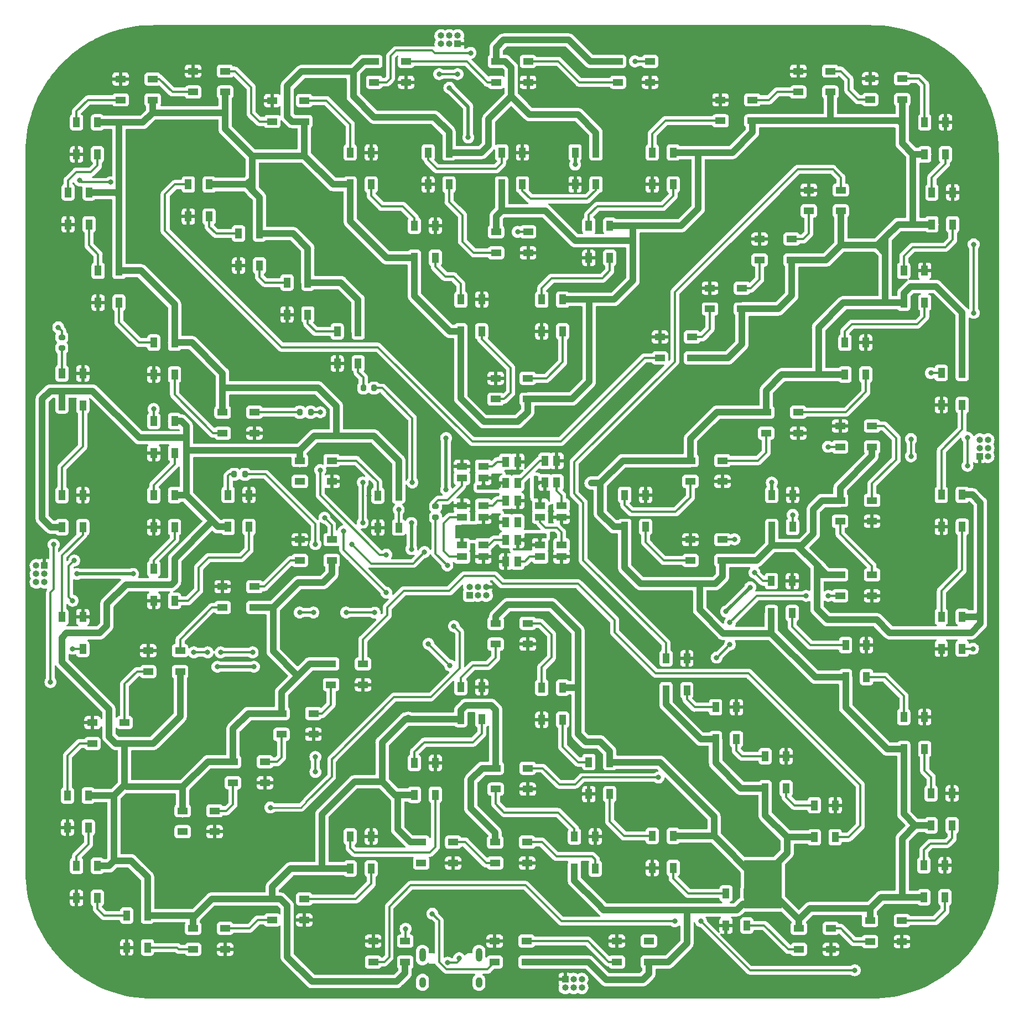
<source format=gbr>
%TF.GenerationSoftware,KiCad,Pcbnew,(6.0.6)*%
%TF.CreationDate,2022-06-29T12:44:08+02:00*%
%TF.ProjectId,CNLJS,434e4c4a-532e-46b6-9963-61645f706362,rev?*%
%TF.SameCoordinates,Original*%
%TF.FileFunction,Copper,L1,Top*%
%TF.FilePolarity,Positive*%
%FSLAX46Y46*%
G04 Gerber Fmt 4.6, Leading zero omitted, Abs format (unit mm)*
G04 Created by KiCad (PCBNEW (6.0.6)) date 2022-06-29 12:44:08*
%MOMM*%
%LPD*%
G01*
G04 APERTURE LIST*
G04 Aperture macros list*
%AMRoundRect*
0 Rectangle with rounded corners*
0 $1 Rounding radius*
0 $2 $3 $4 $5 $6 $7 $8 $9 X,Y pos of 4 corners*
0 Add a 4 corners polygon primitive as box body*
4,1,4,$2,$3,$4,$5,$6,$7,$8,$9,$2,$3,0*
0 Add four circle primitives for the rounded corners*
1,1,$1+$1,$2,$3*
1,1,$1+$1,$4,$5*
1,1,$1+$1,$6,$7*
1,1,$1+$1,$8,$9*
0 Add four rect primitives between the rounded corners*
20,1,$1+$1,$2,$3,$4,$5,0*
20,1,$1+$1,$4,$5,$6,$7,0*
20,1,$1+$1,$6,$7,$8,$9,0*
20,1,$1+$1,$8,$9,$2,$3,0*%
G04 Aperture macros list end*
%TA.AperFunction,SMDPad,CuDef*%
%ADD10R,1.000000X1.500000*%
%TD*%
%TA.AperFunction,SMDPad,CuDef*%
%ADD11R,1.500000X1.000000*%
%TD*%
%TA.AperFunction,SMDPad,CuDef*%
%ADD12R,1.500000X1.100000*%
%TD*%
%TA.AperFunction,SMDPad,CuDef*%
%ADD13RoundRect,0.200000X-0.275000X0.200000X-0.275000X-0.200000X0.275000X-0.200000X0.275000X0.200000X0*%
%TD*%
%TA.AperFunction,SMDPad,CuDef*%
%ADD14R,1.100000X1.500000*%
%TD*%
%TA.AperFunction,ComponentPad*%
%ADD15R,1.000000X1.000000*%
%TD*%
%TA.AperFunction,ComponentPad*%
%ADD16O,1.000000X1.000000*%
%TD*%
%TA.AperFunction,SMDPad,CuDef*%
%ADD17RoundRect,0.200000X0.200000X0.275000X-0.200000X0.275000X-0.200000X-0.275000X0.200000X-0.275000X0*%
%TD*%
%TA.AperFunction,SMDPad,CuDef*%
%ADD18RoundRect,0.200000X0.275000X-0.200000X0.275000X0.200000X-0.275000X0.200000X-0.275000X-0.200000X0*%
%TD*%
%TA.AperFunction,ComponentPad*%
%ADD19O,1.000000X2.100000*%
%TD*%
%TA.AperFunction,ComponentPad*%
%ADD20O,1.000000X1.600000*%
%TD*%
%TA.AperFunction,ViaPad*%
%ADD21C,0.800000*%
%TD*%
%TA.AperFunction,Conductor*%
%ADD22C,0.508000*%
%TD*%
%TA.AperFunction,Conductor*%
%ADD23C,0.355600*%
%TD*%
%TA.AperFunction,Conductor*%
%ADD24C,0.250000*%
%TD*%
%TA.AperFunction,Conductor*%
%ADD25C,0.300000*%
%TD*%
%TA.AperFunction,Conductor*%
%ADD26C,1.016000*%
%TD*%
G04 APERTURE END LIST*
D10*
%TO.P,POS24,1,VDD*%
%TO.N,VCC*%
X155549995Y-38000000D03*
%TO.P,POS24,2,DOUT*%
%TO.N,Net-(POS24-Pad2)*%
X152349995Y-38000000D03*
%TO.P,POS24,3,VSS*%
%TO.N,GND*%
X152349995Y-42900000D03*
%TO.P,POS24,4,DIN*%
%TO.N,Net-(POS23-Pad2)*%
X155549995Y-42900000D03*
%TD*%
D11*
%TO.P,FIN8,1,VDD*%
%TO.N,VCC*%
X193000000Y-46950000D03*
%TO.P,FIN8,2,DOUT*%
%TO.N,Net-(FIN8-Pad2)*%
X193000000Y-43750000D03*
%TO.P,FIN8,3,VSS*%
%TO.N,GND*%
X188100000Y-43750000D03*
%TO.P,FIN8,4,DIN*%
%TO.N,Net-(FIN7-Pad2)*%
X188100000Y-46950000D03*
%TD*%
%TO.P,POS81,1,VDD*%
%TO.N,VCC*%
X103300000Y-107650000D03*
%TO.P,POS81,2,DOUT*%
%TO.N,Net-(POS81-Pad2)*%
X103300000Y-104450000D03*
%TO.P,POS81,3,VSS*%
%TO.N,GND*%
X98400000Y-104450000D03*
%TO.P,POS81,4,DIN*%
%TO.N,Net-(POS80-Pad2)*%
X98400000Y-107650000D03*
%TD*%
%TO.P,POS58,1,VDD*%
%TO.N,VCC*%
X174900000Y-100450000D03*
%TO.P,POS58,2,DOUT*%
%TO.N,Net-(POS58-Pad2)*%
X174900000Y-97250000D03*
%TO.P,POS58,3,VSS*%
%TO.N,GND*%
X170000000Y-97250000D03*
%TO.P,POS58,4,DIN*%
%TO.N,Net-(POS57-Pad2)*%
X170000000Y-100450000D03*
%TD*%
D10*
%TO.P,POS61,1,VDD*%
%TO.N,VCC*%
X202649996Y-129300000D03*
%TO.P,POS61,2,DOUT*%
%TO.N,Net-(POS61-Pad2)*%
X205849996Y-129300000D03*
%TO.P,POS61,3,VSS*%
%TO.N,GND*%
X205849996Y-124400000D03*
%TO.P,POS61,4,DIN*%
%TO.N,Net-(POS60-Pad2)*%
X202649996Y-124400000D03*
%TD*%
%TO.P,FIN10,1,VDD*%
%TO.N,VCC*%
X173850000Y-127800000D03*
%TO.P,FIN10,2,DOUT*%
%TO.N,Net-(FIN10-Pad2)*%
X177050000Y-127800000D03*
%TO.P,FIN10,3,VSS*%
%TO.N,GND*%
X177050000Y-122900000D03*
%TO.P,FIN10,4,DIN*%
%TO.N,Net-(FIN10-Pad4)*%
X173850000Y-122900000D03*
%TD*%
%TO.P,POS30,1,VDD*%
%TO.N,VCC*%
X152249995Y-147599996D03*
%TO.P,POS30,2,DOUT*%
%TO.N,Net-(POS30-Pad2)*%
X155449995Y-147599996D03*
%TO.P,POS30,3,VSS*%
%TO.N,GND*%
X155449995Y-142699996D03*
%TO.P,POS30,4,DIN*%
%TO.N,Net-(POS29-Pad2)*%
X152249995Y-142699996D03*
%TD*%
D12*
%TO.P,LED7,1,VDD*%
%TO.N,VCC*%
X135009992Y-98068851D03*
%TO.P,LED7,2,DOUT*%
%TO.N,Net-(LED7-Pad2)*%
X135009992Y-99848851D03*
%TO.P,LED7,3,VSS*%
%TO.N,GND*%
X138289992Y-99848851D03*
%TO.P,LED7,4,DIN*%
%TO.N,Net-(LED6-Pad2)*%
X138289992Y-98068851D03*
%TD*%
D10*
%TO.P,POS66,1,VDD*%
%TO.N,VCC*%
X178650000Y-151400000D03*
%TO.P,POS66,2,DOUT*%
%TO.N,Net-(POS66-Pad2)*%
X175450000Y-151400000D03*
%TO.P,POS66,3,VSS*%
%TO.N,GND*%
X175450000Y-156300000D03*
%TO.P,POS66,4,DIN*%
%TO.N,Net-(POS65-Pad2)*%
X178650000Y-156300000D03*
%TD*%
D11*
%TO.P,POS29,1,VDD*%
%TO.N,VCC*%
X140199992Y-132232315D03*
%TO.P,POS29,2,DOUT*%
%TO.N,Net-(POS29-Pad2)*%
X140199992Y-135432315D03*
%TO.P,POS29,3,VSS*%
%TO.N,GND*%
X145099992Y-135432315D03*
%TO.P,POS29,4,DIN*%
%TO.N,Net-(POS28-Pad2)*%
X145099992Y-132232315D03*
%TD*%
D10*
%TO.P,FIN12,1,VDD*%
%TO.N,VCC*%
X188950000Y-142800000D03*
%TO.P,FIN12,2,DOUT*%
%TO.N,Net-(FIN12-Pad2)*%
X192150000Y-142800000D03*
%TO.P,FIN12,3,VSS*%
%TO.N,GND*%
X192150000Y-137900000D03*
%TO.P,FIN12,4,DIN*%
%TO.N,Net-(FIN11-Pad2)*%
X188950000Y-137900000D03*
%TD*%
%TO.P,POS78,1,VDD*%
%TO.N,VCC*%
X77850000Y-136400000D03*
%TO.P,POS78,2,DOUT*%
%TO.N,Net-(POS78-Pad2)*%
X74650000Y-136400000D03*
%TO.P,POS78,3,VSS*%
%TO.N,GND*%
X74650000Y-141300000D03*
%TO.P,POS78,4,DIN*%
%TO.N,Net-(POS77-Pad2)*%
X77850000Y-141300000D03*
%TD*%
%TO.P,POS71,1,VDD*%
%TO.N,VCC*%
X134850000Y-124700000D03*
%TO.P,POS71,2,DOUT*%
%TO.N,Net-(POS71-Pad2)*%
X138050000Y-124700000D03*
%TO.P,POS71,3,VSS*%
%TO.N,GND*%
X138050000Y-119800000D03*
%TO.P,POS71,4,DIN*%
%TO.N,Net-(POS70-Pad2)*%
X134850000Y-119800000D03*
%TD*%
D11*
%TO.P,POS27,1,VDD*%
%TO.N,VCC*%
X192899988Y-91246976D03*
%TO.P,POS27,2,DOUT*%
%TO.N,Net-(POS27-Pad2)*%
X192899988Y-94446976D03*
%TO.P,POS27,3,VSS*%
%TO.N,GND*%
X197799988Y-94446976D03*
%TO.P,POS27,4,DIN*%
%TO.N,Net-(POS26-Pad2)*%
X197799988Y-91246976D03*
%TD*%
D10*
%TO.P,POS47,1,VDD*%
%TO.N,VCC*%
X167350000Y-38000000D03*
%TO.P,POS47,2,DOUT*%
%TO.N,Net-(POS47-Pad2)*%
X164150000Y-38000000D03*
%TO.P,POS47,3,VSS*%
%TO.N,GND*%
X164150000Y-42900000D03*
%TO.P,POS47,4,DIN*%
%TO.N,Net-(POS46-Pad2)*%
X167350000Y-42900000D03*
%TD*%
D11*
%TO.P,POS56,1,VDD*%
%TO.N,VCC*%
X170000000Y-85150000D03*
%TO.P,POS56,2,DOUT*%
%TO.N,Net-(POS56-Pad2)*%
X170000000Y-88350000D03*
%TO.P,POS56,3,VSS*%
%TO.N,GND*%
X174900000Y-88350000D03*
%TO.P,POS56,4,DIN*%
%TO.N,Net-(POS55-Pad2)*%
X174900000Y-85150000D03*
%TD*%
D10*
%TO.P,FIN4,1,VDD*%
%TO.N,VCC*%
X96350000Y-42900000D03*
%TO.P,FIN4,2,DOUT*%
%TO.N,Net-(FIN4-Pad2)*%
X93150000Y-42900000D03*
%TO.P,FIN4,3,VSS*%
%TO.N,GND*%
X93150000Y-47800000D03*
%TO.P,FIN4,4,DIN*%
%TO.N,Net-(FIN3-Pad2)*%
X96350000Y-47800000D03*
%TD*%
D11*
%TO.P,POS38,1,VDD*%
%TO.N,VCC*%
X87700000Y-29950000D03*
%TO.P,POS38,2,DOUT*%
%TO.N,Net-(POS38-Pad2)*%
X87700000Y-26750000D03*
%TO.P,POS38,3,VSS*%
%TO.N,GND*%
X82800000Y-26750000D03*
%TO.P,POS38,4,DIN*%
%TO.N,Net-(POS37-Pad2)*%
X82800000Y-29950000D03*
%TD*%
%TO.P,POS33,1,VDD*%
%TO.N,VCC*%
X98399999Y-77750000D03*
%TO.P,POS33,2,DOUT*%
%TO.N,Net-(POS33-Pad2)*%
X98399999Y-80950000D03*
%TO.P,POS33,3,VSS*%
%TO.N,GND*%
X103299999Y-80950000D03*
%TO.P,POS33,4,DIN*%
%TO.N,/LEDs/Positions (52LEDs)/Positions-LEDs*%
X103299999Y-77750000D03*
%TD*%
%TO.P,POS65,1,VDD*%
%TO.N,VCC*%
X186600000Y-156750000D03*
%TO.P,POS65,2,DOUT*%
%TO.N,Net-(POS65-Pad2)*%
X186600000Y-159950000D03*
%TO.P,POS65,3,VSS*%
%TO.N,GND*%
X191500000Y-159950000D03*
%TO.P,POS65,4,DIN*%
%TO.N,Net-(POS64-Pad2)*%
X191500000Y-156750000D03*
%TD*%
%TO.P,POS39,1,VDD*%
%TO.N,VCC*%
X98800000Y-28750000D03*
%TO.P,POS39,2,DOUT*%
%TO.N,Net-(POS39-Pad2)*%
X98800000Y-25550000D03*
%TO.P,POS39,3,VSS*%
%TO.N,GND*%
X93900000Y-25550000D03*
%TO.P,POS39,4,DIN*%
%TO.N,Net-(POS38-Pad2)*%
X93900000Y-28750000D03*
%TD*%
D10*
%TO.P,TP_LED_9,1,VDD*%
%TO.N,VCC*%
X211600000Y-71746976D03*
%TO.P,TP_LED_9,2,DOUT*%
%TO.N,Net-(TP_LED_10-Pad4)*%
X208400000Y-71746976D03*
%TO.P,TP_LED_9,3,VSS*%
%TO.N,GND*%
X208400000Y-76646976D03*
%TO.P,TP_LED_9,4,DIN*%
%TO.N,Net-(TP_LED_8-Pad2)*%
X211600000Y-76646976D03*
%TD*%
%TO.P,POS36,1,VDD*%
%TO.N,VCC*%
X77950000Y-44100000D03*
%TO.P,POS36,2,DOUT*%
%TO.N,Net-(POS36-Pad2)*%
X74750000Y-44100000D03*
%TO.P,POS36,3,VSS*%
%TO.N,GND*%
X74750000Y-49000000D03*
%TO.P,POS36,4,DIN*%
%TO.N,Net-(POS35-Pad2)*%
X77950000Y-49000000D03*
%TD*%
D13*
%TO.P,R22,1*%
%TO.N,NP_5*%
X73800000Y-66275000D03*
%TO.P,R22,2*%
%TO.N,Net-(R22-Pad2)*%
X73800000Y-67925000D03*
%TD*%
D14*
%TO.P,LED2,1,VDD*%
%TO.N,VCC*%
X141759992Y-88598850D03*
%TO.P,LED2,2,DOUT*%
%TO.N,Net-(LED2-Pad2)*%
X143539992Y-88598850D03*
%TO.P,LED2,3,VSS*%
%TO.N,GND*%
X143539992Y-85318850D03*
%TO.P,LED2,4,DIN*%
%TO.N,Net-(LED1-Pad2)*%
X141759992Y-85318850D03*
%TD*%
D10*
%TO.P,TP_LED_2,1,VDD*%
%TO.N,VCC*%
X73800000Y-95350000D03*
%TO.P,TP_LED_2,2,DOUT*%
%TO.N,Net-(TP_LED_2-Pad2)*%
X77000000Y-95350000D03*
%TO.P,TP_LED_2,3,VSS*%
%TO.N,GND*%
X77000000Y-90450000D03*
%TO.P,TP_LED_2,4,DIN*%
%TO.N,Net-(TP_LED_1-Pad2)*%
X73800000Y-90450000D03*
%TD*%
%TO.P,POS72,1,VDD*%
%TO.N,VCC*%
X127750000Y-136300000D03*
%TO.P,POS72,2,DOUT*%
%TO.N,Net-(POS72-Pad2)*%
X130950000Y-136300000D03*
%TO.P,POS72,3,VSS*%
%TO.N,GND*%
X130950000Y-131400000D03*
%TO.P,POS72,4,DIN*%
%TO.N,Net-(POS71-Pad2)*%
X127750000Y-131400000D03*
%TD*%
D11*
%TO.P,TP_LED_4,1,VDD*%
%TO.N,VCC*%
X158900004Y-24050000D03*
%TO.P,TP_LED_4,2,DOUT*%
%TO.N,Net-(TP_LED_4-Pad2)*%
X158900004Y-27250000D03*
%TO.P,TP_LED_4,3,VSS*%
%TO.N,GND*%
X163800004Y-27250000D03*
%TO.P,TP_LED_4,4,DIN*%
%TO.N,Net-(TP_LED_3-Pad2)*%
X163800004Y-24050000D03*
%TD*%
D10*
%TO.P,POS69,1,VDD*%
%TO.N,VCC*%
X150450000Y-119900000D03*
%TO.P,POS69,2,DOUT*%
%TO.N,Net-(POS69-Pad2)*%
X147250000Y-119900000D03*
%TO.P,POS69,3,VSS*%
%TO.N,GND*%
X147250000Y-124800000D03*
%TO.P,POS69,4,DIN*%
%TO.N,Net-(POS68-Pad2)*%
X150450000Y-124800000D03*
%TD*%
%TO.P,POS17,1,VDD*%
%TO.N,VCC*%
X99249999Y-95299999D03*
%TO.P,POS17,2,DOUT*%
%TO.N,Net-(POS17-Pad2)*%
X102449999Y-95299999D03*
%TO.P,POS17,3,VSS*%
%TO.N,GND*%
X102449999Y-90399999D03*
%TO.P,POS17,4,DIN*%
%TO.N,/LEDs/Start (16LEDs)/Start-LEDs*%
X99249999Y-90399999D03*
%TD*%
D15*
%TO.P,J18,1,Pin_1*%
%TO.N,GND*%
X134375000Y-21395000D03*
D16*
%TO.P,J18,2,Pin_2*%
%TO.N,TP_4*%
X134375000Y-20125000D03*
%TO.P,J18,3,Pin_3*%
%TO.N,VDD*%
X133105000Y-21395000D03*
%TO.P,J18,4,Pin_4*%
X133105000Y-20125000D03*
%TO.P,J18,5,Pin_5*%
%TO.N,TP_6*%
X131835000Y-21395000D03*
%TO.P,J18,6,Pin_6*%
%TO.N,TP_5*%
X131835000Y-20125000D03*
%TD*%
D11*
%TO.P,TP_LED_12,1,VDD*%
%TO.N,VCC*%
X163646969Y-161900000D03*
%TO.P,TP_LED_12,2,DOUT*%
%TO.N,unconnected-(TP_LED_12-Pad2)*%
X163646969Y-158700000D03*
%TO.P,TP_LED_12,3,VSS*%
%TO.N,GND*%
X158746969Y-158700000D03*
%TO.P,TP_LED_12,4,DIN*%
%TO.N,Net-(TP_LED_11-Pad2)*%
X158746969Y-161900000D03*
%TD*%
D10*
%TO.P,TP_LED_8,1,VDD*%
%TO.N,VCC*%
X211600000Y-90396976D03*
%TO.P,TP_LED_8,2,DOUT*%
%TO.N,Net-(TP_LED_8-Pad2)*%
X208400000Y-90396976D03*
%TO.P,TP_LED_8,3,VSS*%
%TO.N,GND*%
X208400000Y-95296976D03*
%TO.P,TP_LED_8,4,DIN*%
%TO.N,Net-(TP_LED_7-Pad2)*%
X211600000Y-95296976D03*
%TD*%
D11*
%TO.P,POS31,1,VDD*%
%TO.N,VCC*%
X140096969Y-143549996D03*
%TO.P,POS31,2,DOUT*%
%TO.N,Net-(POS31-Pad2)*%
X140096969Y-146749996D03*
%TO.P,POS31,3,VSS*%
%TO.N,GND*%
X144996969Y-146749996D03*
%TO.P,POS31,4,DIN*%
%TO.N,Net-(POS30-Pad2)*%
X144996969Y-143549996D03*
%TD*%
D10*
%TO.P,FIN9,1,VDD*%
%TO.N,VCC*%
X166250000Y-120300000D03*
%TO.P,FIN9,2,DOUT*%
%TO.N,Net-(FIN10-Pad4)*%
X169450000Y-120300000D03*
%TO.P,FIN9,3,VSS*%
%TO.N,GND*%
X169450000Y-115400000D03*
%TO.P,FIN9,4,DIN*%
%TO.N,Net-(FIN8-Pad2)*%
X166250000Y-115400000D03*
%TD*%
D11*
%TO.P,TP_LED_11,1,VDD*%
%TO.N,VCC*%
X144950000Y-161900000D03*
%TO.P,TP_LED_11,2,DOUT*%
%TO.N,Net-(TP_LED_11-Pad2)*%
X144950000Y-158700000D03*
%TO.P,TP_LED_11,3,VSS*%
%TO.N,GND*%
X140050000Y-158700000D03*
%TO.P,TP_LED_11,4,DIN*%
%TO.N,Net-(TP_LED_10-Pad2)*%
X140050000Y-161900000D03*
%TD*%
D10*
%TO.P,POS52,1,VDD*%
%TO.N,VCC*%
X206950000Y-49000000D03*
%TO.P,POS52,2,DOUT*%
%TO.N,Net-(POS52-Pad2)*%
X210150000Y-49000000D03*
%TO.P,POS52,3,VSS*%
%TO.N,GND*%
X210150000Y-44100000D03*
%TO.P,POS52,4,DIN*%
%TO.N,Net-(POS51-Pad2)*%
X206950000Y-44100000D03*
%TD*%
D11*
%TO.P,FIN13,1,VDD*%
%TO.N,VCC*%
X115000000Y-116250000D03*
%TO.P,FIN13,2,DOUT*%
%TO.N,Net-(FIN13-Pad2)*%
X115000000Y-119450000D03*
%TO.P,FIN13,3,VSS*%
%TO.N,GND*%
X119900000Y-119450000D03*
%TO.P,FIN13,4,DIN*%
%TO.N,Net-(FIN12-Pad2)*%
X119900000Y-116250000D03*
%TD*%
D10*
%TO.P,POS77,1,VDD*%
%TO.N,VCC*%
X79250000Y-147167677D03*
%TO.P,POS77,2,DOUT*%
%TO.N,Net-(POS77-Pad2)*%
X76050000Y-147167677D03*
%TO.P,POS77,3,VSS*%
%TO.N,GND*%
X76050000Y-152067677D03*
%TO.P,POS77,4,DIN*%
%TO.N,Net-(POS76-Pad2)*%
X79250000Y-152067677D03*
%TD*%
%TO.P,TP_LED_1,1,VDD*%
%TO.N,VCC*%
X73800000Y-76700000D03*
%TO.P,TP_LED_1,2,DOUT*%
%TO.N,Net-(TP_LED_1-Pad2)*%
X77000000Y-76700000D03*
%TO.P,TP_LED_1,3,VSS*%
%TO.N,GND*%
X77000000Y-71800000D03*
%TO.P,TP_LED_1,4,DIN*%
%TO.N,Net-(R22-Pad2)*%
X73800000Y-71800000D03*
%TD*%
D12*
%TO.P,LED1,1,VDD*%
%TO.N,VCC*%
X138289992Y-87840000D03*
%TO.P,LED1,2,DOUT*%
%TO.N,Net-(LED1-Pad2)*%
X138289992Y-86060000D03*
%TO.P,LED1,3,VSS*%
%TO.N,GND*%
X135009992Y-86060000D03*
%TO.P,LED1,4,DIN*%
%TO.N,/LEDs/Cube (9LEDs)/Cube-LEDs*%
X135009992Y-87840000D03*
%TD*%
D10*
%TO.P,POS35,1,VDD*%
%TO.N,VCC*%
X82550000Y-56100000D03*
%TO.P,POS35,2,DOUT*%
%TO.N,Net-(POS35-Pad2)*%
X79350000Y-56100000D03*
%TO.P,POS35,3,VSS*%
%TO.N,GND*%
X79350000Y-61000000D03*
%TO.P,POS35,4,DIN*%
%TO.N,Net-(POS34-Pad2)*%
X82550000Y-61000000D03*
%TD*%
%TO.P,POS41,1,VDD*%
%TO.N,VCC*%
X117950000Y-42900000D03*
%TO.P,POS41,2,DOUT*%
%TO.N,Net-(POS41-Pad2)*%
X121150000Y-42900000D03*
%TO.P,POS41,3,VSS*%
%TO.N,GND*%
X121150000Y-38000000D03*
%TO.P,POS41,4,DIN*%
%TO.N,Net-(POS40-Pad2)*%
X117950000Y-38000000D03*
%TD*%
D11*
%TO.P,FIN16,1,VDD*%
%TO.N,VCC*%
X92300000Y-138750000D03*
%TO.P,FIN16,2,DOUT*%
%TO.N,unconnected-(FIN16-Pad2)*%
X92300000Y-141950000D03*
%TO.P,FIN16,3,VSS*%
%TO.N,GND*%
X97200000Y-141950000D03*
%TO.P,FIN16,4,DIN*%
%TO.N,Net-(FIN15-Pad2)*%
X97200000Y-138750000D03*
%TD*%
%TO.P,POS26,1,VDD*%
%TO.N,VCC*%
X197799988Y-83049996D03*
%TO.P,POS26,2,DOUT*%
%TO.N,Net-(POS26-Pad2)*%
X197799988Y-79849996D03*
%TO.P,POS26,3,VSS*%
%TO.N,GND*%
X192899988Y-79849996D03*
%TO.P,POS26,4,DIN*%
%TO.N,Net-(POS25-Pad2)*%
X192899988Y-83049996D03*
%TD*%
%TO.P,TP_LED_5,1,VDD*%
%TO.N,VCC*%
X140250000Y-24050000D03*
%TO.P,TP_LED_5,2,DOUT*%
%TO.N,Net-(TP_LED_5-Pad2)*%
X140250000Y-27250000D03*
%TO.P,TP_LED_5,3,VSS*%
%TO.N,GND*%
X145150000Y-27250000D03*
%TO.P,TP_LED_5,4,DIN*%
%TO.N,Net-(TP_LED_4-Pad2)*%
X145150000Y-24050000D03*
%TD*%
D10*
%TO.P,POS57,1,VDD*%
%TO.N,VCC*%
X159950000Y-95300000D03*
%TO.P,POS57,2,DOUT*%
%TO.N,Net-(POS57-Pad2)*%
X163150000Y-95300000D03*
%TO.P,POS57,3,VSS*%
%TO.N,GND*%
X163150000Y-90400000D03*
%TO.P,POS57,4,DIN*%
%TO.N,Net-(POS56-Pad2)*%
X159950000Y-90400000D03*
%TD*%
%TO.P,POS23,1,VDD*%
%TO.N,VCC*%
X141100004Y-42900000D03*
%TO.P,POS23,2,DOUT*%
%TO.N,Net-(POS23-Pad2)*%
X144300004Y-42900000D03*
%TO.P,POS23,3,VSS*%
%TO.N,GND*%
X144300004Y-38000000D03*
%TO.P,POS23,4,DIN*%
%TO.N,Net-(POS22-Pad2)*%
X141100004Y-38000000D03*
%TD*%
D12*
%TO.P,LED8,1,VDD*%
%TO.N,VCC*%
X138289992Y-93798851D03*
%TO.P,LED8,2,DOUT*%
%TO.N,Net-(LED8-Pad2)*%
X138289992Y-92018851D03*
%TO.P,LED8,3,VSS*%
%TO.N,GND*%
X135009992Y-92018851D03*
%TO.P,LED8,4,DIN*%
%TO.N,Net-(LED7-Pad2)*%
X135009992Y-93798851D03*
%TD*%
D17*
%TO.P,R36,1*%
%TO.N,NP_4*%
X101825000Y-87250000D03*
%TO.P,R36,2*%
%TO.N,/LEDs/Start (16LEDs)/Start-LEDs*%
X100175000Y-87250000D03*
%TD*%
D11*
%TO.P,POS48,1,VDD*%
%TO.N,VCC*%
X179500000Y-33150000D03*
%TO.P,POS48,2,DOUT*%
%TO.N,Net-(POS48-Pad2)*%
X179500000Y-29950000D03*
%TO.P,POS48,3,VSS*%
%TO.N,GND*%
X174600000Y-29950000D03*
%TO.P,POS48,4,DIN*%
%TO.N,Net-(POS47-Pad2)*%
X174600000Y-33150000D03*
%TD*%
D10*
%TO.P,POS42,1,VDD*%
%TO.N,VCC*%
X127750000Y-54100000D03*
%TO.P,POS42,2,DOUT*%
%TO.N,Net-(POS42-Pad2)*%
X130950000Y-54100000D03*
%TO.P,POS42,3,VSS*%
%TO.N,GND*%
X130950000Y-49200000D03*
%TO.P,POS42,4,DIN*%
%TO.N,Net-(POS41-Pad2)*%
X127750000Y-49200000D03*
%TD*%
D11*
%TO.P,POS28,1,VDD*%
%TO.N,VCC*%
X192899988Y-102650001D03*
%TO.P,POS28,2,DOUT*%
%TO.N,Net-(POS28-Pad2)*%
X192899988Y-105850001D03*
%TO.P,POS28,3,VSS*%
%TO.N,GND*%
X197799988Y-105850001D03*
%TO.P,POS28,4,DIN*%
%TO.N,Net-(POS27-Pad2)*%
X197799988Y-102650001D03*
%TD*%
D18*
%TO.P,R35,1*%
%TO.N,NP_3*%
X131000000Y-93825000D03*
%TO.P,R35,2*%
%TO.N,/LEDs/Cube (9LEDs)/Cube-LEDs*%
X131000000Y-92175000D03*
%TD*%
D10*
%TO.P,POS73,1,VDD*%
%TO.N,VCC*%
X117950000Y-147600000D03*
%TO.P,POS73,2,DOUT*%
%TO.N,Net-(POS73-Pad2)*%
X121150000Y-147600000D03*
%TO.P,POS73,3,VSS*%
%TO.N,GND*%
X121150000Y-142700000D03*
%TO.P,POS73,4,DIN*%
%TO.N,Net-(POS72-Pad2)*%
X117950000Y-142700000D03*
%TD*%
D11*
%TO.P,POS80,1,VDD*%
%TO.N,VCC*%
X91900000Y-117450000D03*
%TO.P,POS80,2,DOUT*%
%TO.N,Net-(POS80-Pad2)*%
X91900000Y-114250000D03*
%TO.P,POS80,3,VSS*%
%TO.N,GND*%
X87000000Y-114250000D03*
%TO.P,POS80,4,DIN*%
%TO.N,Net-(POS79-Pad2)*%
X87000000Y-117450000D03*
%TD*%
D14*
%TO.P,LED6,1,VDD*%
%TO.N,VCC*%
X143539992Y-97318839D03*
%TO.P,LED6,2,DOUT*%
%TO.N,Net-(LED6-Pad2)*%
X141759992Y-97318839D03*
%TO.P,LED6,3,VSS*%
%TO.N,GND*%
X141759992Y-100598839D03*
%TO.P,LED6,4,DIN*%
%TO.N,Net-(LED5-Pad2)*%
X143539992Y-100598839D03*
%TD*%
D11*
%TO.P,POS55,1,VDD*%
%TO.N,VCC*%
X181600000Y-77750000D03*
%TO.P,POS55,2,DOUT*%
%TO.N,Net-(POS55-Pad2)*%
X181600000Y-80950000D03*
%TO.P,POS55,3,VSS*%
%TO.N,GND*%
X186500000Y-80950000D03*
%TO.P,POS55,4,DIN*%
%TO.N,Net-(POS54-Pad2)*%
X186500000Y-77750000D03*
%TD*%
D10*
%TO.P,POS51,1,VDD*%
%TO.N,VCC*%
X205850000Y-38264644D03*
%TO.P,POS51,2,DOUT*%
%TO.N,Net-(POS51-Pad2)*%
X209050000Y-38264644D03*
%TO.P,POS51,3,VSS*%
%TO.N,GND*%
X209050000Y-33364644D03*
%TO.P,POS51,4,DIN*%
%TO.N,Net-(POS50-Pad2)*%
X205850000Y-33364644D03*
%TD*%
D11*
%TO.P,FIN14,1,VDD*%
%TO.N,VCC*%
X107400000Y-123850000D03*
%TO.P,FIN14,2,DOUT*%
%TO.N,Net-(FIN14-Pad2)*%
X107400000Y-127050000D03*
%TO.P,FIN14,3,VSS*%
%TO.N,GND*%
X112300000Y-127050000D03*
%TO.P,FIN14,4,DIN*%
%TO.N,Net-(FIN13-Pad2)*%
X112300000Y-123850000D03*
%TD*%
%TO.P,POS49,1,VDD*%
%TO.N,VCC*%
X191400000Y-28750000D03*
%TO.P,POS49,2,DOUT*%
%TO.N,Net-(POS49-Pad2)*%
X191400000Y-25550000D03*
%TO.P,POS49,3,VSS*%
%TO.N,GND*%
X186500000Y-25550000D03*
%TO.P,POS49,4,DIN*%
%TO.N,Net-(POS48-Pad2)*%
X186500000Y-28750000D03*
%TD*%
%TO.P,POS44,1,VDD*%
%TO.N,VCC*%
X145100000Y-75750000D03*
%TO.P,POS44,2,DOUT*%
%TO.N,Net-(POS44-Pad2)*%
X145100000Y-72550000D03*
%TO.P,POS44,3,VSS*%
%TO.N,GND*%
X140200000Y-72550000D03*
%TO.P,POS44,4,DIN*%
%TO.N,Net-(POS43-Pad2)*%
X140200000Y-75750000D03*
%TD*%
D10*
%TO.P,POS60,1,VDD*%
%TO.N,VCC*%
X193749988Y-118300000D03*
%TO.P,POS60,2,DOUT*%
%TO.N,Net-(POS60-Pad2)*%
X196949988Y-118300000D03*
%TO.P,POS60,3,VSS*%
%TO.N,GND*%
X196949988Y-113400000D03*
%TO.P,POS60,4,DIN*%
%TO.N,Net-(POS59-Pad2)*%
X193749988Y-113400000D03*
%TD*%
D11*
%TO.P,POS21,1,VDD*%
%TO.N,VCC*%
X140250004Y-50150005D03*
%TO.P,POS21,2,DOUT*%
%TO.N,Net-(POS21-Pad2)*%
X140250004Y-53350005D03*
%TO.P,POS21,3,VSS*%
%TO.N,GND*%
X145150004Y-53350005D03*
%TO.P,POS21,4,DIN*%
%TO.N,Net-(POS20-Pad2)*%
X145150004Y-50150005D03*
%TD*%
%TO.P,FIN7,1,VDD*%
%TO.N,VCC*%
X185500000Y-54450000D03*
%TO.P,FIN7,2,DOUT*%
%TO.N,Net-(FIN7-Pad2)*%
X185500000Y-51250000D03*
%TO.P,FIN7,3,VSS*%
%TO.N,GND*%
X180600000Y-51250000D03*
%TO.P,FIN7,4,DIN*%
%TO.N,Net-(FIN6-Pad2)*%
X180600000Y-54450000D03*
%TD*%
%TO.P,FIN5,1,VDD*%
%TO.N,VCC*%
X170250000Y-69450000D03*
%TO.P,FIN5,2,DOUT*%
%TO.N,Net-(FIN5-Pad2)*%
X170250000Y-66250000D03*
%TO.P,FIN5,3,VSS*%
%TO.N,GND*%
X165350000Y-66250000D03*
%TO.P,FIN5,4,DIN*%
%TO.N,Net-(FIN4-Pad2)*%
X165350000Y-69450000D03*
%TD*%
D10*
%TO.P,POS59,1,VDD*%
%TO.N,VCC*%
X182400000Y-108500000D03*
%TO.P,POS59,2,DOUT*%
%TO.N,Net-(POS59-Pad2)*%
X185600000Y-108500000D03*
%TO.P,POS59,3,VSS*%
%TO.N,GND*%
X185600000Y-103600000D03*
%TO.P,POS59,4,DIN*%
%TO.N,Net-(POS58-Pad2)*%
X182400000Y-103600000D03*
%TD*%
D14*
%TO.P,LED3,1,VDD*%
%TO.N,VCC*%
X147759992Y-88481172D03*
%TO.P,LED3,2,DOUT*%
%TO.N,Net-(LED3-Pad2)*%
X149539992Y-88481172D03*
%TO.P,LED3,3,VSS*%
%TO.N,GND*%
X149539992Y-85201172D03*
%TO.P,LED3,4,DIN*%
%TO.N,Net-(LED2-Pad2)*%
X147759992Y-85201172D03*
%TD*%
D11*
%TO.P,FIN15,1,VDD*%
%TO.N,VCC*%
X100000000Y-131250000D03*
%TO.P,FIN15,2,DOUT*%
%TO.N,Net-(FIN15-Pad2)*%
X100000000Y-134450000D03*
%TO.P,FIN15,3,VSS*%
%TO.N,GND*%
X104900000Y-134450000D03*
%TO.P,FIN15,4,DIN*%
%TO.N,Net-(FIN14-Pad2)*%
X104900000Y-131250000D03*
%TD*%
%TO.P,TP_LED_10,1,VDD*%
%TO.N,VCC*%
X126346969Y-161900000D03*
%TO.P,TP_LED_10,2,DOUT*%
%TO.N,Net-(TP_LED_10-Pad2)*%
X126346969Y-158700000D03*
%TO.P,TP_LED_10,3,VSS*%
%TO.N,GND*%
X121446969Y-158700000D03*
%TO.P,TP_LED_10,4,DIN*%
%TO.N,Net-(TP_LED_10-Pad4)*%
X121446969Y-161900000D03*
%TD*%
D15*
%TO.P,J17,1,Pin_1*%
%TO.N,GND*%
X71145000Y-101225000D03*
D16*
%TO.P,J17,2,Pin_2*%
%TO.N,TP_1*%
X69875000Y-101225000D03*
%TO.P,J17,3,Pin_3*%
%TO.N,VDD*%
X71145000Y-102495000D03*
%TO.P,J17,4,Pin_4*%
X69875000Y-102495000D03*
%TO.P,J17,5,Pin_5*%
%TO.N,TP_3*%
X71145000Y-103765000D03*
%TO.P,J17,6,Pin_6*%
%TO.N,TP_2*%
X69875000Y-103765000D03*
%TD*%
D10*
%TO.P,POS83,1,VDD*%
%TO.N,VCC*%
X125350000Y-90500000D03*
%TO.P,POS83,2,DOUT*%
%TO.N,Net-(POS83-Pad2)*%
X122150000Y-90500000D03*
%TO.P,POS83,3,VSS*%
%TO.N,GND*%
X122150000Y-95400000D03*
%TO.P,POS83,4,DIN*%
%TO.N,Net-(POS82-Pad2)*%
X125350000Y-95400000D03*
%TD*%
D17*
%TO.P,R33,1*%
%TO.N,NP_1*%
X121575000Y-74050000D03*
%TO.P,R33,2*%
%TO.N,/LEDs/Finish (16LEDs)/Finish-LEDs*%
X119925000Y-74050000D03*
%TD*%
D10*
%TO.P,POS63,1,VDD*%
%TO.N,VCC*%
X205750000Y-152000000D03*
%TO.P,POS63,2,DOUT*%
%TO.N,Net-(POS63-Pad2)*%
X208950000Y-152000000D03*
%TO.P,POS63,3,VSS*%
%TO.N,GND*%
X208950000Y-147100000D03*
%TO.P,POS63,4,DIN*%
%TO.N,Net-(POS62-Pad2)*%
X205750000Y-147100000D03*
%TD*%
%TO.P,POS54,1,VDD*%
%TO.N,VCC*%
X193650000Y-72000000D03*
%TO.P,POS54,2,DOUT*%
%TO.N,Net-(POS54-Pad2)*%
X196850000Y-72000000D03*
%TO.P,POS54,3,VSS*%
%TO.N,GND*%
X196850000Y-67100000D03*
%TO.P,POS54,4,DIN*%
%TO.N,Net-(POS53-Pad2)*%
X193650000Y-67100000D03*
%TD*%
D11*
%TO.P,POS70,1,VDD*%
%TO.N,VCC*%
X140200000Y-110050000D03*
%TO.P,POS70,2,DOUT*%
%TO.N,Net-(POS70-Pad2)*%
X140200000Y-113250000D03*
%TO.P,POS70,3,VSS*%
%TO.N,GND*%
X145100000Y-113250000D03*
%TO.P,POS70,4,DIN*%
%TO.N,Net-(POS69-Pad2)*%
X145100000Y-110050000D03*
%TD*%
%TO.P,POS84,1,VDD*%
%TO.N,VCC*%
X110200000Y-85150000D03*
%TO.P,POS84,2,DOUT*%
%TO.N,unconnected-(POS84-Pad2)*%
X110200000Y-88350000D03*
%TO.P,POS84,3,VSS*%
%TO.N,GND*%
X115100000Y-88350000D03*
%TO.P,POS84,4,DIN*%
%TO.N,Net-(POS83-Pad2)*%
X115100000Y-85150000D03*
%TD*%
D10*
%TO.P,POS37,1,VDD*%
%TO.N,VCC*%
X79250000Y-33400000D03*
%TO.P,POS37,2,DOUT*%
%TO.N,Net-(POS37-Pad2)*%
X76050000Y-33400000D03*
%TO.P,POS37,3,VSS*%
%TO.N,GND*%
X76050000Y-38300000D03*
%TO.P,POS37,4,DIN*%
%TO.N,Net-(POS36-Pad2)*%
X79250000Y-38300000D03*
%TD*%
%TO.P,POS19,1,VDD*%
%TO.N,VCC*%
X91049997Y-90450011D03*
%TO.P,POS19,2,DOUT*%
%TO.N,Net-(POS19-Pad2)*%
X87849997Y-90450011D03*
%TO.P,POS19,3,VSS*%
%TO.N,GND*%
X87849997Y-95350011D03*
%TO.P,POS19,4,DIN*%
%TO.N,Net-(POS18-Pad2)*%
X91049997Y-95350011D03*
%TD*%
%TO.P,POS22,1,VDD*%
%TO.N,VCC*%
X133049989Y-38000000D03*
%TO.P,POS22,2,DOUT*%
%TO.N,Net-(POS22-Pad2)*%
X129849989Y-38000000D03*
%TO.P,POS22,3,VSS*%
%TO.N,GND*%
X129849989Y-42900000D03*
%TO.P,POS22,4,DIN*%
%TO.N,Net-(POS21-Pad2)*%
X133049989Y-42900000D03*
%TD*%
%TO.P,POS76,1,VDD*%
%TO.N,VCC*%
X86903033Y-154767677D03*
%TO.P,POS76,2,DOUT*%
%TO.N,Net-(POS76-Pad2)*%
X83703033Y-154767677D03*
%TO.P,POS76,3,VSS*%
%TO.N,GND*%
X83703033Y-159667677D03*
%TO.P,POS76,4,DIN*%
%TO.N,Net-(POS75-Pad2)*%
X86903033Y-159667677D03*
%TD*%
D11*
%TO.P,POS64,1,VDD*%
%TO.N,VCC*%
X197482322Y-155550000D03*
%TO.P,POS64,2,DOUT*%
%TO.N,Net-(POS64-Pad2)*%
X197482322Y-158750000D03*
%TO.P,POS64,3,VSS*%
%TO.N,GND*%
X202382322Y-158750000D03*
%TO.P,POS64,4,DIN*%
%TO.N,Net-(POS63-Pad2)*%
X202382322Y-155550000D03*
%TD*%
D10*
%TO.P,TP_LED_3,1,VDD*%
%TO.N,VCC*%
X73800000Y-114000000D03*
%TO.P,TP_LED_3,2,DOUT*%
%TO.N,Net-(TP_LED_3-Pad2)*%
X77000000Y-114000000D03*
%TO.P,TP_LED_3,3,VSS*%
%TO.N,GND*%
X77000000Y-109100000D03*
%TO.P,TP_LED_3,4,DIN*%
%TO.N,Net-(TP_LED_2-Pad2)*%
X73800000Y-109100000D03*
%TD*%
%TO.P,POS67,1,VDD*%
%TO.N,VCC*%
X167350000Y-142600000D03*
%TO.P,POS67,2,DOUT*%
%TO.N,Net-(POS67-Pad2)*%
X164150000Y-142600000D03*
%TO.P,POS67,3,VSS*%
%TO.N,GND*%
X164150000Y-147500000D03*
%TO.P,POS67,4,DIN*%
%TO.N,Net-(POS66-Pad2)*%
X167350000Y-147500000D03*
%TD*%
D11*
%TO.P,POS75,1,VDD*%
%TO.N,VCC*%
X93900000Y-156750000D03*
%TO.P,POS75,2,DOUT*%
%TO.N,Net-(POS75-Pad2)*%
X93900000Y-159950000D03*
%TO.P,POS75,3,VSS*%
%TO.N,GND*%
X98800000Y-159950000D03*
%TO.P,POS75,4,DIN*%
%TO.N,Net-(POS74-Pad2)*%
X98800000Y-156750000D03*
%TD*%
%TO.P,FIN6,1,VDD*%
%TO.N,VCC*%
X177900000Y-61950000D03*
%TO.P,FIN6,2,DOUT*%
%TO.N,Net-(FIN6-Pad2)*%
X177900000Y-58750000D03*
%TO.P,FIN6,3,VSS*%
%TO.N,GND*%
X173000000Y-58750000D03*
%TO.P,FIN6,4,DIN*%
%TO.N,Net-(FIN5-Pad2)*%
X173000000Y-61950000D03*
%TD*%
%TO.P,POS79,1,VDD*%
%TO.N,VCC*%
X83400000Y-128450000D03*
%TO.P,POS79,2,DOUT*%
%TO.N,Net-(POS79-Pad2)*%
X83400000Y-125250000D03*
%TO.P,POS79,3,VSS*%
%TO.N,GND*%
X78500000Y-125250000D03*
%TO.P,POS79,4,DIN*%
%TO.N,Net-(POS78-Pad2)*%
X78500000Y-128450000D03*
%TD*%
D10*
%TO.P,FIN3,1,VDD*%
%TO.N,VCC*%
X104050000Y-50400000D03*
%TO.P,FIN3,2,DOUT*%
%TO.N,Net-(FIN3-Pad2)*%
X100850000Y-50400000D03*
%TO.P,FIN3,3,VSS*%
%TO.N,GND*%
X100850000Y-55300000D03*
%TO.P,FIN3,4,DIN*%
%TO.N,Net-(FIN2-Pad2)*%
X104050000Y-55300000D03*
%TD*%
%TO.P,POS34,1,VDD*%
%TO.N,VCC*%
X91050000Y-67100000D03*
%TO.P,POS34,2,DOUT*%
%TO.N,Net-(POS34-Pad2)*%
X87850000Y-67100000D03*
%TO.P,POS34,3,VSS*%
%TO.N,GND*%
X87850000Y-72000000D03*
%TO.P,POS34,4,DIN*%
%TO.N,Net-(POS33-Pad2)*%
X91050000Y-72000000D03*
%TD*%
%TO.P,FIN1,1,VDD*%
%TO.N,VCC*%
X119150000Y-65400000D03*
%TO.P,FIN1,2,DOUT*%
%TO.N,Net-(FIN1-Pad2)*%
X115950000Y-65400000D03*
%TO.P,FIN1,3,VSS*%
%TO.N,GND*%
X115950000Y-70300000D03*
%TO.P,FIN1,4,DIN*%
%TO.N,/LEDs/Finish (16LEDs)/Finish-LEDs*%
X119150000Y-70300000D03*
%TD*%
%TO.P,POS45,1,VDD*%
%TO.N,VCC*%
X150450000Y-60500000D03*
%TO.P,POS45,2,DOUT*%
%TO.N,Net-(POS45-Pad2)*%
X147250000Y-60500000D03*
%TO.P,POS45,3,VSS*%
%TO.N,GND*%
X147250000Y-65400000D03*
%TO.P,POS45,4,DIN*%
%TO.N,Net-(POS44-Pad2)*%
X150450000Y-65400000D03*
%TD*%
%TO.P,FIN11,1,VDD*%
%TO.N,VCC*%
X181450000Y-135300000D03*
%TO.P,FIN11,2,DOUT*%
%TO.N,Net-(FIN11-Pad2)*%
X184650000Y-135300000D03*
%TO.P,FIN11,3,VSS*%
%TO.N,GND*%
X184650000Y-130400000D03*
%TO.P,FIN11,4,DIN*%
%TO.N,Net-(FIN10-Pad2)*%
X181450000Y-130400000D03*
%TD*%
D15*
%TO.P,J19,1,Pin_1*%
%TO.N,GND*%
X214255000Y-84525000D03*
D16*
%TO.P,J19,2,Pin_2*%
%TO.N,TP_7*%
X215525000Y-84525000D03*
%TO.P,J19,3,Pin_3*%
%TO.N,VDD*%
X214255000Y-83255000D03*
%TO.P,J19,4,Pin_4*%
X215525000Y-83255000D03*
%TO.P,J19,5,Pin_5*%
%TO.N,TP_9*%
X214255000Y-81985000D03*
%TO.P,J19,6,Pin_6*%
%TO.N,TP_8*%
X215525000Y-81985000D03*
%TD*%
D10*
%TO.P,TP_LED_7,1,VDD*%
%TO.N,VCC*%
X211600000Y-109046976D03*
%TO.P,TP_LED_7,2,DOUT*%
%TO.N,Net-(TP_LED_7-Pad2)*%
X208400000Y-109046976D03*
%TO.P,TP_LED_7,3,VSS*%
%TO.N,GND*%
X208400000Y-113946976D03*
%TO.P,TP_LED_7,4,DIN*%
%TO.N,Net-(TP_LED_6-Pad2)*%
X211600000Y-113946976D03*
%TD*%
%TO.P,POS18,1,VDD*%
%TO.N,VCC*%
X91049997Y-101700000D03*
%TO.P,POS18,2,DOUT*%
%TO.N,Net-(POS18-Pad2)*%
X87849997Y-101700000D03*
%TO.P,POS18,3,VSS*%
%TO.N,GND*%
X87849997Y-106600000D03*
%TO.P,POS18,4,DIN*%
%TO.N,Net-(POS17-Pad2)*%
X91049997Y-106600000D03*
%TD*%
D12*
%TO.P,LED4,1,VDD*%
%TO.N,VCC*%
X147009992Y-92018851D03*
%TO.P,LED4,2,DOUT*%
%TO.N,Net-(LED4-Pad2)*%
X147009992Y-93798851D03*
%TO.P,LED4,3,VSS*%
%TO.N,GND*%
X150289992Y-93798851D03*
%TO.P,LED4,4,DIN*%
%TO.N,Net-(LED3-Pad2)*%
X150289992Y-92018851D03*
%TD*%
D10*
%TO.P,POS43,1,VDD*%
%TO.N,VCC*%
X134850000Y-65400000D03*
%TO.P,POS43,2,DOUT*%
%TO.N,Net-(POS43-Pad2)*%
X138050000Y-65400000D03*
%TO.P,POS43,3,VSS*%
%TO.N,GND*%
X138050000Y-60500000D03*
%TO.P,POS43,4,DIN*%
%TO.N,Net-(POS42-Pad2)*%
X134850000Y-60500000D03*
%TD*%
%TO.P,POS20,1,VDD*%
%TO.N,VCC*%
X91049997Y-79099996D03*
%TO.P,POS20,2,DOUT*%
%TO.N,Net-(POS20-Pad2)*%
X87849997Y-79099996D03*
%TO.P,POS20,3,VSS*%
%TO.N,GND*%
X87849997Y-83999996D03*
%TO.P,POS20,4,DIN*%
%TO.N,Net-(POS19-Pad2)*%
X91049997Y-83999996D03*
%TD*%
%TO.P,POS53,1,VDD*%
%TO.N,VCC*%
X202650000Y-61000000D03*
%TO.P,POS53,2,DOUT*%
%TO.N,Net-(POS53-Pad2)*%
X205850000Y-61000000D03*
%TO.P,POS53,3,VSS*%
%TO.N,GND*%
X205850000Y-56100000D03*
%TO.P,POS53,4,DIN*%
%TO.N,Net-(POS52-Pad2)*%
X202650000Y-56100000D03*
%TD*%
%TO.P,POS46,1,VDD*%
%TO.N,VCC*%
X157650000Y-49200000D03*
%TO.P,POS46,2,DOUT*%
%TO.N,Net-(POS46-Pad2)*%
X154450000Y-49200000D03*
%TO.P,POS46,3,VSS*%
%TO.N,GND*%
X154450000Y-54100000D03*
%TO.P,POS46,4,DIN*%
%TO.N,Net-(POS45-Pad2)*%
X157650000Y-54100000D03*
%TD*%
%TO.P,POS25,1,VDD*%
%TO.N,VCC*%
X182432332Y-95299999D03*
%TO.P,POS25,2,DOUT*%
%TO.N,Net-(POS25-Pad2)*%
X185632332Y-95299999D03*
%TO.P,POS25,3,VSS*%
%TO.N,GND*%
X185632332Y-90399999D03*
%TO.P,POS25,4,DIN*%
%TO.N,Net-(POS24-Pad2)*%
X182432332Y-90399999D03*
%TD*%
D11*
%TO.P,TP_LED_6,1,VDD*%
%TO.N,VCC*%
X121600004Y-24050000D03*
%TO.P,TP_LED_6,2,DOUT*%
%TO.N,Net-(TP_LED_6-Pad2)*%
X121600004Y-27250000D03*
%TO.P,TP_LED_6,3,VSS*%
%TO.N,GND*%
X126500004Y-27250000D03*
%TO.P,TP_LED_6,4,DIN*%
%TO.N,Net-(TP_LED_5-Pad2)*%
X126500004Y-24050000D03*
%TD*%
%TO.P,POS50,1,VDD*%
%TO.N,VCC*%
X202400000Y-29917677D03*
%TO.P,POS50,2,DOUT*%
%TO.N,Net-(POS50-Pad2)*%
X202400000Y-26717677D03*
%TO.P,POS50,3,VSS*%
%TO.N,GND*%
X197500000Y-26717677D03*
%TO.P,POS50,4,DIN*%
%TO.N,Net-(POS49-Pad2)*%
X197500000Y-29917677D03*
%TD*%
D15*
%TO.P,J20,1,Pin_1*%
%TO.N,GND*%
X150825000Y-164555000D03*
D16*
%TO.P,J20,2,Pin_2*%
%TO.N,TP_10*%
X150825000Y-165825000D03*
%TO.P,J20,3,Pin_3*%
%TO.N,VDD*%
X152095000Y-164555000D03*
%TO.P,J20,4,Pin_4*%
X152095000Y-165825000D03*
%TO.P,J20,5,Pin_5*%
%TO.N,TP_12*%
X153365000Y-164555000D03*
%TO.P,J20,6,Pin_6*%
%TO.N,TP_11*%
X153365000Y-165825000D03*
%TD*%
D12*
%TO.P,LED5,1,VDD*%
%TO.N,VCC*%
X147009992Y-98068851D03*
%TO.P,LED5,2,DOUT*%
%TO.N,Net-(LED5-Pad2)*%
X147009992Y-99848851D03*
%TO.P,LED5,3,VSS*%
%TO.N,GND*%
X150289992Y-99848851D03*
%TO.P,LED5,4,DIN*%
%TO.N,Net-(LED4-Pad2)*%
X150289992Y-98068851D03*
%TD*%
D11*
%TO.P,POS40,1,VDD*%
%TO.N,VCC*%
X110900000Y-33250000D03*
%TO.P,POS40,2,DOUT*%
%TO.N,Net-(POS40-Pad2)*%
X110900000Y-30050000D03*
%TO.P,POS40,3,VSS*%
%TO.N,GND*%
X106000000Y-30050000D03*
%TO.P,POS40,4,DIN*%
%TO.N,Net-(POS39-Pad2)*%
X106000000Y-33250000D03*
%TD*%
%TO.P,POS74,1,VDD*%
%TO.N,VCC*%
X106000000Y-152250000D03*
%TO.P,POS74,2,DOUT*%
%TO.N,Net-(POS74-Pad2)*%
X106000000Y-155450000D03*
%TO.P,POS74,3,VSS*%
%TO.N,GND*%
X110900000Y-155450000D03*
%TO.P,POS74,4,DIN*%
%TO.N,Net-(POS73-Pad2)*%
X110900000Y-152250000D03*
%TD*%
D10*
%TO.P,FIN2,1,VDD*%
%TO.N,VCC*%
X111450000Y-57900000D03*
%TO.P,FIN2,2,DOUT*%
%TO.N,Net-(FIN2-Pad2)*%
X108250000Y-57900000D03*
%TO.P,FIN2,3,VSS*%
%TO.N,GND*%
X108250000Y-62800000D03*
%TO.P,FIN2,4,DIN*%
%TO.N,Net-(FIN1-Pad2)*%
X111450000Y-62800000D03*
%TD*%
D11*
%TO.P,POS32,1,VDD*%
%TO.N,VCC*%
X128799989Y-143549996D03*
%TO.P,POS32,2,DOUT*%
%TO.N,unconnected-(POS32-Pad2)*%
X128799989Y-146749996D03*
%TO.P,POS32,3,VSS*%
%TO.N,GND*%
X133699989Y-146749996D03*
%TO.P,POS32,4,DIN*%
%TO.N,Net-(POS31-Pad2)*%
X133699989Y-143549996D03*
%TD*%
D10*
%TO.P,POS62,1,VDD*%
%TO.N,VCC*%
X206850000Y-141000000D03*
%TO.P,POS62,2,DOUT*%
%TO.N,Net-(POS62-Pad2)*%
X210050000Y-141000000D03*
%TO.P,POS62,3,VSS*%
%TO.N,GND*%
X210050000Y-136100000D03*
%TO.P,POS62,4,DIN*%
%TO.N,Net-(POS61-Pad2)*%
X206850000Y-136100000D03*
%TD*%
D14*
%TO.P,LED9,1,VDD*%
%TO.N,VCC*%
X141759992Y-94598838D03*
%TO.P,LED9,2,DOUT*%
%TO.N,unconnected-(LED9-Pad2)*%
X143539992Y-94598838D03*
%TO.P,LED9,3,VSS*%
%TO.N,GND*%
X143539992Y-91318838D03*
%TO.P,LED9,4,DIN*%
%TO.N,Net-(LED8-Pad2)*%
X141759992Y-91318838D03*
%TD*%
D10*
%TO.P,POS68,1,VDD*%
%TO.N,VCC*%
X157650000Y-131300000D03*
%TO.P,POS68,2,DOUT*%
%TO.N,Net-(POS68-Pad2)*%
X154450000Y-131300000D03*
%TO.P,POS68,3,VSS*%
%TO.N,GND*%
X154450000Y-136200000D03*
%TO.P,POS68,4,DIN*%
%TO.N,Net-(POS67-Pad2)*%
X157650000Y-136200000D03*
%TD*%
D11*
%TO.P,POS82,1,VDD*%
%TO.N,VCC*%
X115100000Y-100450000D03*
%TO.P,POS82,2,DOUT*%
%TO.N,Net-(POS82-Pad2)*%
X115100000Y-97250000D03*
%TO.P,POS82,3,VSS*%
%TO.N,GND*%
X110200000Y-97250000D03*
%TO.P,POS82,4,DIN*%
%TO.N,Net-(POS81-Pad2)*%
X110200000Y-100450000D03*
%TD*%
D17*
%TO.P,R34,1*%
%TO.N,NP_2*%
X111875000Y-77750000D03*
%TO.P,R34,2*%
%TO.N,/LEDs/Positions (52LEDs)/Positions-LEDs*%
X110225000Y-77750000D03*
%TD*%
D19*
%TO.P,J2,S1,SHIELD*%
%TO.N,Net-(J2-PadS1)*%
X137620000Y-160829000D03*
D20*
X137620000Y-165009000D03*
X128980000Y-165009000D03*
D19*
X128980000Y-160829000D03*
%TD*%
D15*
%TO.P,J1,1,Pin_1*%
%TO.N,MISO*%
X136210000Y-105770000D03*
D16*
%TO.P,J1,2,Pin_2*%
%TO.N,unconnected-(J1-Pad2)*%
X136210000Y-104500000D03*
%TO.P,J1,3,Pin_3*%
%TO.N,SCK*%
X137480000Y-105770000D03*
%TO.P,J1,4,Pin_4*%
%TO.N,MOSI*%
X137480000Y-104500000D03*
%TO.P,J1,5,Pin_5*%
%TO.N,RESET*%
X138750000Y-105770000D03*
%TO.P,J1,6,Pin_6*%
%TO.N,GND*%
X138750000Y-104500000D03*
%TD*%
D21*
%TO.N,VDD*%
X136000000Y-35700000D03*
%TO.N,GND*%
X138700000Y-156600000D03*
X114950000Y-113850000D03*
X145000000Y-93000000D03*
X158900000Y-119900000D03*
X157900000Y-118900000D03*
X156900000Y-121900000D03*
X156900000Y-120900000D03*
X167700000Y-138000000D03*
X127600000Y-138000000D03*
X129800000Y-156000000D03*
X150150000Y-143800000D03*
X158900000Y-126300000D03*
X137800000Y-156600000D03*
X148200000Y-131000000D03*
X152200000Y-93000000D03*
X125200000Y-120200000D03*
X165900000Y-142900000D03*
X186500000Y-100550000D03*
X156000000Y-130650000D03*
X161750000Y-126300000D03*
X155900000Y-121900000D03*
X78850000Y-114250000D03*
X152150000Y-144600000D03*
X163650000Y-126300000D03*
X142900000Y-130500000D03*
X86200000Y-107500000D03*
X97000000Y-124750000D03*
X128900000Y-156000000D03*
X137800000Y-157500000D03*
X162700000Y-126300000D03*
X149400000Y-130000000D03*
X133400000Y-120200000D03*
X157900000Y-121900000D03*
X129750000Y-156900000D03*
X140500000Y-156600000D03*
X129750000Y-158700000D03*
X156900000Y-119900000D03*
X156900000Y-126300000D03*
X118600000Y-90550000D03*
X179300000Y-128400000D03*
X157900000Y-119900000D03*
X137650000Y-152400000D03*
X191050000Y-100550000D03*
X148700000Y-123050000D03*
X146700000Y-123050000D03*
X128650000Y-109650000D03*
X143100000Y-160800000D03*
X136900000Y-157500000D03*
X128850000Y-156900000D03*
X173800000Y-147550000D03*
X167700000Y-139800000D03*
X146600000Y-145400000D03*
X124300000Y-102100000D03*
X155900000Y-119900000D03*
X162700000Y-127200000D03*
X145000000Y-90000000D03*
X158900000Y-120900000D03*
X158900000Y-118900000D03*
X128850000Y-157800000D03*
X120800000Y-90550000D03*
X161750000Y-127200000D03*
X127200000Y-113400000D03*
X137800000Y-158400000D03*
X139600000Y-156600000D03*
X136900000Y-156600000D03*
X133400000Y-140650000D03*
X166800000Y-140400000D03*
X124950000Y-133500000D03*
X158900000Y-121900000D03*
X160051000Y-137100000D03*
X151100000Y-133300000D03*
X125850000Y-109100000D03*
X130150000Y-103950000D03*
X157900000Y-126300000D03*
X136900000Y-158400000D03*
X76150000Y-104550000D03*
X129750000Y-157800000D03*
X117303000Y-100697000D03*
X157900000Y-120900000D03*
X163650000Y-127200000D03*
X167700000Y-138900000D03*
X165900000Y-140400000D03*
X165900000Y-143800000D03*
X128450000Y-152400000D03*
X155900000Y-120900000D03*
X128850000Y-158700000D03*
%TO.N,VDD*%
X103200000Y-116700000D03*
X133100000Y-28100000D03*
X97600000Y-116700000D03*
X132600000Y-81700000D03*
X76100000Y-102500000D03*
X127300000Y-98700000D03*
X179149635Y-104550365D03*
X132600000Y-89600000D03*
X84700000Y-102500000D03*
X127300000Y-94700000D03*
X175450000Y-108250000D03*
%TO.N,RESET*%
X133200000Y-116500000D03*
X112600000Y-132800000D03*
X112600000Y-130500000D03*
X129900000Y-113200000D03*
%TO.N,VCC*%
X182000000Y-148000000D03*
X182000000Y-147000000D03*
X183000000Y-153000000D03*
X181000000Y-153000000D03*
X182000000Y-152000000D03*
X181000000Y-151000000D03*
X154800000Y-88600000D03*
X144700000Y-97300000D03*
X183000000Y-152000000D03*
X146600000Y-88600000D03*
X147000000Y-97000000D03*
X140500000Y-94600000D03*
X182000000Y-151000000D03*
X183000000Y-150000000D03*
X180000000Y-152000000D03*
X180000000Y-151000000D03*
X182000000Y-149000000D03*
X139600000Y-93800000D03*
X183000000Y-149000000D03*
X181000000Y-150000000D03*
X180000000Y-150000000D03*
X182000000Y-150000000D03*
X180000000Y-149000000D03*
X183000000Y-148000000D03*
X138300000Y-89000000D03*
X181000000Y-152000000D03*
X182000000Y-153000000D03*
X147000000Y-90900000D03*
X180000000Y-153000000D03*
X140600000Y-89000000D03*
X181000000Y-149000000D03*
X183000000Y-147000000D03*
X183000000Y-151000000D03*
%TO.N,D-*%
X134600000Y-161300000D03*
X132850000Y-162000000D03*
%TO.N,Net-(POS20-Pad2)*%
X143550000Y-50150000D03*
X87850000Y-77250000D03*
%TO.N,Net-(POS24-Pad2)*%
X152350000Y-39850000D03*
X182450000Y-88500000D03*
%TO.N,Net-(POS25-Pad2)*%
X191050000Y-83050000D03*
X185650000Y-93450000D03*
%TO.N,Net-(POS28-Pad2)*%
X176050000Y-113300000D03*
X176050000Y-109950000D03*
X191100000Y-105850000D03*
X174000000Y-115300000D03*
X187700000Y-105850000D03*
X165100000Y-133650000D03*
%TO.N,Net-(POS58-Pad2)*%
X176750000Y-97200000D03*
X179800000Y-102300000D03*
%TO.N,Net-(POS82-Pad2)*%
X114000000Y-93900000D03*
X125350000Y-92646500D03*
%TO.N,NP_5*%
X105700000Y-138250000D03*
X73250000Y-64750000D03*
X72550000Y-98000000D03*
X133800000Y-110500000D03*
X72050000Y-119050000D03*
%TO.N,NP_1*%
X116900000Y-95950000D03*
X119850000Y-94650000D03*
X119850000Y-88500000D03*
X123450000Y-105350000D03*
X127450000Y-88500000D03*
%TO.N,NP_2*%
X113350000Y-77750000D03*
X123450000Y-99550000D03*
X113350000Y-86600000D03*
%TO.N,NP_3*%
X132800000Y-101200000D03*
%TO.N,NP_4*%
X112600000Y-97950000D03*
X118200000Y-97950000D03*
X129300000Y-99150000D03*
%TO.N,INT*%
X121676494Y-108422700D03*
X117300000Y-108400000D03*
X96103500Y-114500000D03*
X103000000Y-114500000D03*
X110200000Y-108400000D03*
X112300000Y-108400000D03*
X94000000Y-114500000D03*
X98100000Y-114500000D03*
%TO.N,Net-(TP_LED_3-Pad2)*%
X131550000Y-26000000D03*
X75450000Y-106600000D03*
X75450000Y-113950000D03*
X81300000Y-42550000D03*
X134350000Y-26000000D03*
X75700000Y-100450000D03*
X161500000Y-24050000D03*
X76500000Y-42250000D03*
%TO.N,Net-(TP_LED_6-Pad2)*%
X212400000Y-81650000D03*
X136350000Y-22750000D03*
X213350000Y-52050000D03*
X212400000Y-85950000D03*
X213350000Y-62550000D03*
X213250000Y-113950000D03*
%TO.N,Net-(TP_LED_10-Pad2)*%
X130500000Y-154500000D03*
X126400000Y-156800000D03*
%TO.N,Net-(TP_LED_10-Pad4)*%
X203750000Y-84500000D03*
X203750000Y-81850000D03*
X171600000Y-155650000D03*
X206800000Y-71750000D03*
X195150000Y-163150000D03*
X167600000Y-155650000D03*
%TD*%
D22*
%TO.N,VDD*%
X136000000Y-31000000D02*
X136000000Y-35700000D01*
X133100000Y-28100000D02*
X136000000Y-31000000D01*
D23*
%TO.N,Net-(POS20-Pad2)*%
X143550005Y-50150005D02*
X143550000Y-50150000D01*
X145150004Y-50150005D02*
X143550005Y-50150005D01*
D24*
%TO.N,NP_5*%
X110400000Y-138250000D02*
X111275000Y-137375000D01*
X105700000Y-138250000D02*
X110400000Y-138250000D01*
D25*
X115100000Y-133550000D02*
X111275000Y-137375000D01*
D22*
%TO.N,VDD*%
X132600000Y-81700000D02*
X132600000Y-89600000D01*
X175450000Y-108250000D02*
X179149635Y-104550365D01*
X127300000Y-98700000D02*
X127300000Y-94700000D01*
X76100000Y-102500000D02*
X84700000Y-102500000D01*
X103200000Y-116700000D02*
X97600000Y-116700000D01*
D23*
%TO.N,RESET*%
X112600000Y-132800000D02*
X112600000Y-130500000D01*
X133200000Y-116500000D02*
X129900000Y-113200000D01*
D26*
%TO.N,VCC*%
X102350000Y-123850000D02*
X107400000Y-123850000D01*
X198500000Y-109500000D02*
X191000000Y-109500000D01*
X152249995Y-149449995D02*
X155750000Y-152950000D01*
X169450000Y-159050000D02*
X169450000Y-153950000D01*
X73800000Y-74800000D02*
X73500000Y-74500000D01*
X158300000Y-95300000D02*
X156200000Y-93200000D01*
X157650000Y-49200000D02*
X161200000Y-49200000D01*
X185500000Y-54450000D02*
X190750000Y-54450000D01*
X87700000Y-31900000D02*
X98700000Y-31900000D01*
X193400000Y-61000000D02*
X189600000Y-64800000D01*
X145100000Y-75750000D02*
X145100000Y-77700000D01*
X109200000Y-50400000D02*
X111450000Y-52650000D01*
X110000000Y-103800000D02*
X113800000Y-103800000D01*
X87700000Y-29950000D02*
X87700000Y-31900000D01*
X169450000Y-153950000D02*
X169500000Y-153900000D01*
X103300000Y-107650000D02*
X106150000Y-107650000D01*
X98800000Y-32000000D02*
X98800000Y-34400000D01*
X125350000Y-85150000D02*
X121600000Y-81400000D01*
X126900000Y-124700000D02*
X126400000Y-124700000D01*
X202649996Y-129300000D02*
X202649996Y-139249996D01*
X98399999Y-73999999D02*
X98399999Y-71799999D01*
X91049997Y-79099996D02*
X92099996Y-79099996D01*
X106150000Y-107650000D02*
X106150000Y-114350000D01*
X154000000Y-128200000D02*
X152800000Y-127000000D01*
X180000000Y-153000000D02*
X178000000Y-153000000D01*
X110200000Y-83600000D02*
X110200000Y-85150000D01*
X98800000Y-34400000D02*
X102900000Y-38500000D01*
X138167685Y-132232315D02*
X140199992Y-132232315D01*
X125350000Y-90500000D02*
X125350000Y-85150000D01*
X81000000Y-123200000D02*
X81000000Y-127400000D01*
X110200000Y-83600000D02*
X93100022Y-83600000D01*
X174050000Y-77750000D02*
X181600000Y-77750000D01*
X157650000Y-129650000D02*
X156200000Y-128200000D01*
X140200000Y-110050000D02*
X140200000Y-109000000D01*
X189350000Y-107850000D02*
X189350000Y-102850000D01*
X200500000Y-111500000D02*
X198500000Y-109500000D01*
X188800000Y-96400000D02*
X187032332Y-98167668D01*
X117950000Y-42900000D02*
X115300000Y-42900000D01*
X213000000Y-111500000D02*
X200500000Y-111500000D01*
X182400000Y-108500000D02*
X182400000Y-111600000D01*
X183450000Y-61950000D02*
X185500000Y-59900000D01*
X189350000Y-102650000D02*
X189350000Y-102850000D01*
X126346969Y-163553031D02*
X125000000Y-164900000D01*
X83400000Y-134800000D02*
X83400000Y-128450000D01*
X159950000Y-101550000D02*
X162400000Y-104000000D01*
X82550000Y-44550000D02*
X82550000Y-33750000D01*
X154400000Y-161900000D02*
X157100000Y-164600000D01*
X70800000Y-75700000D02*
X70800000Y-84600000D01*
X140199992Y-132232315D02*
X140199992Y-123299992D01*
X93100022Y-83600000D02*
X92850011Y-83850011D01*
X133049989Y-34849989D02*
X130800000Y-32600000D01*
X73800000Y-116000000D02*
X81000000Y-123200000D01*
X204064644Y-38264644D02*
X205850000Y-38264644D01*
X152800000Y-120000000D02*
X152800000Y-120800000D01*
X202650000Y-61000000D02*
X199800000Y-61000000D01*
X122800000Y-134300000D02*
X124800000Y-136300000D01*
X110900000Y-33250000D02*
X109050000Y-33250000D01*
X171400000Y-108000000D02*
X171400000Y-104000000D01*
X189600000Y-72000000D02*
X184000000Y-72000000D01*
X161200000Y-51500000D02*
X161200000Y-49200000D01*
X188800000Y-92600000D02*
X188800000Y-96400000D01*
X186600000Y-155400000D02*
X188282322Y-153717678D01*
X173850000Y-131450000D02*
X173850000Y-127800000D01*
X96750000Y-152250000D02*
X94232323Y-154767677D01*
X136400000Y-134000000D02*
X138167685Y-132232315D01*
X81000000Y-127400000D02*
X82050000Y-128450000D01*
X199800000Y-61000000D02*
X193400000Y-61000000D01*
X202650000Y-59550000D02*
X202650000Y-61000000D01*
X117950000Y-48550000D02*
X117950000Y-42900000D01*
X86200000Y-33400000D02*
X82200000Y-33400000D01*
X141400000Y-20800000D02*
X151400000Y-20800000D01*
X193749988Y-122949988D02*
X200100000Y-129300000D01*
X109050000Y-33250000D02*
X108300000Y-32500000D01*
X192899988Y-91246976D02*
X190153024Y-91246976D01*
X158300000Y-60500000D02*
X161200000Y-57600000D01*
X118600000Y-134300000D02*
X113600000Y-139300000D01*
X187032332Y-98167668D02*
X186367668Y-98167668D01*
X70800000Y-94000000D02*
X72150000Y-95350000D01*
X91049997Y-90450011D02*
X92850011Y-90450011D01*
X204064644Y-48935356D02*
X204000000Y-49000000D01*
X98700000Y-31900000D02*
X98800000Y-32000000D01*
X189549999Y-102650001D02*
X189350000Y-102850000D01*
X214400000Y-91600000D02*
X213196976Y-90396976D01*
X189100000Y-118300000D02*
X193749988Y-118300000D01*
X192899988Y-91246976D02*
X192899988Y-89300012D01*
X152249995Y-147599996D02*
X152249995Y-149449995D01*
X92300000Y-135100000D02*
X96150000Y-131250000D01*
X193650000Y-72000000D02*
X189600000Y-72000000D01*
X142000000Y-107200000D02*
X148800000Y-107200000D01*
X121600000Y-81400000D02*
X115800000Y-81400000D01*
X167350000Y-142600000D02*
X173600000Y-142600000D01*
X115800000Y-81400000D02*
X112400000Y-81400000D01*
X211600000Y-62500000D02*
X207600000Y-58500000D01*
X199800000Y-53400000D02*
X198600000Y-52200000D01*
X108300000Y-161100000D02*
X108300000Y-153300000D01*
X190100000Y-101900000D02*
X189350000Y-102650000D01*
X74500000Y-111550000D02*
X73800000Y-112250000D01*
X116500000Y-57900000D02*
X119150000Y-60550000D01*
X119950000Y-24050000D02*
X121600004Y-24050000D01*
X102900000Y-43700000D02*
X103400000Y-44200000D01*
X125200000Y-141600000D02*
X125200000Y-136700000D01*
X81032323Y-147167677D02*
X81800000Y-146400000D01*
X115100000Y-102500000D02*
X115100000Y-100450000D01*
X124800000Y-136300000D02*
X126100000Y-136300000D01*
X199200000Y-152000000D02*
X202400000Y-152000000D01*
X145100000Y-75750000D02*
X151850000Y-75750000D01*
X87750000Y-128450000D02*
X91900000Y-124300000D01*
X214400000Y-108100000D02*
X214400000Y-108600000D01*
X203700000Y-58500000D02*
X202650000Y-59550000D01*
X198600000Y-52200000D02*
X199800000Y-51000000D01*
X92099996Y-79099996D02*
X92850011Y-79850011D01*
X127750000Y-59950000D02*
X127750000Y-54100000D01*
X98399999Y-77750000D02*
X98399999Y-73999999D01*
X154500000Y-60500000D02*
X158300000Y-60500000D01*
X73800000Y-112250000D02*
X73800000Y-114000000D01*
X70800000Y-84600000D02*
X70800000Y-94000000D01*
X98399999Y-73999999D02*
X112999999Y-73999999D01*
X133200000Y-65400000D02*
X127750000Y-59950000D01*
X177900000Y-61950000D02*
X183450000Y-61950000D01*
X82050000Y-128450000D02*
X83400000Y-128450000D01*
X173600000Y-142600000D02*
X180000000Y-149000000D01*
X91900000Y-124300000D02*
X91900000Y-117450000D01*
X140250004Y-50150005D02*
X140250004Y-47749996D01*
X118400000Y-29400000D02*
X118400000Y-25600000D01*
X113600000Y-147600000D02*
X108800000Y-147600000D01*
X188282322Y-153717678D02*
X197482322Y-153717678D01*
X106150000Y-114350000D02*
X109900000Y-118100000D01*
X173850000Y-127800000D02*
X171600000Y-127800000D01*
X139500000Y-122600000D02*
X135600000Y-122600000D01*
X139100000Y-32900000D02*
X142600000Y-29400000D01*
X102900000Y-42100000D02*
X102900000Y-43700000D01*
X162700000Y-164600000D02*
X163646969Y-163653031D01*
X170250000Y-69450000D02*
X175750000Y-69450000D01*
X179500000Y-33150000D02*
X191450000Y-33150000D01*
X77850000Y-136400000D02*
X81800000Y-136400000D01*
X171200000Y-38000000D02*
X176400000Y-38000000D01*
X192899988Y-89300012D02*
X197799988Y-84400012D01*
X172400000Y-153900000D02*
X169500000Y-153900000D01*
X211600000Y-71746976D02*
X211600000Y-62500000D01*
X155549995Y-34949995D02*
X152800000Y-32200000D01*
X96150000Y-131250000D02*
X100000000Y-131250000D01*
X107250000Y-152250000D02*
X108300000Y-153300000D01*
X173600000Y-139600000D02*
X173600000Y-142600000D01*
X77950000Y-44100000D02*
X82100000Y-44100000D01*
X174900000Y-102900000D02*
X174900000Y-100450000D01*
X139100000Y-36900000D02*
X139100000Y-32900000D01*
X161200000Y-57600000D02*
X161200000Y-51500000D01*
X141100004Y-46899996D02*
X141100004Y-42900000D01*
X109900000Y-118100000D02*
X111750000Y-116250000D01*
X78500000Y-74500000D02*
X73500000Y-74500000D01*
X142600000Y-29400000D02*
X142600000Y-25000000D01*
X202400000Y-36600000D02*
X204064644Y-38264644D01*
X140250004Y-47749996D02*
X141100004Y-46899996D01*
X79550000Y-111550000D02*
X74500000Y-111550000D01*
X98399999Y-71799999D02*
X93700000Y-67100000D01*
X92850011Y-83850011D02*
X92850011Y-90450011D01*
X87700000Y-31900000D02*
X86200000Y-33400000D01*
X152800000Y-111200000D02*
X152800000Y-120000000D01*
X73800000Y-114000000D02*
X73800000Y-116000000D01*
X190850001Y-102650001D02*
X192899988Y-102650001D01*
X214400000Y-108600000D02*
X214400000Y-110100000D01*
X112100000Y-164900000D02*
X108300000Y-161100000D01*
X168600000Y-49200000D02*
X171200000Y-46600000D01*
X170000000Y-85150000D02*
X170000000Y-81800000D01*
X86903033Y-148903033D02*
X84400000Y-146400000D01*
X155549995Y-38000000D02*
X155549995Y-34949995D01*
X186367668Y-98167668D02*
X189350000Y-101150000D01*
X175750000Y-69450000D02*
X177900000Y-67300000D01*
X86903033Y-154767677D02*
X86903033Y-148903033D01*
X117950000Y-147600000D02*
X113600000Y-147600000D01*
X127149996Y-143549996D02*
X125200000Y-141600000D01*
X125200000Y-136700000D02*
X124800000Y-136300000D01*
X191450000Y-33150000D02*
X201950000Y-33150000D01*
X83600000Y-104150000D02*
X80700000Y-107050000D01*
X197482322Y-155550000D02*
X197482322Y-153717678D01*
X83700000Y-135100000D02*
X83400000Y-134800000D01*
X181600000Y-74400000D02*
X181600000Y-77750000D01*
X82550000Y-33750000D02*
X82200000Y-33400000D01*
X140250000Y-24050000D02*
X140250000Y-21950000D01*
X163646969Y-163653031D02*
X163646969Y-161900000D01*
X202649996Y-139249996D02*
X204400000Y-141000000D01*
X127750000Y-136300000D02*
X126100000Y-136300000D01*
X91049997Y-101700000D02*
X91049997Y-103650003D01*
X202400000Y-33600000D02*
X202400000Y-36600000D01*
X130800000Y-32600000D02*
X121600000Y-32600000D01*
X111450000Y-57900000D02*
X116500000Y-57900000D01*
X110500000Y-25600000D02*
X118400000Y-25600000D01*
X79250000Y-147167677D02*
X81032323Y-147167677D01*
X156200000Y-93200000D02*
X156200000Y-88600000D01*
X204400000Y-141000000D02*
X202400000Y-143000000D01*
X213196976Y-90396976D02*
X211600000Y-90396976D01*
X91049997Y-103650003D02*
X90550000Y-104150000D01*
X159950000Y-95300000D02*
X158300000Y-95300000D01*
X133049989Y-38000000D02*
X138000000Y-38000000D01*
X140096969Y-143549996D02*
X140096969Y-142096969D01*
X171400000Y-104000000D02*
X173800000Y-104000000D01*
X121600000Y-32600000D02*
X118400000Y-29400000D01*
X125000000Y-164900000D02*
X112100000Y-164900000D01*
X183200000Y-152000000D02*
X183000000Y-152000000D01*
X156200000Y-128200000D02*
X154000000Y-128200000D01*
X193000000Y-52200000D02*
X198600000Y-52200000D01*
X199800000Y-53500000D02*
X199800000Y-53400000D01*
X82200000Y-33400000D02*
X79250000Y-33400000D01*
X111750000Y-116250000D02*
X115000000Y-116250000D01*
X156200000Y-88600000D02*
X159650000Y-85150000D01*
X111450000Y-52650000D02*
X111450000Y-57900000D01*
X141650000Y-24050000D02*
X140250000Y-24050000D01*
X91050000Y-61250000D02*
X85900000Y-56100000D01*
X157100000Y-164600000D02*
X162700000Y-164600000D01*
X142600000Y-25000000D02*
X141650000Y-24050000D01*
X102900000Y-42100000D02*
X102100000Y-42900000D01*
X177100000Y-153900000D02*
X172400000Y-153900000D01*
X151850000Y-75750000D02*
X154500000Y-73100000D01*
X190153024Y-91246976D02*
X188800000Y-92600000D01*
X181450000Y-135300000D02*
X177700000Y-135300000D01*
X163646969Y-161900000D02*
X166600000Y-161900000D01*
X191400000Y-33100000D02*
X191450000Y-33150000D01*
X182432332Y-98167668D02*
X186367668Y-98167668D01*
X202400000Y-29917677D02*
X202400000Y-33600000D01*
X100000000Y-131250000D02*
X100000000Y-126200000D01*
X119150000Y-60550000D02*
X119150000Y-65400000D01*
X107250000Y-152250000D02*
X106000000Y-152250000D01*
X197799988Y-84400012D02*
X197799988Y-83049996D01*
X106000000Y-150400000D02*
X106000000Y-152250000D01*
X93900000Y-156750000D02*
X93900000Y-155100000D01*
X201950000Y-33150000D02*
X202400000Y-33600000D01*
X126800000Y-124600000D02*
X126900000Y-124700000D01*
X85649989Y-81649989D02*
X78500000Y-74500000D01*
X92300000Y-138750000D02*
X92300000Y-135100000D01*
X180150000Y-100450000D02*
X182432332Y-98167668D01*
X123500000Y-54100000D02*
X117950000Y-48550000D01*
X174900000Y-100450000D02*
X180150000Y-100450000D01*
X92850011Y-90450011D02*
X97000000Y-94600000D01*
X134850000Y-123350000D02*
X134850000Y-124700000D01*
X112400000Y-81400000D02*
X110200000Y-83600000D01*
X115800000Y-76800000D02*
X115800000Y-81400000D01*
X211600000Y-109046976D02*
X213953024Y-109046976D01*
X134850000Y-75650000D02*
X134850000Y-65400000D01*
X150450000Y-60500000D02*
X154500000Y-60500000D01*
X214400000Y-108100000D02*
X214400000Y-91600000D01*
X107400000Y-123850000D02*
X107400000Y-120600000D01*
X104050000Y-50400000D02*
X109200000Y-50400000D01*
X175000000Y-111600000D02*
X171400000Y-108000000D01*
X188950000Y-142800000D02*
X184800000Y-142800000D01*
X189350000Y-101150000D02*
X190100000Y-101900000D01*
X97000000Y-94600000D02*
X97699999Y-95299999D01*
X166250000Y-122450000D02*
X166250000Y-120300000D01*
X154500000Y-73100000D02*
X154500000Y-60500000D01*
X191000000Y-109500000D02*
X189350000Y-107850000D01*
X103400000Y-44200000D02*
X104050000Y-44850000D01*
X80700000Y-107050000D02*
X80700000Y-110400000D01*
X140200000Y-109000000D02*
X142000000Y-107200000D01*
X184800000Y-142800000D02*
X181450000Y-139450000D01*
X136400000Y-138400000D02*
X136400000Y-134000000D01*
X81800000Y-146400000D02*
X81800000Y-136400000D01*
X147799996Y-46899996D02*
X152400000Y-51500000D01*
X157650000Y-131300000D02*
X157650000Y-129650000D01*
X102100000Y-42900000D02*
X103400000Y-44200000D01*
X161200000Y-49200000D02*
X168600000Y-49200000D01*
X171200000Y-46600000D02*
X171200000Y-38000000D01*
X126346969Y-161900000D02*
X126346969Y-163553031D01*
X102900000Y-38500000D02*
X110900000Y-38500000D01*
X83400000Y-128450000D02*
X87750000Y-128450000D01*
X92850011Y-81649989D02*
X92850011Y-83850011D01*
X92300000Y-135100000D02*
X83700000Y-135100000D01*
X178000000Y-153000000D02*
X177100000Y-153900000D01*
X166600000Y-161900000D02*
X169450000Y-159050000D01*
X159650000Y-85150000D02*
X170000000Y-85150000D01*
X185500000Y-59900000D02*
X185500000Y-54450000D01*
X140199992Y-123299992D02*
X139500000Y-122600000D01*
X207600000Y-58500000D02*
X203700000Y-58500000D01*
X85900000Y-56100000D02*
X82550000Y-56100000D01*
X179500000Y-34900000D02*
X179500000Y-33150000D01*
X199800000Y-51000000D02*
X199800000Y-53500000D01*
X145100000Y-77700000D02*
X143600000Y-79200000D01*
X118400000Y-25600000D02*
X119950000Y-24050000D01*
X104050000Y-44850000D02*
X104050000Y-50400000D01*
X177700000Y-135300000D02*
X173850000Y-131450000D01*
X157650000Y-131300000D02*
X165300000Y-131300000D01*
X100000000Y-126200000D02*
X102350000Y-123850000D01*
X189600000Y-64800000D02*
X189600000Y-72000000D01*
X189350000Y-102850000D02*
X189350000Y-101150000D01*
X97699999Y-95299999D02*
X99249999Y-95299999D01*
X154650000Y-24050000D02*
X158900004Y-24050000D01*
X181450000Y-139450000D02*
X181450000Y-135300000D01*
X213953024Y-109046976D02*
X214400000Y-108600000D01*
X135600000Y-122600000D02*
X134850000Y-123350000D01*
X126400000Y-124700000D02*
X122800000Y-128300000D01*
X199800000Y-53500000D02*
X199800000Y-61000000D01*
X150450000Y-119900000D02*
X152700000Y-119900000D01*
X92850011Y-79850011D02*
X92850011Y-81649989D01*
X186600000Y-155400000D02*
X183200000Y-152000000D01*
X186600000Y-156750000D02*
X186600000Y-155400000D01*
X202400000Y-152000000D02*
X205750000Y-152000000D01*
X204064644Y-38264644D02*
X204064644Y-48935356D01*
X162400000Y-104000000D02*
X171400000Y-104000000D01*
X176400000Y-38000000D02*
X179500000Y-34900000D01*
X197482322Y-153717678D02*
X199200000Y-152000000D01*
X110900000Y-38500000D02*
X110900000Y-33250000D01*
X214400000Y-110100000D02*
X213000000Y-111500000D01*
X200100000Y-129300000D02*
X202649996Y-129300000D01*
X190850001Y-102650001D02*
X189549999Y-102650001D01*
X148800000Y-107200000D02*
X152800000Y-111200000D01*
X140096969Y-142096969D02*
X136400000Y-138400000D01*
X82550000Y-56100000D02*
X82550000Y-44550000D01*
X156700000Y-153900000D02*
X155750000Y-152950000D01*
X182400000Y-111600000D02*
X189100000Y-118300000D01*
X138000000Y-38000000D02*
X139100000Y-36900000D01*
X122800000Y-128300000D02*
X122800000Y-134300000D01*
X73800000Y-76700000D02*
X73800000Y-74800000D01*
X108300000Y-32500000D02*
X108300000Y-27800000D01*
X72150000Y-95350000D02*
X73800000Y-95350000D01*
X144950000Y-161900000D02*
X154400000Y-161900000D01*
X96600000Y-94600000D02*
X97000000Y-94600000D01*
X138400000Y-79200000D02*
X134850000Y-75650000D01*
X98800000Y-28750000D02*
X98800000Y-32000000D01*
X128799989Y-143549996D02*
X127149996Y-143549996D01*
X72000000Y-74500000D02*
X70800000Y-75700000D01*
X113800000Y-103800000D02*
X115100000Y-102500000D01*
X182432332Y-98167668D02*
X182432332Y-95299999D01*
X91050000Y-67100000D02*
X91050000Y-61250000D01*
X91049997Y-100150003D02*
X96600000Y-94600000D01*
X102900000Y-38500000D02*
X102900000Y-42100000D01*
X90550000Y-104150000D02*
X83600000Y-104150000D01*
X108300000Y-27800000D02*
X110500000Y-25600000D01*
X184800000Y-145200000D02*
X184800000Y-142800000D01*
X171600000Y-127800000D02*
X166250000Y-122450000D01*
X193000000Y-52200000D02*
X193000000Y-46950000D01*
X190750000Y-54450000D02*
X193000000Y-52200000D01*
X133049989Y-38000000D02*
X133049989Y-34849989D01*
X141100004Y-46899996D02*
X147799996Y-46899996D01*
X182400000Y-111600000D02*
X175000000Y-111600000D01*
X202400000Y-143000000D02*
X202400000Y-152000000D01*
X145400000Y-32200000D02*
X142600000Y-29400000D01*
X184000000Y-72000000D02*
X181600000Y-74400000D01*
X96350000Y-42900000D02*
X102100000Y-42900000D01*
X152700000Y-119900000D02*
X152800000Y-120000000D01*
X91049997Y-101700000D02*
X91049997Y-100150003D01*
X84400000Y-146400000D02*
X81800000Y-146400000D01*
X93700000Y-67100000D02*
X91050000Y-67100000D01*
X159950000Y-95300000D02*
X159950000Y-101550000D01*
X73500000Y-74500000D02*
X72000000Y-74500000D01*
X140250000Y-21950000D02*
X141400000Y-20800000D01*
X92850011Y-81649989D02*
X85649989Y-81649989D01*
X127750000Y-54100000D02*
X123500000Y-54100000D01*
X206950000Y-49000000D02*
X204000000Y-49000000D01*
X122800000Y-134300000D02*
X118600000Y-134300000D01*
X143600000Y-79200000D02*
X138400000Y-79200000D01*
X152400000Y-51500000D02*
X161200000Y-51500000D01*
X106000000Y-152250000D02*
X96750000Y-152250000D01*
X108800000Y-147600000D02*
X106000000Y-150400000D01*
X183000000Y-147000000D02*
X184800000Y-145200000D01*
X115300000Y-42900000D02*
X110900000Y-38500000D01*
X112999999Y-73999999D02*
X115800000Y-76800000D01*
X106150000Y-107650000D02*
X110000000Y-103800000D01*
X170000000Y-81800000D02*
X174050000Y-77750000D01*
X154800000Y-88600000D02*
X156200000Y-88600000D01*
X134850000Y-65400000D02*
X133200000Y-65400000D01*
X204000000Y-49000000D02*
X201800000Y-49000000D01*
X113600000Y-139300000D02*
X113600000Y-147600000D01*
X177900000Y-67300000D02*
X177900000Y-61950000D01*
X93900000Y-155100000D02*
X94232323Y-154767677D01*
X165300000Y-131300000D02*
X173600000Y-139600000D01*
X151400000Y-20800000D02*
X154650000Y-24050000D01*
X152800000Y-32200000D02*
X145400000Y-32200000D01*
X173800000Y-104000000D02*
X174900000Y-102900000D01*
X193749988Y-118300000D02*
X193749988Y-122949988D01*
X82100000Y-44100000D02*
X82550000Y-44550000D01*
X134850000Y-124700000D02*
X126900000Y-124700000D01*
X190100000Y-101900000D02*
X190850001Y-102650001D01*
X167350000Y-38000000D02*
X171200000Y-38000000D01*
X191400000Y-28750000D02*
X191400000Y-33100000D01*
X80700000Y-110400000D02*
X79550000Y-111550000D01*
X201800000Y-49000000D02*
X199800000Y-51000000D01*
X94232323Y-154767677D02*
X86903033Y-154767677D01*
X169500000Y-153900000D02*
X156700000Y-153900000D01*
X206850000Y-141000000D02*
X204400000Y-141000000D01*
X107400000Y-120600000D02*
X109900000Y-118100000D01*
X152800000Y-127000000D02*
X152800000Y-120800000D01*
X81800000Y-136400000D02*
X83400000Y-134800000D01*
D23*
%TO.N,Net-(FIN1-Pad2)*%
X111450000Y-64200000D02*
X112650000Y-65400000D01*
X112650000Y-65400000D02*
X115950000Y-65400000D01*
X111450000Y-62800000D02*
X111450000Y-64200000D01*
%TO.N,/LEDs/Finish (16LEDs)/Finish-LEDs*%
X119150000Y-71650000D02*
X119150000Y-70300000D01*
X119925000Y-72425000D02*
X119150000Y-71650000D01*
X119925000Y-74050000D02*
X119925000Y-72425000D01*
%TO.N,Net-(FIN2-Pad2)*%
X104050000Y-57050000D02*
X104900000Y-57900000D01*
X104050000Y-55300000D02*
X104050000Y-57050000D01*
X104900000Y-57900000D02*
X108250000Y-57900000D01*
%TO.N,Net-(FIN15-Pad2)*%
X97200000Y-138750000D02*
X99000000Y-138750000D01*
X100000000Y-137750000D02*
X100000000Y-134450000D01*
X99000000Y-138750000D02*
X100000000Y-137750000D01*
%TO.N,Net-(FIN3-Pad2)*%
X96350000Y-47800000D02*
X96350000Y-49350000D01*
X96350000Y-49350000D02*
X97400000Y-50400000D01*
X97400000Y-50400000D02*
X100850000Y-50400000D01*
%TO.N,Net-(FIN4-Pad2)*%
X162950000Y-69450000D02*
X150200000Y-82200000D01*
X122200000Y-67800000D02*
X107400000Y-67800000D01*
X136600000Y-82200000D02*
X122200000Y-67800000D01*
X107400000Y-67800000D02*
X89600000Y-50000000D01*
X165350000Y-69450000D02*
X162950000Y-69450000D01*
X91100000Y-42900000D02*
X93150000Y-42900000D01*
X150200000Y-82200000D02*
X136600000Y-82200000D01*
X89600000Y-44400000D02*
X91100000Y-42900000D01*
X89600000Y-50000000D02*
X89600000Y-44400000D01*
%TO.N,Net-(FIN5-Pad2)*%
X171750000Y-66250000D02*
X170250000Y-66250000D01*
X173000000Y-65000000D02*
X171750000Y-66250000D01*
X173000000Y-61950000D02*
X173000000Y-65000000D01*
%TO.N,Net-(FIN6-Pad2)*%
X179250000Y-58750000D02*
X177900000Y-58750000D01*
X180600000Y-57400000D02*
X179250000Y-58750000D01*
X180600000Y-54450000D02*
X180600000Y-57400000D01*
%TO.N,Net-(FIN7-Pad2)*%
X188100000Y-46950000D02*
X188100000Y-50400000D01*
X187250000Y-51250000D02*
X185500000Y-51250000D01*
X188100000Y-50400000D02*
X187250000Y-51250000D01*
%TO.N,Net-(FIN10-Pad4)*%
X169450000Y-120300000D02*
X169450000Y-121700000D01*
X170650000Y-122900000D02*
X173850000Y-122900000D01*
X169450000Y-121700000D02*
X170650000Y-122900000D01*
%TO.N,Net-(FIN10-Pad2)*%
X177050000Y-129550000D02*
X177900000Y-130400000D01*
X177900000Y-130400000D02*
X181450000Y-130400000D01*
X177050000Y-127800000D02*
X177050000Y-129550000D01*
%TO.N,Net-(FIN11-Pad2)*%
X184650000Y-136650000D02*
X185900000Y-137900000D01*
X185900000Y-137900000D02*
X188950000Y-137900000D01*
X184650000Y-135300000D02*
X184650000Y-136650000D01*
%TO.N,Net-(FIN12-Pad2)*%
X178900000Y-117700000D02*
X164700000Y-117700000D01*
X135400000Y-102800000D02*
X133100000Y-105100000D01*
X119900000Y-112500000D02*
X119900000Y-116250000D01*
X164700000Y-117700000D02*
X158400000Y-111400000D01*
X126100000Y-105100000D02*
X123600000Y-107600000D01*
X158400000Y-109600000D02*
X152800000Y-104000000D01*
X123600000Y-108800000D02*
X119900000Y-112500000D01*
X152800000Y-104000000D02*
X141200000Y-104000000D01*
X192150000Y-142800000D02*
X194200000Y-142800000D01*
X141200000Y-104000000D02*
X140000000Y-102800000D01*
X158400000Y-111400000D02*
X158400000Y-109600000D01*
X140000000Y-102800000D02*
X135400000Y-102800000D01*
X194200000Y-142800000D02*
X196000000Y-141000000D01*
X123600000Y-107600000D02*
X123600000Y-108800000D01*
X196000000Y-134800000D02*
X178900000Y-117700000D01*
X196000000Y-141000000D02*
X196000000Y-134800000D01*
X133100000Y-105100000D02*
X126100000Y-105100000D01*
%TO.N,Net-(FIN13-Pad2)*%
X115000000Y-122500000D02*
X113650000Y-123850000D01*
X115000000Y-119450000D02*
X115000000Y-122500000D01*
X113650000Y-123850000D02*
X112300000Y-123850000D01*
%TO.N,Net-(FIN14-Pad2)*%
X106750000Y-131250000D02*
X107400000Y-130600000D01*
X104900000Y-131250000D02*
X106750000Y-131250000D01*
X107400000Y-130600000D02*
X107400000Y-127050000D01*
D25*
%TO.N,D-*%
X134250000Y-162000000D02*
X132850000Y-162000000D01*
X134600000Y-161650000D02*
X134250000Y-162000000D01*
X134600000Y-161300000D02*
X134600000Y-161650000D01*
D23*
%TO.N,Net-(LED1-Pad2)*%
X141759992Y-85318850D02*
X140431150Y-85318850D01*
X140431150Y-85318850D02*
X139690000Y-86060000D01*
X139690000Y-86060000D02*
X138289992Y-86060000D01*
D25*
%TO.N,/LEDs/Cube (9LEDs)/Cube-LEDs*%
X132800000Y-91200000D02*
X131400000Y-91200000D01*
X135009992Y-88990008D02*
X132800000Y-91200000D01*
X131000000Y-91600000D02*
X131000000Y-92175000D01*
X131400000Y-91200000D02*
X131000000Y-91600000D01*
X135009992Y-87840000D02*
X135009992Y-88990008D01*
D23*
%TO.N,Net-(LED2-Pad2)*%
X147759992Y-85201172D02*
X146937670Y-85201172D01*
X146937670Y-85201172D02*
X143539992Y-88598850D01*
%TO.N,Net-(LED3-Pad2)*%
X150289992Y-90539992D02*
X149539992Y-89789992D01*
X149539992Y-89789992D02*
X149539992Y-88481172D01*
X150289992Y-92018851D02*
X150289992Y-90539992D01*
D25*
%TO.N,Net-(LED4-Pad2)*%
X150289992Y-96089992D02*
X150289992Y-98068851D01*
X149600000Y-95400000D02*
X150289992Y-96089992D01*
X147800000Y-95400000D02*
X149600000Y-95400000D01*
X147009992Y-94609992D02*
X147800000Y-95400000D01*
X147009992Y-93798851D02*
X147009992Y-94609992D01*
D23*
%TO.N,Net-(LED5-Pad2)*%
X144651161Y-100598839D02*
X145401149Y-99848851D01*
X143539992Y-100598839D02*
X144651161Y-100598839D01*
X145401149Y-99848851D02*
X147009992Y-99848851D01*
%TO.N,Net-(LED6-Pad2)*%
X139181149Y-98068851D02*
X139931161Y-97318839D01*
X138289992Y-98068851D02*
X139181149Y-98068851D01*
X139931161Y-97318839D02*
X141759992Y-97318839D01*
%TO.N,Net-(LED7-Pad2)*%
X132250000Y-99000000D02*
X132250000Y-94750000D01*
X133201149Y-93798851D02*
X135009992Y-93798851D01*
X133098851Y-99848851D02*
X132250000Y-99000000D01*
X132250000Y-94750000D02*
X133201149Y-93798851D01*
X135009992Y-99848851D02*
X133098851Y-99848851D01*
%TO.N,Net-(LED8-Pad2)*%
X141759992Y-91318838D02*
X140431162Y-91318838D01*
X139731149Y-92018851D02*
X140431162Y-91318838D01*
X138289992Y-92018851D02*
X139731149Y-92018851D01*
%TO.N,Net-(POS17-Pad2)*%
X94750000Y-101500000D02*
X96250000Y-100000000D01*
X102449999Y-98800001D02*
X102449999Y-95299999D01*
X93150000Y-106600000D02*
X94750000Y-105000000D01*
X91049997Y-106600000D02*
X93150000Y-106600000D01*
X96250000Y-100000000D02*
X101250000Y-100000000D01*
X101250000Y-100000000D02*
X102449999Y-98800001D01*
X94750000Y-105000000D02*
X94750000Y-101500000D01*
%TO.N,/LEDs/Start (16LEDs)/Start-LEDs*%
X99249999Y-87500001D02*
X99249999Y-90399999D01*
X99500000Y-87250000D02*
X99249999Y-87500001D01*
X100175000Y-87250000D02*
X99500000Y-87250000D01*
%TO.N,Net-(POS18-Pad2)*%
X91049997Y-95350011D02*
X91049997Y-97200003D01*
X91049997Y-97200003D02*
X87849997Y-100400003D01*
X87849997Y-100400003D02*
X87849997Y-101700000D01*
%TO.N,Net-(POS19-Pad2)*%
X91049997Y-85700003D02*
X87849997Y-88900003D01*
X87849997Y-88900003D02*
X87849997Y-90450011D01*
X91049997Y-83999996D02*
X91049997Y-85700003D01*
%TO.N,Net-(POS20-Pad2)*%
X87849997Y-79099996D02*
X87849997Y-77250003D01*
X87849997Y-77250003D02*
X87850000Y-77250000D01*
%TO.N,Net-(POS21-Pad2)*%
X135125000Y-47625000D02*
X135125000Y-51625000D01*
X133049989Y-42900000D02*
X133049989Y-45549989D01*
X136850005Y-53350005D02*
X140250004Y-53350005D01*
X133049989Y-45549989D02*
X135125000Y-47625000D01*
X135125000Y-51625000D02*
X136850005Y-53350005D01*
%TO.N,Net-(POS22-Pad2)*%
X129849989Y-39099989D02*
X131250000Y-40500000D01*
X141100004Y-39649996D02*
X141100004Y-38000000D01*
X131250000Y-40500000D02*
X140250000Y-40500000D01*
X140250000Y-40500000D02*
X141100004Y-39649996D01*
X129849989Y-38000000D02*
X129849989Y-39099989D01*
%TO.N,Net-(POS23-Pad2)*%
X155549995Y-43750005D02*
X154200000Y-45100000D01*
X144300004Y-43850004D02*
X145550000Y-45100000D01*
X144300004Y-42900000D02*
X144300004Y-43850004D01*
X145550000Y-45100000D02*
X154200000Y-45100000D01*
X155549995Y-42900000D02*
X155549995Y-43750005D01*
D22*
%TO.N,Net-(POS24-Pad2)*%
X152349995Y-38000000D02*
X152349995Y-39849995D01*
X182450000Y-88500000D02*
X182450000Y-90382331D01*
D23*
X182450000Y-90382331D02*
X182432332Y-90399999D01*
X152349995Y-39849995D02*
X152350000Y-39850000D01*
%TO.N,Net-(POS25-Pad2)*%
X185632332Y-95299999D02*
X185632332Y-93467668D01*
X192899984Y-83050000D02*
X192899988Y-83049996D01*
X185632332Y-93467668D02*
X185650000Y-93450000D01*
X191050000Y-83050000D02*
X192899984Y-83050000D01*
%TO.N,Net-(POS26-Pad2)*%
X197799988Y-91246976D02*
X197799988Y-88700012D01*
X197799988Y-88700012D02*
X201500000Y-85000000D01*
X201500000Y-85000000D02*
X201500000Y-81750000D01*
X201500000Y-81750000D02*
X199599996Y-79849996D01*
X199599996Y-79849996D02*
X197799988Y-79849996D01*
%TO.N,Net-(POS27-Pad2)*%
X197799988Y-102650001D02*
X197799988Y-101299988D01*
X192899988Y-96399988D02*
X192899988Y-94446976D01*
X197799988Y-101299988D02*
X192899988Y-96399988D01*
D25*
%TO.N,Net-(POS28-Pad2)*%
X191100000Y-105850000D02*
X192899988Y-105850001D01*
X145099992Y-132232315D02*
X147432315Y-132232315D01*
X153450000Y-133650000D02*
X165100000Y-133650000D01*
X153150000Y-133950000D02*
X153400000Y-133700000D01*
X178200000Y-107800000D02*
X180150000Y-105850000D01*
X149900000Y-134700000D02*
X152400000Y-134700000D01*
X176050000Y-109950000D02*
X178200000Y-107800000D01*
X152400000Y-134700000D02*
X153150000Y-133950000D01*
X153400000Y-133700000D02*
X153450000Y-133650000D01*
X147432315Y-132232315D02*
X149600000Y-134400000D01*
X174000000Y-115300000D02*
X174050000Y-115300000D01*
X174050000Y-115300000D02*
X176050000Y-113300000D01*
X149600000Y-134400000D02*
X149900000Y-134700000D01*
X180150000Y-105850000D02*
X187700000Y-105850000D01*
D23*
%TO.N,Net-(POS29-Pad2)*%
X140199992Y-137699992D02*
X141500000Y-139000000D01*
X140199992Y-135432315D02*
X140199992Y-137699992D01*
X149750000Y-139000000D02*
X141500000Y-139000000D01*
X152249995Y-142699996D02*
X152249995Y-141499995D01*
X152249995Y-141499995D02*
X149750000Y-139000000D01*
%TO.N,Net-(POS30-Pad2)*%
X155449995Y-147599996D02*
X155449995Y-146199995D01*
X149500000Y-145750000D02*
X147299996Y-143549996D01*
X155449995Y-146199995D02*
X155000000Y-145750000D01*
X155000000Y-145750000D02*
X149500000Y-145750000D01*
X147299996Y-143549996D02*
X144996969Y-143549996D01*
%TO.N,Net-(POS33-Pad2)*%
X96950000Y-80950000D02*
X91050000Y-75050000D01*
X91050000Y-75050000D02*
X91050000Y-72000000D01*
X98399999Y-80950000D02*
X96950000Y-80950000D01*
%TO.N,/LEDs/Positions (52LEDs)/Positions-LEDs*%
X103299999Y-77750000D02*
X110225000Y-77750000D01*
%TO.N,Net-(POS34-Pad2)*%
X82550000Y-64050000D02*
X85600000Y-67100000D01*
X85600000Y-67100000D02*
X87850000Y-67100000D01*
X82550000Y-61000000D02*
X82550000Y-64050000D01*
%TO.N,Net-(POS35-Pad2)*%
X79350000Y-53600000D02*
X77950000Y-52200000D01*
X79350000Y-56100000D02*
X79350000Y-53600000D01*
X77950000Y-52200000D02*
X77950000Y-49000000D01*
%TO.N,Net-(POS36-Pad2)*%
X79250000Y-40000000D02*
X78250000Y-41000000D01*
X78250000Y-41000000D02*
X76000000Y-41000000D01*
X74750000Y-42250000D02*
X74750000Y-44100000D01*
X76000000Y-41000000D02*
X74750000Y-42250000D01*
X79250000Y-38300000D02*
X79250000Y-40000000D01*
%TO.N,Net-(POS37-Pad2)*%
X76050000Y-33400000D02*
X76050000Y-31700000D01*
X77800000Y-29950000D02*
X82800000Y-29950000D01*
X76050000Y-31700000D02*
X77800000Y-29950000D01*
%TO.N,Net-(POS38-Pad2)*%
X93900000Y-28750000D02*
X90750000Y-28750000D01*
X90750000Y-28750000D02*
X88750000Y-26750000D01*
X88750000Y-26750000D02*
X87700000Y-26750000D01*
%TO.N,Net-(POS39-Pad2)*%
X98800000Y-25550000D02*
X100300000Y-25550000D01*
X104000000Y-33250000D02*
X106000000Y-33250000D01*
X102750000Y-28000000D02*
X102750000Y-32000000D01*
X102750000Y-32000000D02*
X104000000Y-33250000D01*
X100300000Y-25550000D02*
X102750000Y-28000000D01*
%TO.N,Net-(POS40-Pad2)*%
X110900000Y-30050000D02*
X114300000Y-30050000D01*
X117950000Y-33700000D02*
X117950000Y-38000000D01*
X114300000Y-30050000D02*
X117950000Y-33700000D01*
%TO.N,Net-(POS41-Pad2)*%
X127750000Y-48000000D02*
X127750000Y-49200000D01*
X126000000Y-46250000D02*
X127750000Y-48000000D01*
X122750000Y-46250000D02*
X126000000Y-46250000D01*
X121150000Y-44650000D02*
X122750000Y-46250000D01*
X121150000Y-42900000D02*
X121150000Y-44650000D01*
%TO.N,Net-(POS42-Pad2)*%
X134850000Y-58100000D02*
X133750000Y-57000000D01*
X134850000Y-60500000D02*
X134850000Y-58100000D01*
X132500000Y-57000000D02*
X133750000Y-57000000D01*
X130950000Y-55450000D02*
X132500000Y-57000000D01*
X130950000Y-54100000D02*
X130950000Y-55450000D01*
%TO.N,Net-(POS43-Pad2)*%
X142500000Y-74750000D02*
X141500000Y-75750000D01*
X138050000Y-66550000D02*
X142500000Y-71000000D01*
X138050000Y-65400000D02*
X138050000Y-66550000D01*
X142500000Y-71000000D02*
X142500000Y-74750000D01*
X141500000Y-75750000D02*
X140200000Y-75750000D01*
%TO.N,Net-(POS44-Pad2)*%
X147950000Y-72550000D02*
X150450000Y-70050000D01*
X150450000Y-70050000D02*
X150450000Y-65400000D01*
X145100000Y-72550000D02*
X147950000Y-72550000D01*
%TO.N,Net-(POS45-Pad2)*%
X157650000Y-54100000D02*
X157650000Y-56100000D01*
X148750000Y-57250000D02*
X156500000Y-57250000D01*
X147250000Y-60500000D02*
X147250000Y-58750000D01*
X157650000Y-56100000D02*
X156500000Y-57250000D01*
X147250000Y-58750000D02*
X148750000Y-57250000D01*
%TO.N,Net-(POS46-Pad2)*%
X155750000Y-46250000D02*
X154450000Y-47550000D01*
X167350000Y-44650000D02*
X165750000Y-46250000D01*
X154450000Y-47550000D02*
X154450000Y-49200000D01*
X167350000Y-42900000D02*
X167350000Y-44650000D01*
X165750000Y-46250000D02*
X155750000Y-46250000D01*
%TO.N,Net-(POS47-Pad2)*%
X174600000Y-33150000D02*
X166150000Y-33150000D01*
X166150000Y-33150000D02*
X164150000Y-35150000D01*
X164150000Y-35150000D02*
X164150000Y-38000000D01*
%TO.N,Net-(POS48-Pad2)*%
X183250000Y-28750000D02*
X182050000Y-29950000D01*
X186500000Y-28750000D02*
X183250000Y-28750000D01*
X182050000Y-29950000D02*
X179500000Y-29950000D01*
%TO.N,Net-(POS49-Pad2)*%
X193050000Y-25550000D02*
X194250000Y-26750000D01*
X195667677Y-29917677D02*
X194250000Y-28500000D01*
X191400000Y-25550000D02*
X193050000Y-25550000D01*
X194250000Y-26750000D02*
X194250000Y-28500000D01*
X197500000Y-29917677D02*
X195667677Y-29917677D01*
%TO.N,Net-(POS50-Pad2)*%
X204967677Y-26717677D02*
X205850000Y-27600000D01*
X202400000Y-26717677D02*
X204967677Y-26717677D01*
X205850000Y-27600000D02*
X205850000Y-33364644D01*
%TO.N,Net-(POS51-Pad2)*%
X209050000Y-39700000D02*
X206950000Y-41800000D01*
X206950000Y-41800000D02*
X206950000Y-44100000D01*
X209050000Y-38264644D02*
X209050000Y-39700000D01*
%TO.N,Net-(POS52-Pad2)*%
X210150000Y-51350000D02*
X209000000Y-52500000D01*
X202650000Y-53850000D02*
X202650000Y-56100000D01*
X209000000Y-52500000D02*
X204000000Y-52500000D01*
X210150000Y-49000000D02*
X210150000Y-51350000D01*
X204000000Y-52500000D02*
X202650000Y-53850000D01*
%TO.N,Net-(POS53-Pad2)*%
X193650000Y-67100000D02*
X193650000Y-65350000D01*
X205850000Y-63150000D02*
X205850000Y-61000000D01*
X204750000Y-64250000D02*
X205850000Y-63150000D01*
X193650000Y-65350000D02*
X194750000Y-64250000D01*
X194750000Y-64250000D02*
X204750000Y-64250000D01*
%TO.N,Net-(POS54-Pad2)*%
X193750000Y-77750000D02*
X196850000Y-74650000D01*
X186500000Y-77750000D02*
X193750000Y-77750000D01*
X196850000Y-74650000D02*
X196850000Y-72000000D01*
%TO.N,Net-(POS55-Pad2)*%
X180350000Y-85150000D02*
X181600000Y-83900000D01*
X181600000Y-83900000D02*
X181600000Y-80950000D01*
X174900000Y-85150000D02*
X180350000Y-85150000D01*
%TO.N,Net-(POS56-Pad2)*%
X159950000Y-90400000D02*
X159950000Y-91950000D01*
X170000000Y-90750000D02*
X170000000Y-88350000D01*
X161000000Y-93000000D02*
X167750000Y-93000000D01*
X167750000Y-93000000D02*
X170000000Y-90750000D01*
X159950000Y-91950000D02*
X161000000Y-93000000D01*
%TO.N,Net-(POS57-Pad2)*%
X163150000Y-95300000D02*
X163150000Y-97650000D01*
X165950000Y-100450000D02*
X170000000Y-100450000D01*
X163150000Y-97650000D02*
X165950000Y-100450000D01*
%TO.N,Net-(POS58-Pad2)*%
X176700000Y-97250000D02*
X176750000Y-97200000D01*
X179800000Y-102300000D02*
X181100000Y-103600000D01*
X174900000Y-97250000D02*
X176700000Y-97250000D01*
X181100000Y-103600000D02*
X182400000Y-103600000D01*
%TO.N,Net-(POS59-Pad2)*%
X188400000Y-113400000D02*
X185600000Y-110600000D01*
X185600000Y-110600000D02*
X185600000Y-108500000D01*
X193749988Y-113400000D02*
X188400000Y-113400000D01*
%TO.N,Net-(POS60-Pad2)*%
X199800000Y-118300000D02*
X196949988Y-118300000D01*
X202649996Y-121149996D02*
X199800000Y-118300000D01*
X202649996Y-124400000D02*
X202649996Y-121149996D01*
%TO.N,Net-(POS61-Pad2)*%
X206850000Y-133600000D02*
X205849996Y-132599996D01*
X206850000Y-136100000D02*
X206850000Y-133600000D01*
X205849996Y-132599996D02*
X205849996Y-129300000D01*
%TO.N,Net-(POS62-Pad2)*%
X205750000Y-144750000D02*
X205750000Y-147100000D01*
X210050000Y-141000000D02*
X210050000Y-142950000D01*
X210050000Y-142950000D02*
X209250000Y-143750000D01*
X209250000Y-143750000D02*
X206750000Y-143750000D01*
X206750000Y-143750000D02*
X205750000Y-144750000D01*
%TO.N,Net-(POS63-Pad2)*%
X208950000Y-152000000D02*
X208950000Y-154050000D01*
X207450000Y-155550000D02*
X202382322Y-155550000D01*
X208950000Y-154050000D02*
X207450000Y-155550000D01*
%TO.N,Net-(POS64-Pad2)*%
X195000000Y-158750000D02*
X193000000Y-156750000D01*
X193000000Y-156750000D02*
X191500000Y-156750000D01*
X197482322Y-158750000D02*
X195000000Y-158750000D01*
%TO.N,Net-(POS65-Pad2)*%
X184950000Y-159950000D02*
X181300000Y-156300000D01*
X181300000Y-156300000D02*
X178650000Y-156300000D01*
X186600000Y-159950000D02*
X184950000Y-159950000D01*
%TO.N,Net-(POS66-Pad2)*%
X169650000Y-151400000D02*
X167350000Y-149100000D01*
X167350000Y-149100000D02*
X167350000Y-147500000D01*
X175450000Y-151400000D02*
X169650000Y-151400000D01*
%TO.N,Net-(POS67-Pad2)*%
X164150000Y-142600000D02*
X159850000Y-142600000D01*
X159850000Y-142600000D02*
X157650000Y-140400000D01*
X157650000Y-140400000D02*
X157650000Y-136200000D01*
%TO.N,Net-(POS68-Pad2)*%
X152800000Y-131300000D02*
X154450000Y-131300000D01*
X150450000Y-124800000D02*
X150450000Y-128950000D01*
X150450000Y-128950000D02*
X152800000Y-131300000D01*
%TO.N,Net-(POS69-Pad2)*%
X147250000Y-119900000D02*
X147250000Y-116750000D01*
X148750000Y-111750000D02*
X147050000Y-110050000D01*
X147050000Y-110050000D02*
X145100000Y-110050000D01*
X148750000Y-115250000D02*
X148750000Y-111750000D01*
X147250000Y-116750000D02*
X148750000Y-115250000D01*
%TO.N,Net-(POS70-Pad2)*%
X140200000Y-115300000D02*
X140200000Y-113250000D01*
X136750000Y-116500000D02*
X139000000Y-116500000D01*
X134850000Y-118400000D02*
X136750000Y-116500000D01*
X134850000Y-119800000D02*
X134850000Y-118400000D01*
X139000000Y-116500000D02*
X140200000Y-115300000D01*
%TO.N,Net-(POS71-Pad2)*%
X136750000Y-128250000D02*
X138050000Y-126950000D01*
X127750000Y-129750000D02*
X129250000Y-128250000D01*
X127750000Y-131400000D02*
X127750000Y-129750000D01*
X138050000Y-126950000D02*
X138050000Y-124700000D01*
X129250000Y-128250000D02*
X136750000Y-128250000D01*
%TO.N,Net-(POS72-Pad2)*%
X118600000Y-145100000D02*
X117950000Y-144450000D01*
X117950000Y-144450000D02*
X117950000Y-142700000D01*
X130950000Y-144250000D02*
X130100000Y-145100000D01*
X130950000Y-136300000D02*
X130950000Y-144250000D01*
X130100000Y-145100000D02*
X118600000Y-145100000D01*
%TO.N,Net-(POS73-Pad2)*%
X110900000Y-152250000D02*
X118750000Y-152250000D01*
X121150000Y-149850000D02*
X121150000Y-147600000D01*
X118750000Y-152250000D02*
X121150000Y-149850000D01*
%TO.N,Net-(POS74-Pad2)*%
X98800000Y-156750000D02*
X102500000Y-156750000D01*
X103800000Y-155450000D02*
X106000000Y-155450000D01*
X102500000Y-156750000D02*
X103800000Y-155450000D01*
%TO.N,Net-(POS75-Pad2)*%
X91700000Y-159950000D02*
X93900000Y-159950000D01*
X91417677Y-159667677D02*
X91700000Y-159950000D01*
X86903033Y-159667677D02*
X91417677Y-159667677D01*
%TO.N,Net-(POS76-Pad2)*%
X79250000Y-152067677D02*
X79250000Y-153750000D01*
X80267677Y-154767677D02*
X83703033Y-154767677D01*
X79250000Y-153750000D02*
X80267677Y-154767677D01*
%TO.N,Net-(POS77-Pad2)*%
X76050000Y-145700000D02*
X77850000Y-143900000D01*
X77850000Y-143900000D02*
X77850000Y-141300000D01*
X76050000Y-147167677D02*
X76050000Y-145700000D01*
D25*
%TO.N,Net-(POS82-Pad2)*%
X114000000Y-93900000D02*
X115100000Y-95000000D01*
X115100000Y-95000000D02*
X115100000Y-97250000D01*
X125350000Y-95400000D02*
X125350000Y-92646500D01*
D23*
%TO.N,Net-(POS83-Pad2)*%
X122150000Y-88400000D02*
X118900000Y-85150000D01*
X118900000Y-85150000D02*
X115100000Y-85150000D01*
X122150000Y-90500000D02*
X122150000Y-88400000D01*
D25*
%TO.N,NP_5*%
X72050000Y-119050000D02*
X72050000Y-105350000D01*
X115550000Y-130450000D02*
X115150000Y-130850000D01*
X72050000Y-105350000D02*
X72550000Y-104850000D01*
X124650000Y-121350000D02*
X115550000Y-130450000D01*
X134700000Y-116900000D02*
X130250000Y-121350000D01*
X130250000Y-121350000D02*
X124650000Y-121350000D01*
X115100000Y-130900000D02*
X115100000Y-132950000D01*
X72550000Y-100300000D02*
X72550000Y-98000000D01*
X133800000Y-110500000D02*
X134700000Y-111400000D01*
X72550000Y-104850000D02*
X72550000Y-100300000D01*
X134700000Y-111400000D02*
X134700000Y-116900000D01*
X73800000Y-66275000D02*
X73800000Y-65300000D01*
X115100000Y-132950000D02*
X115100000Y-133550000D01*
X115150000Y-130850000D02*
X115100000Y-130900000D01*
X73800000Y-65300000D02*
X73250000Y-64750000D01*
D23*
%TO.N,Net-(R22-Pad2)*%
X73800000Y-71800000D02*
X73800000Y-67925000D01*
D25*
%TO.N,NP_1*%
X127450000Y-88500000D02*
X127450000Y-78650000D01*
X123450000Y-105350000D02*
X116900000Y-98800000D01*
X127450000Y-78650000D02*
X122850000Y-74050000D01*
X119850000Y-94650000D02*
X119850000Y-88500000D01*
X116900000Y-98800000D02*
X116900000Y-95950000D01*
X122850000Y-74050000D02*
X121575000Y-74050000D01*
%TO.N,NP_2*%
X113350000Y-90450000D02*
X113350000Y-86600000D01*
X123450000Y-99550000D02*
X122450000Y-99550000D01*
X122450000Y-99550000D02*
X113350000Y-90450000D01*
X111875000Y-77750000D02*
X113350000Y-77750000D01*
%TO.N,NP_3*%
X131000000Y-93825000D02*
X131000000Y-99400000D01*
X131000000Y-99400000D02*
X132800000Y-101200000D01*
%TO.N,NP_4*%
X121150000Y-100900000D02*
X122050000Y-100900000D01*
X112600000Y-94850000D02*
X105000000Y-87250000D01*
X129300000Y-99150000D02*
X127550000Y-100900000D01*
X127550000Y-100900000D02*
X122050000Y-100900000D01*
X118200000Y-97950000D02*
X121150000Y-100900000D01*
X112600000Y-97950000D02*
X112600000Y-94850000D01*
X105000000Y-87250000D02*
X101825000Y-87250000D01*
D23*
%TO.N,INT*%
X110200000Y-108400000D02*
X112300000Y-108400000D01*
X121653794Y-108400000D02*
X121676494Y-108422700D01*
X94000000Y-114500000D02*
X96103500Y-114500000D01*
X98100000Y-114500000D02*
X103000000Y-114500000D01*
X117300000Y-108400000D02*
X121653794Y-108400000D01*
%TO.N,Net-(FIN8-Pad2)*%
X191800000Y-40600000D02*
X193000000Y-41800000D01*
X167600000Y-59400000D02*
X186400000Y-40600000D01*
X153600000Y-100400000D02*
X153600000Y-91600000D01*
X153600000Y-91600000D02*
X152200000Y-90200000D01*
X166250000Y-113050000D02*
X153600000Y-100400000D01*
X167600000Y-70000000D02*
X167600000Y-59400000D01*
X166250000Y-115400000D02*
X166250000Y-113050000D01*
X152200000Y-90200000D02*
X152200000Y-85400000D01*
X186400000Y-40600000D02*
X191800000Y-40600000D01*
X152200000Y-85400000D02*
X167600000Y-70000000D01*
X193000000Y-41800000D02*
X193000000Y-43750000D01*
%TO.N,Net-(POS31-Pad2)*%
X135549996Y-143549996D02*
X138749996Y-146749996D01*
X138749996Y-146749996D02*
X140096969Y-146749996D01*
X133699989Y-143549996D02*
X135549996Y-143549996D01*
%TO.N,Net-(POS78-Pad2)*%
X76550000Y-128450000D02*
X74650000Y-130350000D01*
X78500000Y-128450000D02*
X76550000Y-128450000D01*
X74650000Y-130350000D02*
X74650000Y-136400000D01*
%TO.N,Net-(POS79-Pad2)*%
X83400000Y-119350000D02*
X85300000Y-117450000D01*
X83400000Y-125250000D02*
X83400000Y-119350000D01*
X85300000Y-117450000D02*
X87000000Y-117450000D01*
%TO.N,Net-(POS80-Pad2)*%
X91900000Y-114250000D02*
X91900000Y-112500000D01*
X96750000Y-107650000D02*
X98400000Y-107650000D01*
X91900000Y-112500000D02*
X96750000Y-107650000D01*
%TO.N,Net-(POS81-Pad2)*%
X103300000Y-104450000D02*
X104800000Y-104450000D01*
X104800000Y-104450000D02*
X108800000Y-100450000D01*
X108800000Y-100450000D02*
X110200000Y-100450000D01*
%TO.N,Net-(TP_LED_1-Pad2)*%
X77000000Y-83000000D02*
X77000000Y-76700000D01*
X73800000Y-86200000D02*
X77000000Y-83000000D01*
X73800000Y-90450000D02*
X73800000Y-86200000D01*
%TO.N,Net-(TP_LED_2-Pad2)*%
X73800000Y-99700000D02*
X73800000Y-109100000D01*
X77000000Y-95350000D02*
X77000000Y-96500000D01*
X77000000Y-96500000D02*
X73800000Y-99700000D01*
D25*
%TO.N,Net-(TP_LED_3-Pad2)*%
X75700000Y-100450000D02*
X74850000Y-101300000D01*
X74850000Y-106000000D02*
X75450000Y-106600000D01*
X81300000Y-42550000D02*
X76800000Y-42550000D01*
X76950000Y-113950000D02*
X77000000Y-114000000D01*
X134350000Y-26000000D02*
X131550000Y-26000000D01*
X74850000Y-101300000D02*
X74850000Y-106000000D01*
X75450000Y-113950000D02*
X76950000Y-113950000D01*
X163800004Y-24050000D02*
X161500000Y-24050000D01*
X76800000Y-42550000D02*
X76500000Y-42250000D01*
D23*
%TO.N,Net-(TP_LED_4-Pad2)*%
X158900004Y-27250000D02*
X153000000Y-27250000D01*
X153000000Y-27250000D02*
X149800000Y-24050000D01*
X149800000Y-24050000D02*
X145150000Y-24050000D01*
%TO.N,Net-(TP_LED_5-Pad2)*%
X140250000Y-27250000D02*
X138950000Y-27250000D01*
X135750000Y-24050000D02*
X138950000Y-27250000D01*
X126500004Y-24050000D02*
X135750000Y-24050000D01*
D25*
%TO.N,Net-(TP_LED_6-Pad2)*%
X212400000Y-81650000D02*
X212400000Y-85950000D01*
X130900000Y-22800000D02*
X136300000Y-22800000D01*
X121600004Y-27250000D02*
X123500000Y-27250000D01*
X124950000Y-22400000D02*
X130500000Y-22400000D01*
X211603024Y-113950000D02*
X211600000Y-113946976D01*
X123500000Y-27250000D02*
X124100000Y-26650000D01*
X130500000Y-22400000D02*
X130900000Y-22800000D01*
X124100000Y-26650000D02*
X124100000Y-23250000D01*
X213350000Y-52050000D02*
X213350000Y-62550000D01*
X124100000Y-23250000D02*
X124950000Y-22400000D01*
X213250000Y-113950000D02*
X211603024Y-113950000D01*
X136300000Y-22800000D02*
X136350000Y-22750000D01*
D23*
%TO.N,Net-(TP_LED_7-Pad2)*%
X208400000Y-109046976D02*
X208400000Y-105100000D01*
X208400000Y-105100000D02*
X211600000Y-101900000D01*
X211600000Y-101900000D02*
X211600000Y-95296976D01*
%TO.N,Net-(TP_LED_8-Pad2)*%
X211600000Y-80400000D02*
X211600000Y-76646976D01*
X208400000Y-90396976D02*
X208400000Y-83600000D01*
X208400000Y-83600000D02*
X211600000Y-80400000D01*
%TO.N,Net-(TP_LED_10-Pad2)*%
X134250000Y-163000000D02*
X138950000Y-163000000D01*
X138950000Y-163000000D02*
X140050000Y-161900000D01*
D25*
X131550000Y-161900000D02*
X132650000Y-163000000D01*
X131550000Y-155550000D02*
X131550000Y-161900000D01*
D23*
X126400000Y-158646969D02*
X126346969Y-158700000D01*
D25*
X132650000Y-163000000D02*
X134250000Y-163000000D01*
X130500000Y-154500000D02*
X131550000Y-155550000D01*
D23*
X126400000Y-156800000D02*
X126400000Y-158646969D01*
%TO.N,Net-(TP_LED_11-Pad2)*%
X158746969Y-161900000D02*
X157500000Y-161900000D01*
X154300000Y-158700000D02*
X144950000Y-158700000D01*
X157500000Y-161900000D02*
X154300000Y-158700000D01*
D25*
%TO.N,Net-(TP_LED_10-Pad4)*%
X121446969Y-161900000D02*
X123150000Y-161900000D01*
X123900000Y-161150000D02*
X123900000Y-153400000D01*
X208396976Y-71750000D02*
X208400000Y-71746976D01*
X150250000Y-155650000D02*
X167600000Y-155650000D01*
X203750000Y-84500000D02*
X203750000Y-81850000D01*
X127150000Y-150150000D02*
X144750000Y-150150000D01*
X179100000Y-163150000D02*
X195150000Y-163150000D01*
X144750000Y-150150000D02*
X147300000Y-152700000D01*
X206800000Y-71750000D02*
X208396976Y-71750000D01*
X123150000Y-161900000D02*
X123900000Y-161150000D01*
X147300000Y-152700000D02*
X150250000Y-155650000D01*
X171600000Y-155650000D02*
X179100000Y-163150000D01*
X123900000Y-153400000D02*
X127150000Y-150150000D01*
%TD*%
%TA.AperFunction,Conductor*%
%TO.N,VCC*%
G36*
X146649573Y-87520002D02*
G01*
X146696066Y-87573658D01*
X146706715Y-87639608D01*
X146702361Y-87679686D01*
X146701992Y-87686500D01*
X146701992Y-88209057D01*
X146706467Y-88224296D01*
X146707857Y-88225501D01*
X146715540Y-88227172D01*
X147887992Y-88227172D01*
X147956113Y-88247174D01*
X148002606Y-88300830D01*
X148013992Y-88353172D01*
X148013992Y-89721056D01*
X148018467Y-89736295D01*
X148019857Y-89737500D01*
X148027540Y-89739171D01*
X148354661Y-89739171D01*
X148364869Y-89738618D01*
X148364929Y-89739727D01*
X148430298Y-89751460D01*
X148482304Y-89799791D01*
X148500000Y-89864183D01*
X148500000Y-91300474D01*
X148479998Y-91368595D01*
X148426342Y-91415088D01*
X148356068Y-91425192D01*
X148291488Y-91395698D01*
X148256018Y-91344704D01*
X148213316Y-91230797D01*
X148204778Y-91215202D01*
X148128277Y-91113127D01*
X148115716Y-91100566D01*
X148013641Y-91024065D01*
X147998046Y-91015527D01*
X147877598Y-90970373D01*
X147862343Y-90966746D01*
X147811478Y-90961220D01*
X147804664Y-90960851D01*
X147282107Y-90960851D01*
X147266868Y-90965326D01*
X147265663Y-90966716D01*
X147263992Y-90974399D01*
X147263992Y-92146851D01*
X147243990Y-92214972D01*
X147190334Y-92261465D01*
X147137992Y-92272851D01*
X146881992Y-92272851D01*
X146813871Y-92252849D01*
X146767378Y-92199193D01*
X146755992Y-92146851D01*
X146755992Y-90978967D01*
X146751517Y-90963728D01*
X146750127Y-90962523D01*
X146742444Y-90960852D01*
X146215323Y-90960852D01*
X146208502Y-90961222D01*
X146157641Y-90966746D01*
X146155141Y-90967340D01*
X146153135Y-90967235D01*
X146149785Y-90967599D01*
X146149726Y-90967057D01*
X146084241Y-90963635D01*
X146026599Y-90922187D01*
X146000517Y-90856155D01*
X146000000Y-90844756D01*
X146000000Y-89275841D01*
X146701993Y-89275841D01*
X146702363Y-89282662D01*
X146707887Y-89333524D01*
X146711513Y-89348776D01*
X146756668Y-89469226D01*
X146765206Y-89484821D01*
X146841707Y-89586896D01*
X146854268Y-89599457D01*
X146956343Y-89675958D01*
X146971938Y-89684496D01*
X147092386Y-89729650D01*
X147107641Y-89733277D01*
X147158506Y-89738803D01*
X147165320Y-89739172D01*
X147487877Y-89739172D01*
X147503116Y-89734697D01*
X147504321Y-89733307D01*
X147505992Y-89725624D01*
X147505992Y-88753287D01*
X147501517Y-88738048D01*
X147500127Y-88736843D01*
X147492444Y-88735172D01*
X146720108Y-88735172D01*
X146704869Y-88739647D01*
X146703664Y-88741037D01*
X146701993Y-88748720D01*
X146701993Y-89275841D01*
X146000000Y-89275841D01*
X146000000Y-87712410D01*
X146002421Y-87687829D01*
X146010334Y-87648047D01*
X146029148Y-87602626D01*
X146044655Y-87579418D01*
X146079418Y-87544655D01*
X146102626Y-87529148D01*
X146148047Y-87510334D01*
X146187829Y-87502421D01*
X146212410Y-87500000D01*
X146581452Y-87500000D01*
X146649573Y-87520002D01*
G37*
%TD.AperFunction*%
%TD*%
%TA.AperFunction,Conductor*%
%TO.N,VCC*%
G36*
X141138885Y-87120002D02*
G01*
X141185378Y-87173658D01*
X141195482Y-87243932D01*
X141165988Y-87308512D01*
X141099909Y-87348583D01*
X141092387Y-87350371D01*
X140971938Y-87395526D01*
X140956343Y-87404064D01*
X140854268Y-87480565D01*
X140841707Y-87493126D01*
X140765206Y-87595201D01*
X140756668Y-87610796D01*
X140711514Y-87731244D01*
X140707887Y-87746499D01*
X140702361Y-87797364D01*
X140701992Y-87804178D01*
X140701992Y-88326735D01*
X140706467Y-88341974D01*
X140707857Y-88343179D01*
X140715540Y-88344850D01*
X141887992Y-88344850D01*
X141956113Y-88364852D01*
X142002606Y-88418508D01*
X142013992Y-88470850D01*
X142013992Y-88726850D01*
X141993990Y-88794971D01*
X141940334Y-88841464D01*
X141887992Y-88852850D01*
X140720108Y-88852850D01*
X140704869Y-88857325D01*
X140703664Y-88858715D01*
X140701993Y-88866398D01*
X140701993Y-89393519D01*
X140702363Y-89400340D01*
X140708740Y-89459057D01*
X140705620Y-89459396D01*
X140702672Y-89515765D01*
X140661221Y-89573405D01*
X140595187Y-89599484D01*
X140583795Y-89600000D01*
X137512410Y-89600000D01*
X137487829Y-89597579D01*
X137448047Y-89589666D01*
X137402626Y-89570852D01*
X137379418Y-89555345D01*
X137344655Y-89520582D01*
X137329148Y-89497374D01*
X137310334Y-89451953D01*
X137302421Y-89412171D01*
X137300000Y-89387590D01*
X137300000Y-89017582D01*
X137320002Y-88949461D01*
X137373658Y-88902968D01*
X137439608Y-88892319D01*
X137488506Y-88897631D01*
X137495320Y-88898000D01*
X138017877Y-88898000D01*
X138033116Y-88893525D01*
X138034321Y-88892135D01*
X138035992Y-88884452D01*
X138035992Y-88879884D01*
X138543992Y-88879884D01*
X138548467Y-88895123D01*
X138549857Y-88896328D01*
X138557540Y-88897999D01*
X139084661Y-88897999D01*
X139091482Y-88897629D01*
X139142344Y-88892105D01*
X139157596Y-88888479D01*
X139278046Y-88843324D01*
X139293641Y-88834786D01*
X139395716Y-88758285D01*
X139408277Y-88745724D01*
X139484778Y-88643649D01*
X139493316Y-88628054D01*
X139538470Y-88507606D01*
X139542097Y-88492351D01*
X139547623Y-88441486D01*
X139547992Y-88434672D01*
X139547992Y-88112115D01*
X139543517Y-88096876D01*
X139542127Y-88095671D01*
X139534444Y-88094000D01*
X138562107Y-88094000D01*
X138546868Y-88098475D01*
X138545663Y-88099865D01*
X138543992Y-88107548D01*
X138543992Y-88879884D01*
X138035992Y-88879884D01*
X138035992Y-87712000D01*
X138055994Y-87643879D01*
X138109650Y-87597386D01*
X138161992Y-87586000D01*
X139529876Y-87586000D01*
X139545115Y-87581525D01*
X139546320Y-87580135D01*
X139547991Y-87572452D01*
X139547991Y-87245331D01*
X139547438Y-87235123D01*
X139548560Y-87235062D01*
X139560259Y-87169744D01*
X139608571Y-87117720D01*
X139673003Y-87100000D01*
X141070764Y-87100000D01*
X141138885Y-87120002D01*
G37*
%TD.AperFunction*%
%TD*%
%TA.AperFunction,Conductor*%
%TO.N,VCC*%
G36*
X183892121Y-146320002D02*
G01*
X183938614Y-146373658D01*
X183950000Y-146426000D01*
X183950000Y-153574000D01*
X183929998Y-153642121D01*
X183876342Y-153688614D01*
X183824000Y-153700000D01*
X178326000Y-153700000D01*
X178257879Y-153679998D01*
X178211386Y-153626342D01*
X178200000Y-153574000D01*
X178200000Y-146426000D01*
X178220002Y-146357879D01*
X178273658Y-146311386D01*
X178326000Y-146300000D01*
X183824000Y-146300000D01*
X183892121Y-146320002D01*
G37*
%TD.AperFunction*%
%TD*%
%TA.AperFunction,Conductor*%
%TO.N,VCC*%
G36*
X140918512Y-93220002D02*
G01*
X140965005Y-93273658D01*
X140975109Y-93343932D01*
X140945615Y-93408512D01*
X140925956Y-93426826D01*
X140854268Y-93480553D01*
X140841707Y-93493114D01*
X140765206Y-93595189D01*
X140756668Y-93610784D01*
X140711514Y-93731232D01*
X140707887Y-93746487D01*
X140702361Y-93797352D01*
X140701992Y-93804166D01*
X140701992Y-94326723D01*
X140706467Y-94341962D01*
X140707857Y-94343167D01*
X140715540Y-94344838D01*
X141887992Y-94344838D01*
X141956113Y-94364840D01*
X142002606Y-94418496D01*
X142013992Y-94470838D01*
X142013992Y-94726838D01*
X141993990Y-94794959D01*
X141940334Y-94841452D01*
X141887992Y-94852838D01*
X140720108Y-94852838D01*
X140704869Y-94857313D01*
X140703664Y-94858703D01*
X140701993Y-94866386D01*
X140701993Y-95393507D01*
X140702363Y-95400328D01*
X140707887Y-95451190D01*
X140711513Y-95466442D01*
X140756668Y-95586892D01*
X140765206Y-95602487D01*
X140841707Y-95704562D01*
X140854268Y-95717123D01*
X140956343Y-95793624D01*
X140971938Y-95802162D01*
X141074443Y-95840590D01*
X141131207Y-95883232D01*
X141155907Y-95949794D01*
X141140699Y-96019142D01*
X141090413Y-96069260D01*
X141074442Y-96076554D01*
X140971697Y-96115071D01*
X140971696Y-96115072D01*
X140963287Y-96118224D01*
X140846731Y-96205578D01*
X140759377Y-96322134D01*
X140708247Y-96458523D01*
X140707394Y-96466375D01*
X140707393Y-96466379D01*
X140701553Y-96520146D01*
X140674312Y-96585708D01*
X140615949Y-96626135D01*
X140576290Y-96632539D01*
X139959305Y-96632539D01*
X139950735Y-96632247D01*
X139902555Y-96628962D01*
X139902551Y-96628962D01*
X139894979Y-96628446D01*
X139887502Y-96629751D01*
X139887501Y-96629751D01*
X139873200Y-96632247D01*
X139834108Y-96639070D01*
X139827590Y-96640031D01*
X139766253Y-96647454D01*
X139759148Y-96650139D01*
X139754538Y-96651271D01*
X139743390Y-96654320D01*
X139738822Y-96655700D01*
X139731342Y-96657005D01*
X139674764Y-96681841D01*
X139668684Y-96684322D01*
X139617967Y-96703486D01*
X139617964Y-96703487D01*
X139610865Y-96706170D01*
X139604607Y-96710471D01*
X139600399Y-96712671D01*
X139590329Y-96718275D01*
X139586195Y-96720720D01*
X139579240Y-96723773D01*
X139573212Y-96728399D01*
X139573211Y-96728399D01*
X139530229Y-96761380D01*
X139524908Y-96765246D01*
X139473969Y-96800256D01*
X139468912Y-96805932D01*
X139433896Y-96845233D01*
X139428916Y-96850509D01*
X139289142Y-96990284D01*
X139226830Y-97024309D01*
X139165823Y-97019894D01*
X139165392Y-97021707D01*
X139157708Y-97019880D01*
X139150308Y-97017106D01*
X139088126Y-97010351D01*
X137491858Y-97010351D01*
X137429676Y-97017106D01*
X137293287Y-97068236D01*
X137176731Y-97155590D01*
X137106302Y-97249564D01*
X137106301Y-97249565D01*
X137049442Y-97292080D01*
X137005475Y-97300000D01*
X136293884Y-97300000D01*
X136225763Y-97279998D01*
X136193057Y-97249564D01*
X136128276Y-97163126D01*
X136115716Y-97150566D01*
X136013641Y-97074065D01*
X135998046Y-97065527D01*
X135877598Y-97020373D01*
X135862343Y-97016746D01*
X135811478Y-97011220D01*
X135804664Y-97010851D01*
X135282107Y-97010851D01*
X135266868Y-97015326D01*
X135265663Y-97016716D01*
X135263992Y-97024399D01*
X135263992Y-98196851D01*
X135243990Y-98264972D01*
X135190334Y-98311465D01*
X135137992Y-98322851D01*
X134881992Y-98322851D01*
X134813871Y-98302849D01*
X134767378Y-98249193D01*
X134755992Y-98196851D01*
X134755992Y-97028967D01*
X134751517Y-97013728D01*
X134750127Y-97012523D01*
X134742444Y-97010852D01*
X134215323Y-97010852D01*
X134208502Y-97011222D01*
X134157641Y-97016746D01*
X134155141Y-97017340D01*
X134153135Y-97017235D01*
X134149785Y-97017599D01*
X134149726Y-97017057D01*
X134084241Y-97013635D01*
X134026599Y-96972187D01*
X134000517Y-96906155D01*
X134000000Y-96894756D01*
X134000000Y-95210296D01*
X134004131Y-95178299D01*
X134017395Y-95127780D01*
X134048829Y-95072041D01*
X134073489Y-95046623D01*
X134128247Y-95013517D01*
X134178343Y-94998728D01*
X134210200Y-94993630D01*
X135650000Y-94950000D01*
X137300000Y-94900000D01*
X137300000Y-94820144D01*
X137360285Y-94824048D01*
X137422387Y-94847329D01*
X137437641Y-94850956D01*
X137488506Y-94856482D01*
X137495320Y-94856851D01*
X138017877Y-94856851D01*
X138033116Y-94852376D01*
X138034321Y-94850986D01*
X138035992Y-94843303D01*
X138035992Y-94838735D01*
X138543992Y-94838735D01*
X138548467Y-94853974D01*
X138549857Y-94855179D01*
X138557540Y-94856850D01*
X139084661Y-94856850D01*
X139091482Y-94856480D01*
X139142344Y-94850956D01*
X139157596Y-94847330D01*
X139278046Y-94802175D01*
X139293641Y-94793637D01*
X139395716Y-94717136D01*
X139408277Y-94704575D01*
X139484778Y-94602500D01*
X139493316Y-94586905D01*
X139538470Y-94466457D01*
X139542097Y-94451202D01*
X139547623Y-94400337D01*
X139547992Y-94393523D01*
X139547992Y-94070966D01*
X139543517Y-94055727D01*
X139542127Y-94054522D01*
X139534444Y-94052851D01*
X138562107Y-94052851D01*
X138546868Y-94057326D01*
X138545663Y-94058716D01*
X138543992Y-94066399D01*
X138543992Y-94838735D01*
X138035992Y-94838735D01*
X138035992Y-93670851D01*
X138055994Y-93602730D01*
X138109650Y-93556237D01*
X138161992Y-93544851D01*
X139529876Y-93544851D01*
X139545115Y-93540376D01*
X139546320Y-93538986D01*
X139547991Y-93531303D01*
X139547991Y-93326000D01*
X139567993Y-93257879D01*
X139621649Y-93211386D01*
X139673991Y-93200000D01*
X140850391Y-93200000D01*
X140918512Y-93220002D01*
G37*
%TD.AperFunction*%
%TD*%
%TA.AperFunction,Conductor*%
%TO.N,GND*%
G36*
X197677883Y-18517864D02*
G01*
X197692716Y-18520174D01*
X197692720Y-18520174D01*
X197701589Y-18521555D01*
X197710491Y-18520391D01*
X197710494Y-18520391D01*
X197727001Y-18518232D01*
X197746086Y-18517198D01*
X198555334Y-18534854D01*
X198560817Y-18535094D01*
X199403923Y-18590352D01*
X199409391Y-18590831D01*
X200249299Y-18682814D01*
X200254705Y-18683525D01*
X201089826Y-18812061D01*
X201095238Y-18813016D01*
X201923928Y-18977851D01*
X201929266Y-18979035D01*
X202313915Y-19073157D01*
X202749981Y-19179861D01*
X202755291Y-19181284D01*
X203566442Y-19417711D01*
X203571685Y-19419364D01*
X204371771Y-19690955D01*
X204376908Y-19692824D01*
X205164407Y-19999064D01*
X205169466Y-20001160D01*
X205429205Y-20115447D01*
X205942828Y-20341446D01*
X205947810Y-20343769D01*
X206705588Y-20717462D01*
X206710464Y-20720000D01*
X207451232Y-21126397D01*
X207455993Y-21129146D01*
X208178313Y-21567459D01*
X208182950Y-21570413D01*
X208303065Y-21650671D01*
X208885488Y-22039832D01*
X208889957Y-22042961D01*
X209571361Y-22542585D01*
X209575692Y-22545909D01*
X210234674Y-23074796D01*
X210238847Y-23078298D01*
X210852105Y-23616109D01*
X210874100Y-23635398D01*
X210878129Y-23639089D01*
X211488475Y-24223366D01*
X211492362Y-24227253D01*
X211932227Y-24686739D01*
X212058113Y-24818240D01*
X212076642Y-24837596D01*
X212080352Y-24841645D01*
X212634247Y-25473238D01*
X212637453Y-25476894D01*
X212640986Y-25481106D01*
X213169834Y-26140035D01*
X213173181Y-26144396D01*
X213672786Y-26825770D01*
X213675939Y-26830273D01*
X214145343Y-27532782D01*
X214148297Y-27537418D01*
X214309194Y-27802566D01*
X214582302Y-28252632D01*
X214586630Y-28259765D01*
X214589375Y-28264521D01*
X214990808Y-28996233D01*
X214995758Y-29005256D01*
X214998291Y-29010121D01*
X215367171Y-29758131D01*
X215372006Y-29767935D01*
X215374325Y-29772910D01*
X215507497Y-30075564D01*
X215714609Y-30546260D01*
X215716713Y-30551339D01*
X215862337Y-30925808D01*
X216014013Y-31315838D01*
X216022944Y-31338805D01*
X216024823Y-31343967D01*
X216059377Y-31445760D01*
X216296415Y-32144048D01*
X216298068Y-32149291D01*
X216315465Y-32208976D01*
X216534503Y-32960458D01*
X216535918Y-32965735D01*
X216736747Y-33786451D01*
X216737934Y-33791804D01*
X216848152Y-34345900D01*
X216902772Y-34620492D01*
X216903727Y-34625906D01*
X217032263Y-35461006D01*
X217032980Y-35466455D01*
X217108230Y-36153545D01*
X217124963Y-36306335D01*
X217125442Y-36311807D01*
X217177915Y-37112365D01*
X217180703Y-37154908D01*
X217180943Y-37160394D01*
X217190253Y-37587041D01*
X217198426Y-37961581D01*
X217196956Y-37983716D01*
X217195915Y-37990404D01*
X217194173Y-38001589D01*
X217195337Y-38010491D01*
X217195337Y-38010493D01*
X217198300Y-38033148D01*
X217199364Y-38049486D01*
X217199364Y-147958497D01*
X217197864Y-147977882D01*
X217195554Y-147992715D01*
X217195554Y-147992719D01*
X217194173Y-148001588D01*
X217195337Y-148010490D01*
X217195337Y-148010493D01*
X217197496Y-148027000D01*
X217198530Y-148046086D01*
X217180927Y-148852876D01*
X217180873Y-148855328D01*
X217180633Y-148860815D01*
X217127046Y-149678396D01*
X217125373Y-149703915D01*
X217124894Y-149709387D01*
X217049651Y-150396435D01*
X217032913Y-150549268D01*
X217032196Y-150554719D01*
X216903661Y-151389823D01*
X216902706Y-151395236D01*
X216854083Y-151639684D01*
X216740787Y-152209266D01*
X216737875Y-152223904D01*
X216736690Y-152229247D01*
X216592644Y-152817916D01*
X216535860Y-153049971D01*
X216534437Y-153055280D01*
X216298009Y-153866430D01*
X216296356Y-153871673D01*
X216284242Y-153907361D01*
X216028271Y-154661429D01*
X216024770Y-154671742D01*
X216022895Y-154676893D01*
X215716658Y-155464381D01*
X215714558Y-155469450D01*
X215609385Y-155708475D01*
X215374272Y-156242810D01*
X215371949Y-156247792D01*
X214998260Y-157005557D01*
X214995722Y-157010434D01*
X214589314Y-157751219D01*
X214586565Y-157755979D01*
X214148257Y-158478289D01*
X214145303Y-158482926D01*
X214100892Y-158549392D01*
X213675884Y-159185462D01*
X213672755Y-159189931D01*
X213356079Y-159621822D01*
X213173130Y-159871332D01*
X213169783Y-159875693D01*
X212640956Y-160534598D01*
X212637423Y-160538810D01*
X212080318Y-161174066D01*
X212076604Y-161178119D01*
X211492339Y-161788452D01*
X211488452Y-161792339D01*
X210878119Y-162376604D01*
X210874066Y-162380318D01*
X210238810Y-162937423D01*
X210234598Y-162940956D01*
X209575693Y-163469783D01*
X209571332Y-163473130D01*
X209447096Y-163564224D01*
X208889931Y-163972755D01*
X208885462Y-163975884D01*
X208426002Y-164282885D01*
X208182926Y-164445303D01*
X208178289Y-164448257D01*
X207455979Y-164886565D01*
X207451219Y-164889314D01*
X206710434Y-165295722D01*
X206705557Y-165298260D01*
X205947792Y-165671949D01*
X205942810Y-165674272D01*
X205543958Y-165849771D01*
X205169450Y-166014558D01*
X205164391Y-166016654D01*
X204376893Y-166322895D01*
X204371757Y-166324765D01*
X203716536Y-166547182D01*
X203571673Y-166596356D01*
X203566430Y-166598009D01*
X202755280Y-166834437D01*
X202749971Y-166835860D01*
X202742509Y-166837686D01*
X201929247Y-167036690D01*
X201923919Y-167037872D01*
X201519540Y-167118307D01*
X201095236Y-167202706D01*
X201089823Y-167203661D01*
X200254719Y-167332196D01*
X200249270Y-167332913D01*
X199409387Y-167424894D01*
X199403919Y-167425373D01*
X198560815Y-167480633D01*
X198555334Y-167480873D01*
X198015224Y-167492658D01*
X197753743Y-167498363D01*
X197731608Y-167496893D01*
X197723012Y-167495554D01*
X197723009Y-167495554D01*
X197714140Y-167494173D01*
X197705238Y-167495337D01*
X197705236Y-167495337D01*
X197693339Y-167496893D01*
X197682578Y-167498300D01*
X197666243Y-167499364D01*
X87757231Y-167499364D01*
X87737846Y-167497864D01*
X87723013Y-167495554D01*
X87723009Y-167495554D01*
X87714140Y-167494173D01*
X87705238Y-167495337D01*
X87705235Y-167495337D01*
X87688728Y-167497496D01*
X87669642Y-167498530D01*
X86860395Y-167480873D01*
X86854914Y-167480633D01*
X86011809Y-167425373D01*
X86006341Y-167424894D01*
X85166435Y-167332910D01*
X85161035Y-167332200D01*
X84325899Y-167203660D01*
X84320495Y-167202707D01*
X84320490Y-167202706D01*
X83491810Y-167037871D01*
X83486462Y-167036685D01*
X83101453Y-166942474D01*
X82665758Y-166835860D01*
X82660448Y-166834437D01*
X81849299Y-166598009D01*
X81844056Y-166596356D01*
X81699193Y-166547182D01*
X81043972Y-166324765D01*
X81038836Y-166322895D01*
X80251338Y-166016654D01*
X80246279Y-166014558D01*
X79868206Y-165848202D01*
X79472919Y-165674271D01*
X79467937Y-165671948D01*
X78710171Y-165298260D01*
X78705294Y-165295722D01*
X77964510Y-164889313D01*
X77959750Y-164886564D01*
X77237440Y-164448257D01*
X77232803Y-164445303D01*
X76989609Y-164282806D01*
X76530267Y-163975883D01*
X76525798Y-163972754D01*
X76015650Y-163598698D01*
X75844397Y-163473130D01*
X75840036Y-163469783D01*
X75181131Y-162940955D01*
X75176919Y-162937422D01*
X74767894Y-162578717D01*
X74541659Y-162380314D01*
X74537610Y-162376604D01*
X74533523Y-162372691D01*
X74149354Y-162004930D01*
X73927278Y-161792338D01*
X73923391Y-161788451D01*
X73448427Y-161292298D01*
X73339121Y-161178116D01*
X73335410Y-161174066D01*
X73314443Y-161150157D01*
X72778306Y-160538810D01*
X72774785Y-160534612D01*
X72716785Y-160462346D01*
X82695034Y-160462346D01*
X82695404Y-160469167D01*
X82700928Y-160520029D01*
X82704554Y-160535281D01*
X82749709Y-160655731D01*
X82758247Y-160671326D01*
X82834748Y-160773401D01*
X82847309Y-160785962D01*
X82949384Y-160862463D01*
X82964979Y-160871001D01*
X83085427Y-160916155D01*
X83100682Y-160919782D01*
X83151547Y-160925308D01*
X83158361Y-160925677D01*
X83430918Y-160925677D01*
X83446157Y-160921202D01*
X83447362Y-160919812D01*
X83449033Y-160912129D01*
X83449033Y-160907561D01*
X83957033Y-160907561D01*
X83961508Y-160922800D01*
X83962898Y-160924005D01*
X83970581Y-160925676D01*
X84247702Y-160925676D01*
X84254523Y-160925306D01*
X84305385Y-160919782D01*
X84320637Y-160916156D01*
X84441087Y-160871001D01*
X84456682Y-160862463D01*
X84558757Y-160785962D01*
X84571318Y-160773401D01*
X84647819Y-160671326D01*
X84656357Y-160655731D01*
X84701511Y-160535283D01*
X84705138Y-160520028D01*
X84710664Y-160469163D01*
X84710846Y-160465811D01*
X85894533Y-160465811D01*
X85901288Y-160527993D01*
X85952418Y-160664382D01*
X86039772Y-160780938D01*
X86156328Y-160868292D01*
X86292717Y-160919422D01*
X86354899Y-160926177D01*
X87451167Y-160926177D01*
X87513349Y-160919422D01*
X87649738Y-160868292D01*
X87766294Y-160780938D01*
X87853648Y-160664382D01*
X87904778Y-160527993D01*
X87905631Y-160520141D01*
X87905632Y-160520137D01*
X87911169Y-160469163D01*
X87911472Y-160466369D01*
X87938713Y-160400808D01*
X87997076Y-160360381D01*
X88036735Y-160353977D01*
X91081213Y-160353977D01*
X91149334Y-160373979D01*
X91170308Y-160390882D01*
X91194800Y-160415374D01*
X91200654Y-160421640D01*
X91232408Y-160458041D01*
X91232411Y-160458044D01*
X91237403Y-160463766D01*
X91281374Y-160494669D01*
X91287950Y-160499291D01*
X91293233Y-160503214D01*
X91341867Y-160541348D01*
X91348792Y-160544475D01*
X91352874Y-160546947D01*
X91362886Y-160552658D01*
X91367090Y-160554912D01*
X91373306Y-160559281D01*
X91380382Y-160562040D01*
X91380386Y-160562042D01*
X91430863Y-160581722D01*
X91436944Y-160584278D01*
X91493261Y-160609706D01*
X91500735Y-160611091D01*
X91505298Y-160612521D01*
X91516356Y-160615672D01*
X91520998Y-160616864D01*
X91528070Y-160619621D01*
X91576864Y-160626045D01*
X91589321Y-160627685D01*
X91595824Y-160628715D01*
X91656590Y-160639977D01*
X91664170Y-160639540D01*
X91664171Y-160639540D01*
X91716736Y-160636509D01*
X91723989Y-160636300D01*
X92593100Y-160636300D01*
X92661221Y-160656302D01*
X92699088Y-160696927D01*
X92699385Y-160696705D01*
X92704767Y-160703886D01*
X92704768Y-160703888D01*
X92745434Y-160758148D01*
X92786739Y-160813261D01*
X92903295Y-160900615D01*
X93039684Y-160951745D01*
X93101866Y-160958500D01*
X94698134Y-160958500D01*
X94760316Y-160951745D01*
X94896705Y-160900615D01*
X95013261Y-160813261D01*
X95100615Y-160696705D01*
X95151745Y-160560316D01*
X95158500Y-160498134D01*
X95158500Y-160494669D01*
X97542001Y-160494669D01*
X97542371Y-160501490D01*
X97547895Y-160552352D01*
X97551521Y-160567604D01*
X97596676Y-160688054D01*
X97605214Y-160703649D01*
X97681714Y-160805723D01*
X97694276Y-160818285D01*
X97796351Y-160894786D01*
X97811946Y-160903324D01*
X97932394Y-160948478D01*
X97947649Y-160952105D01*
X97998514Y-160957631D01*
X98005328Y-160958000D01*
X98527885Y-160958000D01*
X98543124Y-160953525D01*
X98544329Y-160952135D01*
X98546000Y-160944452D01*
X98546000Y-160939884D01*
X99054000Y-160939884D01*
X99058475Y-160955123D01*
X99059865Y-160956328D01*
X99067548Y-160957999D01*
X99594669Y-160957999D01*
X99601490Y-160957629D01*
X99652352Y-160952105D01*
X99667604Y-160948479D01*
X99788054Y-160903324D01*
X99803649Y-160894786D01*
X99905724Y-160818285D01*
X99918286Y-160805723D01*
X99994786Y-160703649D01*
X100003324Y-160688054D01*
X100048478Y-160567606D01*
X100052105Y-160552351D01*
X100057631Y-160501486D01*
X100058000Y-160494672D01*
X100058000Y-160222115D01*
X100053525Y-160206876D01*
X100052135Y-160205671D01*
X100044452Y-160204000D01*
X99072115Y-160204000D01*
X99056876Y-160208475D01*
X99055671Y-160209865D01*
X99054000Y-160217548D01*
X99054000Y-160939884D01*
X98546000Y-160939884D01*
X98546000Y-160222115D01*
X98541525Y-160206876D01*
X98540135Y-160205671D01*
X98532452Y-160204000D01*
X97560116Y-160204000D01*
X97544877Y-160208475D01*
X97543672Y-160209865D01*
X97542001Y-160217548D01*
X97542001Y-160494669D01*
X95158500Y-160494669D01*
X95158500Y-159677885D01*
X97542000Y-159677885D01*
X97546475Y-159693124D01*
X97547865Y-159694329D01*
X97555548Y-159696000D01*
X98527885Y-159696000D01*
X98543124Y-159691525D01*
X98544329Y-159690135D01*
X98546000Y-159682452D01*
X98546000Y-159677885D01*
X99054000Y-159677885D01*
X99058475Y-159693124D01*
X99059865Y-159694329D01*
X99067548Y-159696000D01*
X100039884Y-159696000D01*
X100055123Y-159691525D01*
X100056328Y-159690135D01*
X100057999Y-159682452D01*
X100057999Y-159405331D01*
X100057629Y-159398510D01*
X100052105Y-159347648D01*
X100048479Y-159332396D01*
X100003324Y-159211946D01*
X99994786Y-159196351D01*
X99918285Y-159094276D01*
X99905724Y-159081715D01*
X99803649Y-159005214D01*
X99788054Y-158996676D01*
X99667606Y-158951522D01*
X99652351Y-158947895D01*
X99601486Y-158942369D01*
X99594672Y-158942000D01*
X99072115Y-158942000D01*
X99056876Y-158946475D01*
X99055671Y-158947865D01*
X99054000Y-158955548D01*
X99054000Y-159677885D01*
X98546000Y-159677885D01*
X98546000Y-158960116D01*
X98541525Y-158944877D01*
X98540135Y-158943672D01*
X98532452Y-158942001D01*
X98005331Y-158942001D01*
X97998510Y-158942371D01*
X97947648Y-158947895D01*
X97932396Y-158951521D01*
X97811946Y-158996676D01*
X97796351Y-159005214D01*
X97694276Y-159081715D01*
X97681715Y-159094276D01*
X97605214Y-159196351D01*
X97596676Y-159211946D01*
X97551522Y-159332394D01*
X97547895Y-159347649D01*
X97542369Y-159398514D01*
X97542000Y-159405328D01*
X97542000Y-159677885D01*
X95158500Y-159677885D01*
X95158500Y-159401866D01*
X95151745Y-159339684D01*
X95100615Y-159203295D01*
X95013261Y-159086739D01*
X94896705Y-158999385D01*
X94760316Y-158948255D01*
X94698134Y-158941500D01*
X93101866Y-158941500D01*
X93039684Y-158948255D01*
X92903295Y-158999385D01*
X92786739Y-159086739D01*
X92764444Y-159116487D01*
X92704771Y-159196109D01*
X92699385Y-159203295D01*
X92698893Y-159202927D01*
X92653358Y-159248357D01*
X92593100Y-159263700D01*
X92036464Y-159263700D01*
X91968343Y-159243698D01*
X91947369Y-159226795D01*
X91922877Y-159202303D01*
X91917023Y-159196037D01*
X91885269Y-159159636D01*
X91885266Y-159159633D01*
X91880274Y-159153911D01*
X91829727Y-159118386D01*
X91824431Y-159114453D01*
X91789086Y-159086739D01*
X91775810Y-159076329D01*
X91768885Y-159073202D01*
X91764803Y-159070730D01*
X91754791Y-159065019D01*
X91750587Y-159062765D01*
X91744371Y-159058396D01*
X91737295Y-159055637D01*
X91737291Y-159055635D01*
X91686814Y-159035955D01*
X91680733Y-159033399D01*
X91631339Y-159011097D01*
X91631340Y-159011097D01*
X91624416Y-159007971D01*
X91616942Y-159006586D01*
X91612379Y-159005156D01*
X91601321Y-159002005D01*
X91596679Y-159000813D01*
X91589607Y-158998056D01*
X91528355Y-158989992D01*
X91521853Y-158988962D01*
X91461087Y-158977700D01*
X91453507Y-158978137D01*
X91453506Y-158978137D01*
X91400941Y-158981168D01*
X91393688Y-158981377D01*
X88036735Y-158981377D01*
X87968614Y-158961375D01*
X87922121Y-158907719D01*
X87911472Y-158868984D01*
X87905632Y-158815217D01*
X87905631Y-158815213D01*
X87904778Y-158807361D01*
X87853648Y-158670972D01*
X87766294Y-158554416D01*
X87649738Y-158467062D01*
X87513349Y-158415932D01*
X87451167Y-158409177D01*
X86354899Y-158409177D01*
X86292717Y-158415932D01*
X86156328Y-158467062D01*
X86039772Y-158554416D01*
X85952418Y-158670972D01*
X85901288Y-158807361D01*
X85894533Y-158869543D01*
X85894533Y-160465811D01*
X84710846Y-160465811D01*
X84711033Y-160462349D01*
X84711033Y-159939792D01*
X84706558Y-159924553D01*
X84705168Y-159923348D01*
X84697485Y-159921677D01*
X83975148Y-159921677D01*
X83959909Y-159926152D01*
X83958704Y-159927542D01*
X83957033Y-159935225D01*
X83957033Y-160907561D01*
X83449033Y-160907561D01*
X83449033Y-159939792D01*
X83444558Y-159924553D01*
X83443168Y-159923348D01*
X83435485Y-159921677D01*
X82713149Y-159921677D01*
X82697910Y-159926152D01*
X82696705Y-159927542D01*
X82695034Y-159935225D01*
X82695034Y-160462346D01*
X72716785Y-160462346D01*
X72245935Y-159875678D01*
X72242588Y-159871317D01*
X72199693Y-159812815D01*
X71893751Y-159395562D01*
X82695033Y-159395562D01*
X82699508Y-159410801D01*
X82700898Y-159412006D01*
X82708581Y-159413677D01*
X83430918Y-159413677D01*
X83446157Y-159409202D01*
X83447362Y-159407812D01*
X83449033Y-159400129D01*
X83449033Y-159395562D01*
X83957033Y-159395562D01*
X83961508Y-159410801D01*
X83962898Y-159412006D01*
X83970581Y-159413677D01*
X84692917Y-159413677D01*
X84708156Y-159409202D01*
X84709361Y-159407812D01*
X84711032Y-159400129D01*
X84711032Y-158873008D01*
X84710662Y-158866187D01*
X84705138Y-158815325D01*
X84701512Y-158800073D01*
X84656357Y-158679623D01*
X84647819Y-158664028D01*
X84571318Y-158561953D01*
X84558757Y-158549392D01*
X84456682Y-158472891D01*
X84441087Y-158464353D01*
X84320639Y-158419199D01*
X84305384Y-158415572D01*
X84254519Y-158410046D01*
X84247705Y-158409677D01*
X83975148Y-158409677D01*
X83959909Y-158414152D01*
X83958704Y-158415542D01*
X83957033Y-158423225D01*
X83957033Y-159395562D01*
X83449033Y-159395562D01*
X83449033Y-158427793D01*
X83444558Y-158412554D01*
X83443168Y-158411349D01*
X83435485Y-158409678D01*
X83158364Y-158409678D01*
X83151543Y-158410048D01*
X83100681Y-158415572D01*
X83085429Y-158419198D01*
X82964979Y-158464353D01*
X82949384Y-158472891D01*
X82847309Y-158549392D01*
X82834748Y-158561953D01*
X82758247Y-158664028D01*
X82749709Y-158679623D01*
X82704555Y-158800071D01*
X82700928Y-158815326D01*
X82695402Y-158866191D01*
X82695033Y-158873005D01*
X82695033Y-159395562D01*
X71893751Y-159395562D01*
X71742975Y-159189930D01*
X71739835Y-159185445D01*
X71276172Y-158491525D01*
X71270426Y-158482925D01*
X71267472Y-158478288D01*
X70829165Y-157755979D01*
X70826416Y-157751219D01*
X70420007Y-157010434D01*
X70417469Y-157005557D01*
X70043781Y-156247791D01*
X70041458Y-156242809D01*
X69805111Y-155705671D01*
X69701171Y-155469450D01*
X69699071Y-155464381D01*
X69392835Y-154676893D01*
X69390965Y-154671756D01*
X69131488Y-153907361D01*
X69119376Y-153871679D01*
X69117723Y-153866437D01*
X68881290Y-153055274D01*
X68879867Y-153049963D01*
X68833957Y-152862346D01*
X75042001Y-152862346D01*
X75042371Y-152869167D01*
X75047895Y-152920029D01*
X75051521Y-152935281D01*
X75096676Y-153055731D01*
X75105214Y-153071326D01*
X75181715Y-153173401D01*
X75194276Y-153185962D01*
X75296351Y-153262463D01*
X75311946Y-153271001D01*
X75432394Y-153316155D01*
X75447649Y-153319782D01*
X75498514Y-153325308D01*
X75505328Y-153325677D01*
X75777885Y-153325677D01*
X75793124Y-153321202D01*
X75794329Y-153319812D01*
X75796000Y-153312129D01*
X75796000Y-153307561D01*
X76304000Y-153307561D01*
X76308475Y-153322800D01*
X76309865Y-153324005D01*
X76317548Y-153325676D01*
X76594669Y-153325676D01*
X76601490Y-153325306D01*
X76652352Y-153319782D01*
X76667604Y-153316156D01*
X76788054Y-153271001D01*
X76803649Y-153262463D01*
X76905724Y-153185962D01*
X76918285Y-153173401D01*
X76994786Y-153071326D01*
X77003324Y-153055731D01*
X77048478Y-152935283D01*
X77052105Y-152920028D01*
X77057631Y-152869163D01*
X77057813Y-152865811D01*
X78241500Y-152865811D01*
X78248255Y-152927993D01*
X78299385Y-153064382D01*
X78386739Y-153180938D01*
X78393919Y-153186319D01*
X78492829Y-153260448D01*
X78499890Y-153265740D01*
X78499891Y-153265741D01*
X78503295Y-153268292D01*
X78502927Y-153268784D01*
X78548357Y-153314319D01*
X78563700Y-153374577D01*
X78563700Y-153721856D01*
X78563408Y-153730426D01*
X78561002Y-153765726D01*
X78559607Y-153786182D01*
X78560912Y-153793659D01*
X78560912Y-153793660D01*
X78570230Y-153847049D01*
X78571192Y-153853571D01*
X78578615Y-153914908D01*
X78581300Y-153922013D01*
X78582432Y-153926623D01*
X78585481Y-153937771D01*
X78586861Y-153942339D01*
X78588166Y-153949819D01*
X78613002Y-154006397D01*
X78615483Y-154012477D01*
X78616276Y-154014574D01*
X78637331Y-154070296D01*
X78641632Y-154076554D01*
X78643832Y-154080762D01*
X78649436Y-154090832D01*
X78651881Y-154094966D01*
X78654934Y-154101921D01*
X78659560Y-154107949D01*
X78659560Y-154107950D01*
X78692541Y-154150932D01*
X78696407Y-154156253D01*
X78731417Y-154207192D01*
X78737084Y-154212241D01*
X78737090Y-154212248D01*
X78776412Y-154247282D01*
X78781688Y-154252263D01*
X79762476Y-155233051D01*
X79768330Y-155239316D01*
X79785858Y-155259408D01*
X79805080Y-155281443D01*
X79855634Y-155316973D01*
X79860900Y-155320884D01*
X79909544Y-155359026D01*
X79916470Y-155362153D01*
X79920555Y-155364627D01*
X79930544Y-155370325D01*
X79934768Y-155372590D01*
X79940983Y-155376958D01*
X79998534Y-155399396D01*
X80004610Y-155401950D01*
X80054012Y-155424256D01*
X80054014Y-155424257D01*
X80060938Y-155427383D01*
X80068412Y-155428768D01*
X80072975Y-155430198D01*
X80084033Y-155433349D01*
X80088675Y-155434541D01*
X80095747Y-155437298D01*
X80156998Y-155445362D01*
X80163501Y-155446392D01*
X80224267Y-155457654D01*
X80231847Y-155457217D01*
X80231848Y-155457217D01*
X80284413Y-155454186D01*
X80291666Y-155453977D01*
X82569331Y-155453977D01*
X82637452Y-155473979D01*
X82683945Y-155527635D01*
X82694594Y-155566370D01*
X82700434Y-155620137D01*
X82700435Y-155620141D01*
X82701288Y-155627993D01*
X82752418Y-155764382D01*
X82839772Y-155880938D01*
X82956328Y-155968292D01*
X83092717Y-156019422D01*
X83154899Y-156026177D01*
X84251167Y-156026177D01*
X84313349Y-156019422D01*
X84449738Y-155968292D01*
X84566294Y-155880938D01*
X84653648Y-155764382D01*
X84704778Y-155627993D01*
X84711533Y-155565811D01*
X84711533Y-153969543D01*
X84704778Y-153907361D01*
X84653648Y-153770972D01*
X84566294Y-153654416D01*
X84449738Y-153567062D01*
X84313349Y-153515932D01*
X84251167Y-153509177D01*
X83154899Y-153509177D01*
X83092717Y-153515932D01*
X82956328Y-153567062D01*
X82839772Y-153654416D01*
X82752418Y-153770972D01*
X82701288Y-153907361D01*
X82700435Y-153915213D01*
X82700434Y-153915217D01*
X82694594Y-153968984D01*
X82667353Y-154034546D01*
X82608990Y-154074973D01*
X82569331Y-154081377D01*
X80604143Y-154081377D01*
X80536022Y-154061375D01*
X80515048Y-154044473D01*
X79973205Y-153502631D01*
X79939180Y-153440318D01*
X79936300Y-153413535D01*
X79936300Y-153374577D01*
X79956302Y-153306456D01*
X79996927Y-153268589D01*
X79996705Y-153268292D01*
X79998175Y-153267190D01*
X80007172Y-153260448D01*
X80106081Y-153186319D01*
X80113261Y-153180938D01*
X80200615Y-153064382D01*
X80251745Y-152927993D01*
X80258500Y-152865811D01*
X80258500Y-151269543D01*
X80251745Y-151207361D01*
X80200615Y-151070972D01*
X80113261Y-150954416D01*
X79996705Y-150867062D01*
X79860316Y-150815932D01*
X79798134Y-150809177D01*
X78701866Y-150809177D01*
X78639684Y-150815932D01*
X78503295Y-150867062D01*
X78386739Y-150954416D01*
X78299385Y-151070972D01*
X78248255Y-151207361D01*
X78241500Y-151269543D01*
X78241500Y-152865811D01*
X77057813Y-152865811D01*
X77058000Y-152862349D01*
X77058000Y-152339792D01*
X77053525Y-152324553D01*
X77052135Y-152323348D01*
X77044452Y-152321677D01*
X76322115Y-152321677D01*
X76306876Y-152326152D01*
X76305671Y-152327542D01*
X76304000Y-152335225D01*
X76304000Y-153307561D01*
X75796000Y-153307561D01*
X75796000Y-152339792D01*
X75791525Y-152324553D01*
X75790135Y-152323348D01*
X75782452Y-152321677D01*
X75060116Y-152321677D01*
X75044877Y-152326152D01*
X75043672Y-152327542D01*
X75042001Y-152335225D01*
X75042001Y-152862346D01*
X68833957Y-152862346D01*
X68828597Y-152840440D01*
X68679042Y-152229257D01*
X68677855Y-152223904D01*
X68674944Y-152209266D01*
X68592653Y-151795562D01*
X75042000Y-151795562D01*
X75046475Y-151810801D01*
X75047865Y-151812006D01*
X75055548Y-151813677D01*
X75777885Y-151813677D01*
X75793124Y-151809202D01*
X75794329Y-151807812D01*
X75796000Y-151800129D01*
X75796000Y-151795562D01*
X76304000Y-151795562D01*
X76308475Y-151810801D01*
X76309865Y-151812006D01*
X76317548Y-151813677D01*
X77039884Y-151813677D01*
X77055123Y-151809202D01*
X77056328Y-151807812D01*
X77057999Y-151800129D01*
X77057999Y-151273008D01*
X77057629Y-151266187D01*
X77052105Y-151215325D01*
X77048479Y-151200073D01*
X77003324Y-151079623D01*
X76994786Y-151064028D01*
X76918285Y-150961953D01*
X76905724Y-150949392D01*
X76803649Y-150872891D01*
X76788054Y-150864353D01*
X76667606Y-150819199D01*
X76652351Y-150815572D01*
X76601486Y-150810046D01*
X76594672Y-150809677D01*
X76322115Y-150809677D01*
X76306876Y-150814152D01*
X76305671Y-150815542D01*
X76304000Y-150823225D01*
X76304000Y-151795562D01*
X75796000Y-151795562D01*
X75796000Y-150827793D01*
X75791525Y-150812554D01*
X75790135Y-150811349D01*
X75782452Y-150809678D01*
X75505331Y-150809678D01*
X75498510Y-150810048D01*
X75447648Y-150815572D01*
X75432396Y-150819198D01*
X75311946Y-150864353D01*
X75296351Y-150872891D01*
X75194276Y-150949392D01*
X75181715Y-150961953D01*
X75105214Y-151064028D01*
X75096676Y-151079623D01*
X75051522Y-151200071D01*
X75047895Y-151215326D01*
X75042369Y-151266191D01*
X75042000Y-151273005D01*
X75042000Y-151795562D01*
X68592653Y-151795562D01*
X68561647Y-151639684D01*
X68513024Y-151395236D01*
X68512069Y-151389823D01*
X68383534Y-150554719D01*
X68382817Y-150549268D01*
X68366079Y-150396435D01*
X68290836Y-149709387D01*
X68290357Y-149703915D01*
X68288684Y-149678396D01*
X68235097Y-148860814D01*
X68234857Y-148855327D01*
X68234798Y-148852598D01*
X68217367Y-148053731D01*
X68218837Y-148031598D01*
X68220174Y-148023014D01*
X68220174Y-148023009D01*
X68221555Y-148014140D01*
X68217428Y-147982578D01*
X68216364Y-147966243D01*
X68216364Y-147965811D01*
X75041500Y-147965811D01*
X75048255Y-148027993D01*
X75099385Y-148164382D01*
X75186739Y-148280938D01*
X75303295Y-148368292D01*
X75439684Y-148419422D01*
X75501866Y-148426177D01*
X76598134Y-148426177D01*
X76660316Y-148419422D01*
X76796705Y-148368292D01*
X76913261Y-148280938D01*
X77000615Y-148164382D01*
X77051745Y-148027993D01*
X77058500Y-147965811D01*
X77058500Y-146369543D01*
X77051745Y-146307361D01*
X77000615Y-146170972D01*
X76913261Y-146054416D01*
X76888308Y-146035715D01*
X76845795Y-145978856D01*
X76840770Y-145908038D01*
X76874780Y-145845795D01*
X78315374Y-144405201D01*
X78321639Y-144399347D01*
X78326197Y-144395371D01*
X78363766Y-144362597D01*
X78368134Y-144356383D01*
X78368136Y-144356380D01*
X78399283Y-144312064D01*
X78403213Y-144306772D01*
X78436660Y-144264114D01*
X78436663Y-144264109D01*
X78441348Y-144258134D01*
X78444475Y-144251210D01*
X78446956Y-144247112D01*
X78452651Y-144237127D01*
X78454911Y-144232911D01*
X78459281Y-144226694D01*
X78481727Y-144169125D01*
X78484283Y-144163046D01*
X78506578Y-144113666D01*
X78509706Y-144106739D01*
X78511091Y-144099265D01*
X78512525Y-144094690D01*
X78515672Y-144083644D01*
X78516864Y-144079002D01*
X78519621Y-144071930D01*
X78527685Y-144010678D01*
X78528717Y-144004163D01*
X78528791Y-144003767D01*
X78539977Y-143943410D01*
X78536509Y-143883263D01*
X78536300Y-143876011D01*
X78536300Y-142606900D01*
X78556302Y-142538779D01*
X78596927Y-142500912D01*
X78596705Y-142500615D01*
X78599464Y-142498547D01*
X78637291Y-142470198D01*
X78693754Y-142427881D01*
X78713261Y-142413261D01*
X78800615Y-142296705D01*
X78851745Y-142160316D01*
X78858500Y-142098134D01*
X78858500Y-140501866D01*
X78851745Y-140439684D01*
X78800615Y-140303295D01*
X78713261Y-140186739D01*
X78596705Y-140099385D01*
X78460316Y-140048255D01*
X78398134Y-140041500D01*
X77301866Y-140041500D01*
X77239684Y-140048255D01*
X77103295Y-140099385D01*
X76986739Y-140186739D01*
X76899385Y-140303295D01*
X76848255Y-140439684D01*
X76841500Y-140501866D01*
X76841500Y-142098134D01*
X76848255Y-142160316D01*
X76899385Y-142296705D01*
X76986739Y-142413261D01*
X77006246Y-142427881D01*
X77062710Y-142470198D01*
X77099890Y-142498063D01*
X77099891Y-142498064D01*
X77103295Y-142500615D01*
X77102927Y-142501107D01*
X77148357Y-142546642D01*
X77163700Y-142606900D01*
X77163700Y-143563536D01*
X77143698Y-143631657D01*
X77126795Y-143652631D01*
X75584634Y-145194792D01*
X75578369Y-145200646D01*
X75536234Y-145237403D01*
X75531867Y-145243617D01*
X75500709Y-145287950D01*
X75496776Y-145293246D01*
X75458652Y-145341867D01*
X75455525Y-145348792D01*
X75453053Y-145352874D01*
X75447342Y-145362886D01*
X75445088Y-145367090D01*
X75440719Y-145373306D01*
X75437960Y-145380382D01*
X75437958Y-145380386D01*
X75418278Y-145430863D01*
X75415722Y-145436944D01*
X75390294Y-145493261D01*
X75388909Y-145500735D01*
X75387479Y-145505298D01*
X75384328Y-145516356D01*
X75383136Y-145520998D01*
X75380379Y-145528070D01*
X75377258Y-145551778D01*
X75372315Y-145589321D01*
X75371285Y-145595824D01*
X75360023Y-145656590D01*
X75360460Y-145664170D01*
X75360460Y-145664171D01*
X75363491Y-145716736D01*
X75363700Y-145723989D01*
X75363700Y-145860777D01*
X75343698Y-145928898D01*
X75303073Y-145966765D01*
X75303295Y-145967062D01*
X75296114Y-145972444D01*
X75296112Y-145972445D01*
X75238188Y-146015857D01*
X75186739Y-146054416D01*
X75099385Y-146170972D01*
X75048255Y-146307361D01*
X75041500Y-146369543D01*
X75041500Y-147965811D01*
X68216364Y-147965811D01*
X68216364Y-142094669D01*
X73642001Y-142094669D01*
X73642371Y-142101490D01*
X73647895Y-142152352D01*
X73651521Y-142167604D01*
X73696676Y-142288054D01*
X73705214Y-142303649D01*
X73781715Y-142405724D01*
X73794276Y-142418285D01*
X73896351Y-142494786D01*
X73911946Y-142503324D01*
X74032394Y-142548478D01*
X74047649Y-142552105D01*
X74098514Y-142557631D01*
X74105328Y-142558000D01*
X74377885Y-142558000D01*
X74393124Y-142553525D01*
X74394329Y-142552135D01*
X74396000Y-142544452D01*
X74396000Y-142539884D01*
X74904000Y-142539884D01*
X74908475Y-142555123D01*
X74909865Y-142556328D01*
X74917548Y-142557999D01*
X75194669Y-142557999D01*
X75201490Y-142557629D01*
X75252352Y-142552105D01*
X75267604Y-142548479D01*
X75388054Y-142503324D01*
X75403649Y-142494786D01*
X75505724Y-142418285D01*
X75518285Y-142405724D01*
X75594786Y-142303649D01*
X75603324Y-142288054D01*
X75648478Y-142167606D01*
X75652105Y-142152351D01*
X75657631Y-142101486D01*
X75658000Y-142094672D01*
X75658000Y-141572114D01*
X75653525Y-141556876D01*
X75652135Y-141555671D01*
X75644452Y-141554000D01*
X74922115Y-141554000D01*
X74906876Y-141558475D01*
X74905671Y-141559865D01*
X74904000Y-141567548D01*
X74904000Y-142539884D01*
X74396000Y-142539884D01*
X74396000Y-141572114D01*
X74391525Y-141556876D01*
X74390135Y-141555671D01*
X74382452Y-141554000D01*
X73660116Y-141554000D01*
X73644877Y-141558475D01*
X73643672Y-141559865D01*
X73642001Y-141567548D01*
X73642001Y-142094669D01*
X68216364Y-142094669D01*
X68216364Y-141027885D01*
X73642000Y-141027885D01*
X73646475Y-141043124D01*
X73647865Y-141044329D01*
X73655548Y-141046000D01*
X74377885Y-141046000D01*
X74393124Y-141041525D01*
X74394329Y-141040135D01*
X74396000Y-141032452D01*
X74396000Y-141027885D01*
X74904000Y-141027885D01*
X74908475Y-141043124D01*
X74909865Y-141044329D01*
X74917548Y-141046000D01*
X75639884Y-141046000D01*
X75655123Y-141041525D01*
X75656328Y-141040135D01*
X75657999Y-141032452D01*
X75657999Y-140505331D01*
X75657629Y-140498510D01*
X75652105Y-140447648D01*
X75648479Y-140432396D01*
X75603324Y-140311946D01*
X75594786Y-140296351D01*
X75518285Y-140194276D01*
X75505724Y-140181715D01*
X75403649Y-140105214D01*
X75388054Y-140096676D01*
X75267606Y-140051522D01*
X75252351Y-140047895D01*
X75201486Y-140042369D01*
X75194672Y-140042000D01*
X74922115Y-140042000D01*
X74906876Y-140046475D01*
X74905671Y-140047865D01*
X74904000Y-140055548D01*
X74904000Y-141027885D01*
X74396000Y-141027885D01*
X74396000Y-140060116D01*
X74391525Y-140044877D01*
X74390135Y-140043672D01*
X74382452Y-140042001D01*
X74105331Y-140042001D01*
X74098510Y-140042371D01*
X74047648Y-140047895D01*
X74032396Y-140051521D01*
X73911946Y-140096676D01*
X73896351Y-140105214D01*
X73794276Y-140181715D01*
X73781715Y-140194276D01*
X73705214Y-140296351D01*
X73696676Y-140311946D01*
X73651522Y-140432394D01*
X73647895Y-140447649D01*
X73642369Y-140498514D01*
X73642000Y-140505328D01*
X73642000Y-141027885D01*
X68216364Y-141027885D01*
X68216364Y-137198134D01*
X73641500Y-137198134D01*
X73648255Y-137260316D01*
X73699385Y-137396705D01*
X73786739Y-137513261D01*
X73903295Y-137600615D01*
X74039684Y-137651745D01*
X74101866Y-137658500D01*
X75198134Y-137658500D01*
X75260316Y-137651745D01*
X75396705Y-137600615D01*
X75513261Y-137513261D01*
X75600615Y-137396705D01*
X75651745Y-137260316D01*
X75658500Y-137198134D01*
X75658500Y-135601866D01*
X75651745Y-135539684D01*
X75600615Y-135403295D01*
X75513261Y-135286739D01*
X75461528Y-135247967D01*
X75403888Y-135204768D01*
X75403886Y-135204767D01*
X75396705Y-135199385D01*
X75397073Y-135198893D01*
X75351643Y-135153358D01*
X75336300Y-135093100D01*
X75336300Y-130686465D01*
X75356302Y-130618344D01*
X75373205Y-130597370D01*
X76797369Y-129173205D01*
X76859681Y-129139180D01*
X76886464Y-129136300D01*
X77193100Y-129136300D01*
X77261221Y-129156302D01*
X77299088Y-129196927D01*
X77299385Y-129196705D01*
X77304767Y-129203886D01*
X77304768Y-129203888D01*
X77354538Y-129270296D01*
X77386739Y-129313261D01*
X77503295Y-129400615D01*
X77639684Y-129451745D01*
X77701866Y-129458500D01*
X79298134Y-129458500D01*
X79360316Y-129451745D01*
X79496705Y-129400615D01*
X79613261Y-129313261D01*
X79700615Y-129196705D01*
X79751745Y-129060316D01*
X79758500Y-128998134D01*
X79758500Y-127901866D01*
X79751745Y-127839684D01*
X79700615Y-127703295D01*
X79613261Y-127586739D01*
X79496705Y-127499385D01*
X79360316Y-127448255D01*
X79298134Y-127441500D01*
X77701866Y-127441500D01*
X77639684Y-127448255D01*
X77503295Y-127499385D01*
X77386739Y-127586739D01*
X77367088Y-127612959D01*
X77304771Y-127696109D01*
X77299385Y-127703295D01*
X77298893Y-127702927D01*
X77253358Y-127748357D01*
X77193100Y-127763700D01*
X76578147Y-127763700D01*
X76569578Y-127763408D01*
X76521394Y-127760123D01*
X76521390Y-127760123D01*
X76513818Y-127759607D01*
X76506341Y-127760912D01*
X76506339Y-127760912D01*
X76468517Y-127767513D01*
X76452947Y-127770231D01*
X76446429Y-127771192D01*
X76385092Y-127778615D01*
X76377987Y-127781300D01*
X76373377Y-127782432D01*
X76362241Y-127785478D01*
X76357664Y-127786860D01*
X76350181Y-127788166D01*
X76293588Y-127813008D01*
X76287507Y-127815489D01*
X76236809Y-127834646D01*
X76236807Y-127834647D01*
X76229704Y-127837331D01*
X76223446Y-127841632D01*
X76219218Y-127843842D01*
X76209143Y-127849450D01*
X76205035Y-127851879D01*
X76198079Y-127854933D01*
X76192055Y-127859555D01*
X76192049Y-127859559D01*
X76149061Y-127892546D01*
X76143744Y-127896410D01*
X76092808Y-127931417D01*
X76087757Y-127937087D01*
X76087755Y-127937088D01*
X76052727Y-127976403D01*
X76047746Y-127981679D01*
X75116165Y-128913261D01*
X74184634Y-129844792D01*
X74178369Y-129850646D01*
X74136234Y-129887403D01*
X74100709Y-129937950D01*
X74096776Y-129943246D01*
X74058652Y-129991867D01*
X74055525Y-129998792D01*
X74053053Y-130002874D01*
X74047342Y-130012886D01*
X74045088Y-130017090D01*
X74040719Y-130023306D01*
X74037960Y-130030382D01*
X74037958Y-130030386D01*
X74018278Y-130080863D01*
X74015722Y-130086944D01*
X74012212Y-130094717D01*
X73990294Y-130143261D01*
X73988909Y-130150735D01*
X73987479Y-130155298D01*
X73984328Y-130166356D01*
X73983136Y-130170998D01*
X73980379Y-130178070D01*
X73976864Y-130204768D01*
X73972315Y-130239321D01*
X73971285Y-130245824D01*
X73960023Y-130306590D01*
X73960460Y-130314170D01*
X73960460Y-130314171D01*
X73963491Y-130366736D01*
X73963700Y-130373989D01*
X73963700Y-135093100D01*
X73943698Y-135161221D01*
X73903073Y-135199088D01*
X73903295Y-135199385D01*
X73896114Y-135204767D01*
X73896112Y-135204768D01*
X73838472Y-135247967D01*
X73786739Y-135286739D01*
X73699385Y-135403295D01*
X73648255Y-135539684D01*
X73641500Y-135601866D01*
X73641500Y-137198134D01*
X68216364Y-137198134D01*
X68216364Y-125794669D01*
X77242001Y-125794669D01*
X77242371Y-125801490D01*
X77247895Y-125852352D01*
X77251521Y-125867604D01*
X77296676Y-125988054D01*
X77305214Y-126003649D01*
X77381715Y-126105724D01*
X77394276Y-126118285D01*
X77496351Y-126194786D01*
X77511946Y-126203324D01*
X77632394Y-126248478D01*
X77647649Y-126252105D01*
X77698514Y-126257631D01*
X77705328Y-126258000D01*
X78227885Y-126258000D01*
X78243124Y-126253525D01*
X78244329Y-126252135D01*
X78246000Y-126244452D01*
X78246000Y-125522115D01*
X78241525Y-125506876D01*
X78240135Y-125505671D01*
X78232452Y-125504000D01*
X77260116Y-125504000D01*
X77244877Y-125508475D01*
X77243672Y-125509865D01*
X77242001Y-125517548D01*
X77242001Y-125794669D01*
X68216364Y-125794669D01*
X68216364Y-124977885D01*
X77242000Y-124977885D01*
X77246475Y-124993124D01*
X77247865Y-124994329D01*
X77255548Y-124996000D01*
X78227885Y-124996000D01*
X78243124Y-124991525D01*
X78244329Y-124990135D01*
X78246000Y-124982452D01*
X78246000Y-124260116D01*
X78241525Y-124244877D01*
X78240135Y-124243672D01*
X78232452Y-124242001D01*
X77705331Y-124242001D01*
X77698510Y-124242371D01*
X77647648Y-124247895D01*
X77632396Y-124251521D01*
X77511946Y-124296676D01*
X77496351Y-124305214D01*
X77394276Y-124381715D01*
X77381715Y-124394276D01*
X77305214Y-124496351D01*
X77296676Y-124511946D01*
X77251522Y-124632394D01*
X77247895Y-124647649D01*
X77242369Y-124698514D01*
X77242000Y-124705328D01*
X77242000Y-124977885D01*
X68216364Y-124977885D01*
X68216364Y-103750851D01*
X68861719Y-103750851D01*
X68862235Y-103756995D01*
X68874691Y-103905331D01*
X68878268Y-103947934D01*
X68879967Y-103953858D01*
X68929462Y-104126468D01*
X68932783Y-104138050D01*
X68957766Y-104186661D01*
X69015685Y-104299358D01*
X69023187Y-104313956D01*
X69146035Y-104468953D01*
X69150728Y-104472947D01*
X69150729Y-104472948D01*
X69290101Y-104591562D01*
X69296650Y-104597136D01*
X69469294Y-104693624D01*
X69657392Y-104754740D01*
X69853777Y-104778158D01*
X69859912Y-104777686D01*
X69859914Y-104777686D01*
X70044830Y-104763457D01*
X70044834Y-104763456D01*
X70050972Y-104762984D01*
X70241463Y-104709798D01*
X70246967Y-104707018D01*
X70246969Y-104707017D01*
X70412493Y-104623405D01*
X70412495Y-104623404D01*
X70417996Y-104620625D01*
X70422850Y-104616833D01*
X70422859Y-104616827D01*
X70431548Y-104610038D01*
X70497542Y-104583860D01*
X70570592Y-104599339D01*
X70739294Y-104693624D01*
X70927392Y-104754740D01*
X71123777Y-104778158D01*
X71129912Y-104777686D01*
X71129914Y-104777686D01*
X71314830Y-104763457D01*
X71314834Y-104763456D01*
X71320972Y-104762984D01*
X71397210Y-104741698D01*
X71468199Y-104742645D01*
X71527408Y-104781822D01*
X71556038Y-104846790D01*
X71544998Y-104916923D01*
X71522942Y-104949310D01*
X71513028Y-104959867D01*
X71509207Y-104966818D01*
X71509206Y-104966819D01*
X71502697Y-104978658D01*
X71491843Y-104995182D01*
X71485865Y-105002890D01*
X71478696Y-105012132D01*
X71475549Y-105019404D01*
X71475548Y-105019406D01*
X71460346Y-105054535D01*
X71455124Y-105065195D01*
X71437197Y-105097804D01*
X71432876Y-105105663D01*
X71427541Y-105126441D01*
X71421142Y-105145131D01*
X71412620Y-105164824D01*
X71406471Y-105203649D01*
X71405394Y-105210448D01*
X71402987Y-105222071D01*
X71396448Y-105247541D01*
X71391500Y-105266812D01*
X71391500Y-105288259D01*
X71389949Y-105307969D01*
X71386594Y-105329152D01*
X71389334Y-105358133D01*
X71390941Y-105375138D01*
X71391500Y-105386996D01*
X71391500Y-118375241D01*
X71371498Y-118443362D01*
X71359136Y-118459551D01*
X71325709Y-118496676D01*
X71310960Y-118513056D01*
X71215473Y-118678444D01*
X71156458Y-118860072D01*
X71155768Y-118866633D01*
X71155768Y-118866635D01*
X71143341Y-118984876D01*
X71136496Y-119050000D01*
X71137186Y-119056565D01*
X71151225Y-119190135D01*
X71156458Y-119239928D01*
X71215473Y-119421556D01*
X71310960Y-119586944D01*
X71315378Y-119591851D01*
X71315379Y-119591852D01*
X71417862Y-119705671D01*
X71438747Y-119728866D01*
X71504671Y-119776763D01*
X71587835Y-119837185D01*
X71593248Y-119841118D01*
X71599276Y-119843802D01*
X71599278Y-119843803D01*
X71669218Y-119874942D01*
X71767712Y-119918794D01*
X71861113Y-119938647D01*
X71948056Y-119957128D01*
X71948061Y-119957128D01*
X71954513Y-119958500D01*
X72145487Y-119958500D01*
X72151939Y-119957128D01*
X72151944Y-119957128D01*
X72238887Y-119938647D01*
X72332288Y-119918794D01*
X72430782Y-119874942D01*
X72500722Y-119843803D01*
X72500724Y-119843802D01*
X72506752Y-119841118D01*
X72512166Y-119837185D01*
X72595329Y-119776763D01*
X72661253Y-119728866D01*
X72682138Y-119705671D01*
X72784621Y-119591852D01*
X72784622Y-119591851D01*
X72789040Y-119586944D01*
X72884527Y-119421556D01*
X72943542Y-119239928D01*
X72948776Y-119190135D01*
X72962814Y-119056565D01*
X72963504Y-119050000D01*
X72956659Y-118984876D01*
X72944232Y-118866635D01*
X72944232Y-118866633D01*
X72943542Y-118860072D01*
X72884527Y-118678444D01*
X72789040Y-118513056D01*
X72774292Y-118496676D01*
X72740864Y-118459551D01*
X72710146Y-118395544D01*
X72708500Y-118375241D01*
X72708500Y-116618907D01*
X72728502Y-116550786D01*
X72782158Y-116504293D01*
X72852432Y-116494189D01*
X72917012Y-116523683D01*
X72940169Y-116550277D01*
X72940530Y-116550833D01*
X72943366Y-116556304D01*
X72946718Y-116560503D01*
X72949239Y-116565244D01*
X72953131Y-116570016D01*
X73008438Y-116637829D01*
X73009266Y-116638855D01*
X73024949Y-116658500D01*
X73040768Y-116678316D01*
X73043263Y-116680811D01*
X73043973Y-116681605D01*
X73047693Y-116685960D01*
X73071337Y-116714951D01*
X73071340Y-116714954D01*
X73075232Y-116719726D01*
X73079980Y-116723654D01*
X73079981Y-116723655D01*
X73110873Y-116749211D01*
X73119652Y-116757200D01*
X79946595Y-123584143D01*
X79980621Y-123646455D01*
X79983500Y-123673238D01*
X79983500Y-124564263D01*
X79963498Y-124632384D01*
X79909842Y-124678877D01*
X79839568Y-124688981D01*
X79774988Y-124659487D01*
X79739518Y-124608493D01*
X79703324Y-124511946D01*
X79694786Y-124496351D01*
X79618285Y-124394276D01*
X79605724Y-124381715D01*
X79503649Y-124305214D01*
X79488054Y-124296676D01*
X79367606Y-124251522D01*
X79352351Y-124247895D01*
X79301486Y-124242369D01*
X79294672Y-124242000D01*
X78772115Y-124242000D01*
X78756876Y-124246475D01*
X78755671Y-124247865D01*
X78754000Y-124255548D01*
X78754000Y-126239884D01*
X78758475Y-126255123D01*
X78759865Y-126256328D01*
X78767548Y-126257999D01*
X79294669Y-126257999D01*
X79301490Y-126257629D01*
X79352352Y-126252105D01*
X79367604Y-126248479D01*
X79488054Y-126203324D01*
X79503649Y-126194786D01*
X79605724Y-126118285D01*
X79618285Y-126105724D01*
X79694786Y-126003649D01*
X79703324Y-125988054D01*
X79739518Y-125891507D01*
X79782160Y-125834743D01*
X79848721Y-125810043D01*
X79918070Y-125825250D01*
X79968188Y-125875536D01*
X79983500Y-125935737D01*
X79983500Y-127337724D01*
X79982763Y-127351332D01*
X79979727Y-127379284D01*
X79978638Y-127389304D01*
X79981137Y-127417865D01*
X79983046Y-127439690D01*
X79983375Y-127444518D01*
X79983500Y-127447073D01*
X79983500Y-127450157D01*
X79983801Y-127453224D01*
X79987722Y-127493219D01*
X79987844Y-127494532D01*
X79990533Y-127525267D01*
X79996012Y-127587892D01*
X79997511Y-127593052D01*
X79998035Y-127598394D01*
X80024473Y-127685960D01*
X80025098Y-127688031D01*
X80025455Y-127689236D01*
X80051628Y-127779322D01*
X80054100Y-127784090D01*
X80055652Y-127789232D01*
X80058547Y-127794677D01*
X80058550Y-127794684D01*
X80099633Y-127871950D01*
X80100213Y-127873054D01*
X80143366Y-127956304D01*
X80146718Y-127960503D01*
X80149239Y-127965244D01*
X80153131Y-127970016D01*
X80208438Y-128037829D01*
X80209266Y-128038855D01*
X80224255Y-128057631D01*
X80240768Y-128078316D01*
X80243263Y-128080811D01*
X80243973Y-128081605D01*
X80247693Y-128085960D01*
X80271337Y-128114951D01*
X80271340Y-128114954D01*
X80275232Y-128119726D01*
X80279980Y-128123654D01*
X80279981Y-128123655D01*
X80310873Y-128149211D01*
X80319652Y-128157200D01*
X81287185Y-129124733D01*
X81296286Y-129134875D01*
X81320225Y-129164649D01*
X81359002Y-129197187D01*
X81362629Y-129200351D01*
X81364498Y-129202046D01*
X81366692Y-129204240D01*
X81400258Y-129231812D01*
X81401055Y-129232474D01*
X81429715Y-129256522D01*
X81463988Y-129285280D01*
X81472933Y-129292786D01*
X81477639Y-129295373D01*
X81481789Y-129298782D01*
X81487213Y-129301690D01*
X81487223Y-129301697D01*
X81564368Y-129343061D01*
X81565528Y-129343690D01*
X81647621Y-129388821D01*
X81652741Y-129390445D01*
X81657474Y-129392983D01*
X81736716Y-129417210D01*
X81746993Y-129420352D01*
X81748252Y-129420744D01*
X81831761Y-129447235D01*
X81831765Y-129447236D01*
X81837635Y-129449098D01*
X81842973Y-129449697D01*
X81848109Y-129451267D01*
X81854239Y-129451890D01*
X81854241Y-129451890D01*
X81870940Y-129453586D01*
X81941368Y-129460739D01*
X81942508Y-129460861D01*
X81992784Y-129466500D01*
X81996290Y-129466500D01*
X81997416Y-129466563D01*
X82003110Y-129467011D01*
X82040305Y-129470789D01*
X82040311Y-129470789D01*
X82046435Y-129471411D01*
X82092477Y-129467059D01*
X82104334Y-129466500D01*
X82257500Y-129466500D01*
X82325621Y-129486502D01*
X82372114Y-129540158D01*
X82383500Y-129592500D01*
X82383500Y-134326762D01*
X82363498Y-134394883D01*
X82346595Y-134415857D01*
X81415857Y-135346595D01*
X81353545Y-135380621D01*
X81326762Y-135383500D01*
X78848806Y-135383500D01*
X78780685Y-135363498D01*
X78747979Y-135333064D01*
X78747479Y-135332396D01*
X78713261Y-135286739D01*
X78596705Y-135199385D01*
X78460316Y-135148255D01*
X78398134Y-135141500D01*
X77301866Y-135141500D01*
X77239684Y-135148255D01*
X77103295Y-135199385D01*
X76986739Y-135286739D01*
X76899385Y-135403295D01*
X76848255Y-135539684D01*
X76841500Y-135601866D01*
X76841500Y-136263593D01*
X76840810Y-136276763D01*
X76829652Y-136382930D01*
X76828607Y-136392869D01*
X76833124Y-136442500D01*
X76840981Y-136528838D01*
X76841500Y-136540258D01*
X76841500Y-137198134D01*
X76848255Y-137260316D01*
X76899385Y-137396705D01*
X76986739Y-137513261D01*
X77103295Y-137600615D01*
X77239684Y-137651745D01*
X77301866Y-137658500D01*
X78398134Y-137658500D01*
X78460316Y-137651745D01*
X78596705Y-137600615D01*
X78713261Y-137513261D01*
X78747980Y-137466935D01*
X78804838Y-137424420D01*
X78848806Y-137416500D01*
X80657500Y-137416500D01*
X80725621Y-137436502D01*
X80772114Y-137490158D01*
X80783500Y-137542500D01*
X80783500Y-145926762D01*
X80763498Y-145994883D01*
X80746595Y-146015857D01*
X80648180Y-146114272D01*
X80585868Y-146148298D01*
X80559085Y-146151177D01*
X80248806Y-146151177D01*
X80180685Y-146131175D01*
X80147979Y-146100741D01*
X80118641Y-146061595D01*
X80113261Y-146054416D01*
X79996705Y-145967062D01*
X79860316Y-145915932D01*
X79798134Y-145909177D01*
X78701866Y-145909177D01*
X78639684Y-145915932D01*
X78503295Y-145967062D01*
X78386739Y-146054416D01*
X78299385Y-146170972D01*
X78248255Y-146307361D01*
X78241500Y-146369543D01*
X78241500Y-147031270D01*
X78240810Y-147044440D01*
X78228607Y-147160546D01*
X78238000Y-147263762D01*
X78240981Y-147296515D01*
X78241500Y-147307935D01*
X78241500Y-147965811D01*
X78248255Y-148027993D01*
X78299385Y-148164382D01*
X78386739Y-148280938D01*
X78503295Y-148368292D01*
X78639684Y-148419422D01*
X78701866Y-148426177D01*
X79798134Y-148426177D01*
X79860316Y-148419422D01*
X79996705Y-148368292D01*
X80113261Y-148280938D01*
X80147980Y-148234612D01*
X80204838Y-148192097D01*
X80248806Y-148184177D01*
X80970047Y-148184177D01*
X80983655Y-148184914D01*
X81015502Y-148188374D01*
X81015506Y-148188374D01*
X81021627Y-148189039D01*
X81058495Y-148185814D01*
X81072013Y-148184631D01*
X81076841Y-148184302D01*
X81079396Y-148184177D01*
X81082480Y-148184177D01*
X81097854Y-148182669D01*
X81125542Y-148179955D01*
X81126855Y-148179833D01*
X81167932Y-148176239D01*
X81220215Y-148171665D01*
X81225375Y-148170166D01*
X81230717Y-148169642D01*
X81320419Y-148142560D01*
X81321559Y-148142222D01*
X81411645Y-148116049D01*
X81416413Y-148113577D01*
X81421555Y-148112025D01*
X81427000Y-148109130D01*
X81427007Y-148109127D01*
X81504273Y-148068044D01*
X81505377Y-148067464D01*
X81588627Y-148024311D01*
X81592826Y-148020959D01*
X81597567Y-148018438D01*
X81655301Y-147971351D01*
X81670152Y-147959239D01*
X81671178Y-147958411D01*
X81707887Y-147929106D01*
X81707888Y-147929105D01*
X81710639Y-147926909D01*
X81713134Y-147924414D01*
X81713928Y-147923704D01*
X81718283Y-147919984D01*
X81747274Y-147896340D01*
X81747277Y-147896337D01*
X81752049Y-147892445D01*
X81781534Y-147856804D01*
X81789523Y-147848025D01*
X82184143Y-147453405D01*
X82246455Y-147419379D01*
X82273238Y-147416500D01*
X83926762Y-147416500D01*
X83994883Y-147436502D01*
X84015857Y-147453405D01*
X85849628Y-149287176D01*
X85883654Y-149349488D01*
X85886533Y-149376271D01*
X85886533Y-154707386D01*
X85885843Y-154720556D01*
X85882445Y-154752890D01*
X85881640Y-154760546D01*
X85885620Y-154804274D01*
X85886246Y-154811154D01*
X85886533Y-154815255D01*
X85886533Y-154817834D01*
X85886833Y-154820890D01*
X85886833Y-154820897D01*
X85890960Y-154862985D01*
X85891042Y-154863860D01*
X85894014Y-154896515D01*
X85894533Y-154907935D01*
X85894533Y-155565811D01*
X85901288Y-155627993D01*
X85952418Y-155764382D01*
X86039772Y-155880938D01*
X86156328Y-155968292D01*
X86292717Y-156019422D01*
X86354899Y-156026177D01*
X87451167Y-156026177D01*
X87513349Y-156019422D01*
X87649738Y-155968292D01*
X87766294Y-155880938D01*
X87801013Y-155834612D01*
X87857871Y-155792097D01*
X87901839Y-155784177D01*
X92611714Y-155784177D01*
X92679835Y-155804179D01*
X92726328Y-155857835D01*
X92736432Y-155928109D01*
X92712541Y-155985741D01*
X92699385Y-156003295D01*
X92648255Y-156139684D01*
X92641500Y-156201866D01*
X92641500Y-157298134D01*
X92648255Y-157360316D01*
X92699385Y-157496705D01*
X92786739Y-157613261D01*
X92903295Y-157700615D01*
X93039684Y-157751745D01*
X93101866Y-157758500D01*
X93763593Y-157758500D01*
X93776763Y-157759190D01*
X93886740Y-157770749D01*
X93886742Y-157770749D01*
X93892869Y-157771393D01*
X94028838Y-157759019D01*
X94040258Y-157758500D01*
X94698134Y-157758500D01*
X94760316Y-157751745D01*
X94896705Y-157700615D01*
X95013261Y-157613261D01*
X95100615Y-157496705D01*
X95151745Y-157360316D01*
X95158500Y-157298134D01*
X95158500Y-156201866D01*
X95151745Y-156139684D01*
X95100615Y-156003295D01*
X95013261Y-155886739D01*
X94966935Y-155852020D01*
X94924420Y-155795162D01*
X94916500Y-155751194D01*
X94916500Y-155579348D01*
X94936502Y-155511227D01*
X94950999Y-155493301D01*
X94952049Y-155492445D01*
X94981534Y-155456804D01*
X94989523Y-155448025D01*
X97134143Y-153303405D01*
X97196455Y-153269379D01*
X97223238Y-153266500D01*
X105939709Y-153266500D01*
X105952879Y-153267190D01*
X105986740Y-153270749D01*
X105986742Y-153270749D01*
X105992869Y-153271393D01*
X106040933Y-153267019D01*
X106052351Y-153266500D01*
X106776762Y-153266500D01*
X106844883Y-153286502D01*
X106865857Y-153303405D01*
X107246595Y-153684143D01*
X107280621Y-153746455D01*
X107283500Y-153773238D01*
X107283500Y-154462435D01*
X107263498Y-154530556D01*
X107209842Y-154577049D01*
X107139568Y-154587153D01*
X107081935Y-154563261D01*
X107003892Y-154504771D01*
X107003890Y-154504770D01*
X106996705Y-154499385D01*
X106860316Y-154448255D01*
X106798134Y-154441500D01*
X105201866Y-154441500D01*
X105139684Y-154448255D01*
X105003295Y-154499385D01*
X104886739Y-154586739D01*
X104881358Y-154593919D01*
X104814322Y-154683365D01*
X104799385Y-154703295D01*
X104798893Y-154702927D01*
X104753358Y-154748357D01*
X104693100Y-154763700D01*
X103828147Y-154763700D01*
X103819578Y-154763408D01*
X103771394Y-154760123D01*
X103771390Y-154760123D01*
X103763818Y-154759607D01*
X103756342Y-154760912D01*
X103756337Y-154760912D01*
X103702945Y-154770230D01*
X103696422Y-154771193D01*
X103642634Y-154777702D01*
X103642631Y-154777703D01*
X103635092Y-154778615D01*
X103627990Y-154781299D01*
X103623307Y-154782449D01*
X103612249Y-154785475D01*
X103607664Y-154786859D01*
X103600181Y-154788165D01*
X103547812Y-154811154D01*
X103543604Y-154813001D01*
X103537500Y-154815492D01*
X103479704Y-154837331D01*
X103473442Y-154841635D01*
X103469220Y-154843842D01*
X103459138Y-154849454D01*
X103455039Y-154851878D01*
X103448080Y-154854933D01*
X103442053Y-154859558D01*
X103442049Y-154859560D01*
X103399062Y-154892545D01*
X103393737Y-154896414D01*
X103370833Y-154912156D01*
X103358406Y-154920697D01*
X103342808Y-154931417D01*
X103337757Y-154937087D01*
X103337755Y-154937088D01*
X103302727Y-154976403D01*
X103297746Y-154981679D01*
X102763299Y-155516127D01*
X102252631Y-156026795D01*
X102190319Y-156060820D01*
X102163536Y-156063700D01*
X100106900Y-156063700D01*
X100038779Y-156043698D01*
X100000912Y-156003073D01*
X100000615Y-156003295D01*
X99998547Y-156000536D01*
X99995230Y-155996109D01*
X99918642Y-155893919D01*
X99913261Y-155886739D01*
X99796705Y-155799385D01*
X99660316Y-155748255D01*
X99598134Y-155741500D01*
X98001866Y-155741500D01*
X97939684Y-155748255D01*
X97803295Y-155799385D01*
X97686739Y-155886739D01*
X97599385Y-156003295D01*
X97548255Y-156139684D01*
X97541500Y-156201866D01*
X97541500Y-157298134D01*
X97548255Y-157360316D01*
X97599385Y-157496705D01*
X97686739Y-157613261D01*
X97803295Y-157700615D01*
X97939684Y-157751745D01*
X98001866Y-157758500D01*
X99598134Y-157758500D01*
X99660316Y-157751745D01*
X99796705Y-157700615D01*
X99913261Y-157613261D01*
X99954678Y-157557999D01*
X99995232Y-157503888D01*
X99995233Y-157503886D01*
X100000615Y-157496705D01*
X100001107Y-157497073D01*
X100046642Y-157451643D01*
X100106900Y-157436300D01*
X102471856Y-157436300D01*
X102480426Y-157436592D01*
X102528606Y-157439877D01*
X102528610Y-157439877D01*
X102536182Y-157440393D01*
X102543659Y-157439088D01*
X102543660Y-157439088D01*
X102569948Y-157434500D01*
X102597053Y-157429769D01*
X102603571Y-157428808D01*
X102664908Y-157421385D01*
X102672013Y-157418700D01*
X102676623Y-157417568D01*
X102687771Y-157414519D01*
X102692339Y-157413139D01*
X102699819Y-157411834D01*
X102756397Y-157386998D01*
X102762477Y-157384517D01*
X102813194Y-157365353D01*
X102813197Y-157365352D01*
X102820296Y-157362669D01*
X102826554Y-157358368D01*
X102830762Y-157356168D01*
X102840832Y-157350564D01*
X102844966Y-157348119D01*
X102851921Y-157345066D01*
X102861129Y-157338001D01*
X102900932Y-157307459D01*
X102906253Y-157303593D01*
X102957192Y-157268583D01*
X102962241Y-157262916D01*
X102962248Y-157262910D01*
X102997282Y-157223588D01*
X103002263Y-157218312D01*
X104047370Y-156173205D01*
X104109682Y-156139179D01*
X104136465Y-156136300D01*
X104693100Y-156136300D01*
X104761221Y-156156302D01*
X104799088Y-156196927D01*
X104799385Y-156196705D01*
X104804767Y-156203886D01*
X104804768Y-156203888D01*
X104840559Y-156251643D01*
X104886739Y-156313261D01*
X105003295Y-156400615D01*
X105139684Y-156451745D01*
X105201866Y-156458500D01*
X106798134Y-156458500D01*
X106860316Y-156451745D01*
X106996705Y-156400615D01*
X107004483Y-156394786D01*
X107081935Y-156336739D01*
X107148442Y-156311891D01*
X107217824Y-156326944D01*
X107268054Y-156377118D01*
X107283500Y-156437565D01*
X107283500Y-161037724D01*
X107282763Y-161051332D01*
X107278638Y-161089304D01*
X107281029Y-161116635D01*
X107283046Y-161139690D01*
X107283375Y-161144518D01*
X107283500Y-161147073D01*
X107283500Y-161150157D01*
X107283801Y-161153224D01*
X107287722Y-161193219D01*
X107287844Y-161194532D01*
X107290419Y-161223963D01*
X107296012Y-161287892D01*
X107297511Y-161293052D01*
X107298035Y-161298394D01*
X107315084Y-161354862D01*
X107325098Y-161388031D01*
X107325455Y-161389236D01*
X107351628Y-161479322D01*
X107354100Y-161484090D01*
X107355652Y-161489232D01*
X107358547Y-161494677D01*
X107358550Y-161494684D01*
X107399633Y-161571950D01*
X107400213Y-161573054D01*
X107443366Y-161656304D01*
X107446718Y-161660503D01*
X107449239Y-161665244D01*
X107453131Y-161670016D01*
X107508438Y-161737829D01*
X107509266Y-161738855D01*
X107525563Y-161759269D01*
X107540768Y-161778316D01*
X107543263Y-161780811D01*
X107543973Y-161781605D01*
X107547693Y-161785960D01*
X107571337Y-161814951D01*
X107571340Y-161814954D01*
X107575232Y-161819726D01*
X107579980Y-161823654D01*
X107579981Y-161823655D01*
X107610873Y-161849211D01*
X107619652Y-161857200D01*
X111337185Y-165574733D01*
X111346286Y-165584875D01*
X111370225Y-165614649D01*
X111408975Y-165647164D01*
X111412624Y-165650347D01*
X111414502Y-165652050D01*
X111416693Y-165654241D01*
X111419083Y-165656205D01*
X111419084Y-165656205D01*
X111450163Y-165681733D01*
X111451179Y-165682577D01*
X111518213Y-165738826D01*
X111518217Y-165738828D01*
X111522933Y-165742786D01*
X111527642Y-165745375D01*
X111531790Y-165748782D01*
X111537214Y-165751690D01*
X111537218Y-165751693D01*
X111614349Y-165793050D01*
X111615478Y-165793663D01*
X111697621Y-165838821D01*
X111702737Y-165840444D01*
X111707474Y-165842984D01*
X111797096Y-165870384D01*
X111798300Y-165870759D01*
X111887635Y-165899098D01*
X111892973Y-165899697D01*
X111898109Y-165901267D01*
X111904240Y-165901890D01*
X111904241Y-165901890D01*
X111910828Y-165902559D01*
X111991431Y-165910746D01*
X111992551Y-165910866D01*
X112042784Y-165916500D01*
X112046289Y-165916500D01*
X112047397Y-165916562D01*
X112053092Y-165917010D01*
X112090305Y-165920790D01*
X112090312Y-165920790D01*
X112096435Y-165921412D01*
X112142486Y-165917059D01*
X112154343Y-165916500D01*
X124937724Y-165916500D01*
X124951332Y-165917237D01*
X124983179Y-165920697D01*
X124983183Y-165920697D01*
X124989304Y-165921362D01*
X125026172Y-165918137D01*
X125039690Y-165916954D01*
X125044518Y-165916625D01*
X125047073Y-165916500D01*
X125050157Y-165916500D01*
X125065531Y-165914992D01*
X125093219Y-165912278D01*
X125094532Y-165912156D01*
X125134629Y-165908648D01*
X125187892Y-165903988D01*
X125193052Y-165902489D01*
X125198394Y-165901965D01*
X125288096Y-165874883D01*
X125289236Y-165874545D01*
X125379322Y-165848372D01*
X125384090Y-165845900D01*
X125389232Y-165844348D01*
X125394677Y-165841453D01*
X125394684Y-165841450D01*
X125471950Y-165800367D01*
X125473054Y-165799787D01*
X125556304Y-165756634D01*
X125560503Y-165753282D01*
X125565244Y-165750761D01*
X125610798Y-165713608D01*
X125637829Y-165691562D01*
X125638855Y-165690734D01*
X125675564Y-165661429D01*
X125675565Y-165661428D01*
X125678316Y-165659232D01*
X125680811Y-165656737D01*
X125681605Y-165656027D01*
X125685960Y-165652307D01*
X125708037Y-165634301D01*
X125719726Y-165624768D01*
X125749215Y-165589122D01*
X125757205Y-165580343D01*
X125978779Y-165358769D01*
X127971500Y-165358769D01*
X127971800Y-165361825D01*
X127971800Y-165361832D01*
X127973834Y-165382577D01*
X127985920Y-165505833D01*
X127987702Y-165511734D01*
X127987702Y-165511736D01*
X127997259Y-165543391D01*
X128043084Y-165695169D01*
X128135934Y-165869796D01*
X128178031Y-165921412D01*
X128257040Y-166018287D01*
X128257043Y-166018290D01*
X128260935Y-166023062D01*
X128265682Y-166026989D01*
X128265684Y-166026991D01*
X128408575Y-166145201D01*
X128408579Y-166145203D01*
X128413325Y-166149130D01*
X128587299Y-166243198D01*
X128776232Y-166301682D01*
X128782357Y-166302326D01*
X128782358Y-166302326D01*
X128966796Y-166321711D01*
X128966798Y-166321711D01*
X128972925Y-166322355D01*
X129055424Y-166314847D01*
X129163749Y-166304989D01*
X129163752Y-166304988D01*
X129169888Y-166304430D01*
X129175794Y-166302692D01*
X129175798Y-166302691D01*
X129280924Y-166271751D01*
X129359619Y-166248590D01*
X129365077Y-166245737D01*
X129365081Y-166245735D01*
X129467630Y-166192123D01*
X129534890Y-166156960D01*
X129689025Y-166033032D01*
X129816154Y-165881526D01*
X129819121Y-165876128D01*
X129819125Y-165876123D01*
X129908467Y-165713608D01*
X129911433Y-165708213D01*
X129913846Y-165700608D01*
X129969373Y-165525564D01*
X129969373Y-165525563D01*
X129971235Y-165519694D01*
X129988500Y-165365773D01*
X129988500Y-164659231D01*
X129987814Y-164652227D01*
X129977936Y-164551495D01*
X129974080Y-164512167D01*
X129916916Y-164322831D01*
X129824066Y-164148204D01*
X129744211Y-164050292D01*
X129702960Y-163999713D01*
X129702957Y-163999710D01*
X129699065Y-163994938D01*
X129692405Y-163989428D01*
X129551425Y-163872799D01*
X129551421Y-163872797D01*
X129546675Y-163868870D01*
X129372701Y-163774802D01*
X129183768Y-163716318D01*
X129177643Y-163715674D01*
X129177642Y-163715674D01*
X128993204Y-163696289D01*
X128993202Y-163696289D01*
X128987075Y-163695645D01*
X128916366Y-163702080D01*
X128796251Y-163713011D01*
X128796248Y-163713012D01*
X128790112Y-163713570D01*
X128784206Y-163715308D01*
X128784202Y-163715309D01*
X128683742Y-163744876D01*
X128600381Y-163769410D01*
X128594923Y-163772263D01*
X128594919Y-163772265D01*
X128504147Y-163819720D01*
X128425110Y-163861040D01*
X128270975Y-163984968D01*
X128143846Y-164136474D01*
X128140879Y-164141872D01*
X128140875Y-164141877D01*
X128065994Y-164278087D01*
X128048567Y-164309787D01*
X128046706Y-164315654D01*
X128046705Y-164315656D01*
X127990627Y-164492436D01*
X127988765Y-164498306D01*
X127971500Y-164652227D01*
X127971500Y-165358769D01*
X125978779Y-165358769D01*
X127021707Y-164315842D01*
X127031850Y-164306740D01*
X127038989Y-164301000D01*
X127061618Y-164282806D01*
X127094126Y-164244064D01*
X127097310Y-164240415D01*
X127099025Y-164238524D01*
X127101210Y-164236339D01*
X127105909Y-164230618D01*
X127128754Y-164202807D01*
X127129596Y-164201794D01*
X127169997Y-164153645D01*
X127189755Y-164130098D01*
X127192344Y-164125389D01*
X127195751Y-164121241D01*
X127198659Y-164115817D01*
X127198662Y-164115813D01*
X127240019Y-164038682D01*
X127240648Y-164037523D01*
X127250945Y-164018794D01*
X127285790Y-163955410D01*
X127287413Y-163950294D01*
X127289953Y-163945557D01*
X127317353Y-163855935D01*
X127317736Y-163854705D01*
X127319054Y-163850551D01*
X127346067Y-163765396D01*
X127346666Y-163760058D01*
X127348236Y-163754922D01*
X127349257Y-163744876D01*
X127353244Y-163705615D01*
X127357715Y-163661600D01*
X127357835Y-163660480D01*
X127363469Y-163610247D01*
X127363469Y-163606742D01*
X127363531Y-163605634D01*
X127363979Y-163599939D01*
X127367759Y-163562726D01*
X127367759Y-163562719D01*
X127368381Y-163556596D01*
X127364028Y-163510545D01*
X127363469Y-163498688D01*
X127363469Y-162898806D01*
X127383471Y-162830685D01*
X127413903Y-162797981D01*
X127460230Y-162763261D01*
X127547584Y-162646705D01*
X127598714Y-162510316D01*
X127605469Y-162448134D01*
X127605469Y-161428769D01*
X127971500Y-161428769D01*
X127971800Y-161431825D01*
X127971800Y-161431832D01*
X127972603Y-161440017D01*
X127985920Y-161575833D01*
X127987702Y-161581734D01*
X127987702Y-161581736D01*
X127989090Y-161586333D01*
X128043084Y-161765169D01*
X128135934Y-161939796D01*
X128197135Y-162014836D01*
X128257040Y-162088287D01*
X128257043Y-162088290D01*
X128260935Y-162093062D01*
X128265682Y-162096989D01*
X128265684Y-162096991D01*
X128408575Y-162215201D01*
X128408579Y-162215203D01*
X128413325Y-162219130D01*
X128587299Y-162313198D01*
X128776232Y-162371682D01*
X128782357Y-162372326D01*
X128782358Y-162372326D01*
X128966796Y-162391711D01*
X128966798Y-162391711D01*
X128972925Y-162392355D01*
X129055424Y-162384847D01*
X129163749Y-162374989D01*
X129163752Y-162374988D01*
X129169888Y-162374430D01*
X129175794Y-162372692D01*
X129175798Y-162372691D01*
X129280924Y-162341751D01*
X129359619Y-162318590D01*
X129365077Y-162315737D01*
X129365081Y-162315735D01*
X129504453Y-162242872D01*
X129534890Y-162226960D01*
X129689025Y-162103032D01*
X129737400Y-162045381D01*
X129796507Y-162006056D01*
X129867494Y-162004930D01*
X129910448Y-162026278D01*
X129970257Y-162072006D01*
X129970261Y-162072009D01*
X129975678Y-162076150D01*
X130069916Y-162120094D01*
X130133631Y-162149805D01*
X130133634Y-162149806D01*
X130139808Y-162152685D01*
X130146456Y-162154171D01*
X130146459Y-162154172D01*
X130252421Y-162177857D01*
X130316543Y-162192190D01*
X130322088Y-162192500D01*
X130455244Y-162192500D01*
X130472799Y-162190593D01*
X130497349Y-162187926D01*
X130590037Y-162177857D01*
X130725335Y-162132324D01*
X130755204Y-162122272D01*
X130755206Y-162122271D01*
X130761675Y-162120094D01*
X130767529Y-162116577D01*
X130773715Y-162113718D01*
X130774381Y-162115160D01*
X130835125Y-162099299D01*
X130902610Y-162121349D01*
X130938534Y-162164972D01*
X130940855Y-162163599D01*
X130940855Y-162163600D01*
X130951775Y-162182065D01*
X130960466Y-162199805D01*
X130968365Y-162219756D01*
X130975672Y-162229813D01*
X130995516Y-162257126D01*
X131002033Y-162267048D01*
X131021507Y-162299977D01*
X131021510Y-162299981D01*
X131025547Y-162306807D01*
X131040711Y-162321971D01*
X131053551Y-162337004D01*
X131066159Y-162354357D01*
X131101752Y-162383802D01*
X131110532Y-162391792D01*
X132126345Y-163407605D01*
X132134335Y-163416385D01*
X132138584Y-163423080D01*
X132144362Y-163428506D01*
X132144363Y-163428507D01*
X132190257Y-163471604D01*
X132193099Y-163474359D01*
X132213667Y-163494927D01*
X132217170Y-163497644D01*
X132226195Y-163505352D01*
X132259867Y-163536972D01*
X132266818Y-163540793D01*
X132266819Y-163540794D01*
X132278658Y-163547303D01*
X132295182Y-163558157D01*
X132305271Y-163565982D01*
X132312132Y-163571304D01*
X132319404Y-163574451D01*
X132319406Y-163574452D01*
X132354535Y-163589654D01*
X132365195Y-163594876D01*
X132397560Y-163612669D01*
X132405663Y-163617124D01*
X132426441Y-163622459D01*
X132445131Y-163628858D01*
X132464824Y-163637380D01*
X132508596Y-163644313D01*
X132510448Y-163644606D01*
X132522071Y-163647013D01*
X132550072Y-163654202D01*
X132566812Y-163658500D01*
X132588259Y-163658500D01*
X132607969Y-163660051D01*
X132629152Y-163663406D01*
X132675141Y-163659059D01*
X132686996Y-163658500D01*
X134025852Y-163658500D01*
X134063479Y-163665576D01*
X134063634Y-163664972D01*
X134070991Y-163666861D01*
X134078070Y-163669621D01*
X134085603Y-163670613D01*
X134085604Y-163670613D01*
X134200672Y-163685762D01*
X134200673Y-163685762D01*
X134204759Y-163686300D01*
X136924647Y-163686300D01*
X136992768Y-163706302D01*
X137039261Y-163759958D01*
X137049365Y-163830232D01*
X137019871Y-163894812D01*
X137003599Y-163910496D01*
X136910975Y-163984968D01*
X136783846Y-164136474D01*
X136780879Y-164141872D01*
X136780875Y-164141877D01*
X136705994Y-164278087D01*
X136688567Y-164309787D01*
X136686706Y-164315654D01*
X136686705Y-164315656D01*
X136630627Y-164492436D01*
X136628765Y-164498306D01*
X136611500Y-164652227D01*
X136611500Y-165358769D01*
X136611800Y-165361825D01*
X136611800Y-165361832D01*
X136613834Y-165382577D01*
X136625920Y-165505833D01*
X136627702Y-165511734D01*
X136627702Y-165511736D01*
X136637259Y-165543391D01*
X136683084Y-165695169D01*
X136775934Y-165869796D01*
X136818031Y-165921412D01*
X136897040Y-166018287D01*
X136897043Y-166018290D01*
X136900935Y-166023062D01*
X136905682Y-166026989D01*
X136905684Y-166026991D01*
X137048575Y-166145201D01*
X137048579Y-166145203D01*
X137053325Y-166149130D01*
X137227299Y-166243198D01*
X137416232Y-166301682D01*
X137422357Y-166302326D01*
X137422358Y-166302326D01*
X137606796Y-166321711D01*
X137606798Y-166321711D01*
X137612925Y-166322355D01*
X137695424Y-166314847D01*
X137803749Y-166304989D01*
X137803752Y-166304988D01*
X137809888Y-166304430D01*
X137815794Y-166302692D01*
X137815798Y-166302691D01*
X137920924Y-166271751D01*
X137999619Y-166248590D01*
X138005077Y-166245737D01*
X138005081Y-166245735D01*
X138107630Y-166192123D01*
X138174890Y-166156960D01*
X138329025Y-166033032D01*
X138456154Y-165881526D01*
X138459121Y-165876128D01*
X138459125Y-165876123D01*
X138495008Y-165810851D01*
X149811719Y-165810851D01*
X149814404Y-165842824D01*
X149820999Y-165921362D01*
X149828268Y-166007934D01*
X149830770Y-166016658D01*
X149871819Y-166159813D01*
X149882783Y-166198050D01*
X149885602Y-166203535D01*
X149946668Y-166322355D01*
X149973187Y-166373956D01*
X150096035Y-166528953D01*
X150100728Y-166532947D01*
X150100729Y-166532948D01*
X150231051Y-166643860D01*
X150246650Y-166657136D01*
X150419294Y-166753624D01*
X150607392Y-166814740D01*
X150803777Y-166838158D01*
X150809912Y-166837686D01*
X150809914Y-166837686D01*
X150994830Y-166823457D01*
X150994834Y-166823456D01*
X151000972Y-166822984D01*
X151191463Y-166769798D01*
X151196967Y-166767018D01*
X151196969Y-166767017D01*
X151362493Y-166683405D01*
X151362495Y-166683404D01*
X151367996Y-166680625D01*
X151372850Y-166676833D01*
X151372859Y-166676827D01*
X151381548Y-166670038D01*
X151447542Y-166643860D01*
X151520592Y-166659339D01*
X151689294Y-166753624D01*
X151877392Y-166814740D01*
X152073777Y-166838158D01*
X152079912Y-166837686D01*
X152079914Y-166837686D01*
X152264830Y-166823457D01*
X152264834Y-166823456D01*
X152270972Y-166822984D01*
X152461463Y-166769798D01*
X152466967Y-166767018D01*
X152466969Y-166767017D01*
X152632493Y-166683405D01*
X152632495Y-166683404D01*
X152637996Y-166680625D01*
X152642850Y-166676833D01*
X152642859Y-166676827D01*
X152651548Y-166670038D01*
X152717542Y-166643860D01*
X152790592Y-166659339D01*
X152959294Y-166753624D01*
X153147392Y-166814740D01*
X153343777Y-166838158D01*
X153349912Y-166837686D01*
X153349914Y-166837686D01*
X153534830Y-166823457D01*
X153534834Y-166823456D01*
X153540972Y-166822984D01*
X153731463Y-166769798D01*
X153736967Y-166767018D01*
X153736969Y-166767017D01*
X153902495Y-166683404D01*
X153902497Y-166683403D01*
X153907996Y-166680625D01*
X154063847Y-166558861D01*
X154193078Y-166409145D01*
X154290769Y-166237179D01*
X154353197Y-166049513D01*
X154377985Y-165853295D01*
X154378201Y-165837855D01*
X154378331Y-165828523D01*
X154378331Y-165828520D01*
X154378380Y-165825000D01*
X154359080Y-165628167D01*
X154357026Y-165621362D01*
X154333906Y-165544786D01*
X154301916Y-165438831D01*
X154209066Y-165264204D01*
X154205167Y-165259424D01*
X154204715Y-165258743D01*
X154183676Y-165190935D01*
X154200105Y-165126775D01*
X154287723Y-164972542D01*
X154287725Y-164972537D01*
X154290769Y-164967179D01*
X154353197Y-164779513D01*
X154377985Y-164583295D01*
X154378380Y-164555000D01*
X154359080Y-164358167D01*
X154354820Y-164344055D01*
X154324632Y-164244069D01*
X154301916Y-164168831D01*
X154209066Y-163994204D01*
X154116430Y-163880621D01*
X154087960Y-163845713D01*
X154087957Y-163845710D01*
X154084065Y-163840938D01*
X154079316Y-163837009D01*
X153936425Y-163718799D01*
X153936421Y-163718797D01*
X153931675Y-163714870D01*
X153757701Y-163620802D01*
X153568768Y-163562318D01*
X153562643Y-163561674D01*
X153562642Y-163561674D01*
X153378204Y-163542289D01*
X153378202Y-163542289D01*
X153372075Y-163541645D01*
X153309179Y-163547369D01*
X153181251Y-163559011D01*
X153181248Y-163559012D01*
X153175112Y-163559570D01*
X153169206Y-163561308D01*
X153169202Y-163561309D01*
X153072894Y-163589654D01*
X152985381Y-163615410D01*
X152979923Y-163618263D01*
X152979919Y-163618265D01*
X152895001Y-163662660D01*
X152810110Y-163707040D01*
X152805310Y-163710900D01*
X152800153Y-163714274D01*
X152798769Y-163712158D01*
X152743365Y-163735027D01*
X152673512Y-163722334D01*
X152663898Y-163716709D01*
X152661675Y-163714870D01*
X152487701Y-163620802D01*
X152298768Y-163562318D01*
X152292643Y-163561674D01*
X152292642Y-163561674D01*
X152108204Y-163542289D01*
X152108202Y-163542289D01*
X152102075Y-163541645D01*
X152039179Y-163547369D01*
X151911251Y-163559011D01*
X151911248Y-163559012D01*
X151905112Y-163559570D01*
X151899206Y-163561308D01*
X151899202Y-163561309D01*
X151724694Y-163612669D01*
X151715381Y-163615410D01*
X151709916Y-163618267D01*
X151709304Y-163618587D01*
X151708950Y-163618657D01*
X151704209Y-163620573D01*
X151703845Y-163619672D01*
X151639668Y-163632422D01*
X151587645Y-163612462D01*
X151586517Y-163614522D01*
X151563054Y-163601676D01*
X151442606Y-163556522D01*
X151427351Y-163552895D01*
X151376486Y-163547369D01*
X151369672Y-163547000D01*
X151097115Y-163547000D01*
X151081876Y-163551475D01*
X151080671Y-163552865D01*
X151079000Y-163560548D01*
X151079000Y-164683000D01*
X151058998Y-164751121D01*
X151005342Y-164797614D01*
X150953000Y-164809000D01*
X149835116Y-164809000D01*
X149819877Y-164813475D01*
X149818672Y-164814865D01*
X149817001Y-164822548D01*
X149817001Y-165099669D01*
X149817371Y-165106490D01*
X149822895Y-165157352D01*
X149826521Y-165172604D01*
X149871676Y-165293054D01*
X149884522Y-165316517D01*
X149882213Y-165317781D01*
X149902242Y-165371401D01*
X149893125Y-165425647D01*
X149893567Y-165425787D01*
X149891706Y-165431654D01*
X149891705Y-165431656D01*
X149846318Y-165574733D01*
X149833765Y-165614306D01*
X149811719Y-165810851D01*
X138495008Y-165810851D01*
X138548467Y-165713608D01*
X138551433Y-165708213D01*
X138553846Y-165700608D01*
X138609373Y-165525564D01*
X138609373Y-165525563D01*
X138611235Y-165519694D01*
X138628500Y-165365773D01*
X138628500Y-164659231D01*
X138627814Y-164652227D01*
X138617936Y-164551495D01*
X138614080Y-164512167D01*
X138556916Y-164322831D01*
X138535677Y-164282885D01*
X149817000Y-164282885D01*
X149821475Y-164298124D01*
X149822865Y-164299329D01*
X149830548Y-164301000D01*
X150552885Y-164301000D01*
X150568124Y-164296525D01*
X150569329Y-164295135D01*
X150571000Y-164287452D01*
X150571000Y-163565116D01*
X150566525Y-163549877D01*
X150565135Y-163548672D01*
X150557452Y-163547001D01*
X150280331Y-163547001D01*
X150273510Y-163547371D01*
X150222648Y-163552895D01*
X150207396Y-163556521D01*
X150086946Y-163601676D01*
X150071351Y-163610214D01*
X149969276Y-163686715D01*
X149956715Y-163699276D01*
X149880214Y-163801351D01*
X149871676Y-163816946D01*
X149826522Y-163937394D01*
X149822895Y-163952649D01*
X149817369Y-164003514D01*
X149817000Y-164010328D01*
X149817000Y-164282885D01*
X138535677Y-164282885D01*
X138464066Y-164148204D01*
X138384211Y-164050292D01*
X138342960Y-163999713D01*
X138342957Y-163999710D01*
X138339065Y-163994938D01*
X138327014Y-163984968D01*
X138235649Y-163909385D01*
X138195910Y-163850551D01*
X138194288Y-163779573D01*
X138231298Y-163718986D01*
X138295188Y-163688025D01*
X138315964Y-163686300D01*
X138921856Y-163686300D01*
X138930426Y-163686592D01*
X138978606Y-163689877D01*
X138978610Y-163689877D01*
X138986182Y-163690393D01*
X138993659Y-163689088D01*
X138993660Y-163689088D01*
X139038707Y-163681226D01*
X139047053Y-163679769D01*
X139053571Y-163678808D01*
X139114908Y-163671385D01*
X139122013Y-163668700D01*
X139126623Y-163667568D01*
X139137771Y-163664519D01*
X139142339Y-163663139D01*
X139149819Y-163661834D01*
X139206397Y-163636998D01*
X139212477Y-163634517D01*
X139263194Y-163615353D01*
X139263197Y-163615352D01*
X139270296Y-163612669D01*
X139276554Y-163608368D01*
X139280762Y-163606168D01*
X139290832Y-163600564D01*
X139294966Y-163598119D01*
X139301921Y-163595066D01*
X139350939Y-163557454D01*
X139356253Y-163553593D01*
X139407192Y-163518583D01*
X139447265Y-163473606D01*
X139452245Y-163468330D01*
X139975169Y-162945405D01*
X140037482Y-162911380D01*
X140064265Y-162908500D01*
X140848134Y-162908500D01*
X140910316Y-162901745D01*
X141046705Y-162850615D01*
X141163261Y-162763261D01*
X141250615Y-162646705D01*
X141301745Y-162510316D01*
X141308500Y-162448134D01*
X141308500Y-161351866D01*
X141301745Y-161289684D01*
X141250615Y-161153295D01*
X141163261Y-161036739D01*
X141046705Y-160949385D01*
X140910316Y-160898255D01*
X140848134Y-160891500D01*
X139251866Y-160891500D01*
X139189684Y-160898255D01*
X139053295Y-160949385D01*
X138936739Y-161036739D01*
X138876860Y-161116635D01*
X138855326Y-161145368D01*
X138798467Y-161187883D01*
X138727648Y-161192909D01*
X138665355Y-161158849D01*
X138631365Y-161096518D01*
X138628500Y-161069803D01*
X138628500Y-160229231D01*
X138627814Y-160222227D01*
X138614681Y-160088301D01*
X138614080Y-160082167D01*
X138556916Y-159892831D01*
X138464066Y-159718204D01*
X138382513Y-159618210D01*
X138342960Y-159569713D01*
X138342957Y-159569710D01*
X138339065Y-159564938D01*
X138328359Y-159556081D01*
X138191425Y-159442799D01*
X138191421Y-159442797D01*
X138186675Y-159438870D01*
X138012701Y-159344802D01*
X137823768Y-159286318D01*
X137817643Y-159285674D01*
X137817642Y-159285674D01*
X137633204Y-159266289D01*
X137633202Y-159266289D01*
X137627075Y-159265645D01*
X137544576Y-159273153D01*
X137436251Y-159283011D01*
X137436248Y-159283012D01*
X137430112Y-159283570D01*
X137424206Y-159285308D01*
X137424202Y-159285309D01*
X137339235Y-159310316D01*
X137240381Y-159339410D01*
X137234923Y-159342263D01*
X137234919Y-159342265D01*
X137159446Y-159381722D01*
X137065110Y-159431040D01*
X136910975Y-159554968D01*
X136907011Y-159559692D01*
X136789820Y-159699355D01*
X136783846Y-159706474D01*
X136780879Y-159711872D01*
X136780875Y-159711877D01*
X136741427Y-159783634D01*
X136688567Y-159879787D01*
X136686706Y-159885654D01*
X136686705Y-159885656D01*
X136674366Y-159924553D01*
X136628765Y-160068306D01*
X136611500Y-160222227D01*
X136611500Y-160441862D01*
X136591498Y-160509983D01*
X136537842Y-160556476D01*
X136467568Y-160566580D01*
X136458014Y-160564828D01*
X136332444Y-160536760D01*
X136283457Y-160525810D01*
X136277912Y-160525500D01*
X136144756Y-160525500D01*
X136009963Y-160540143D01*
X135891810Y-160579906D01*
X135844796Y-160595728D01*
X135844794Y-160595729D01*
X135838325Y-160597906D01*
X135683095Y-160691177D01*
X135678138Y-160695865D01*
X135678135Y-160695867D01*
X135551515Y-160815607D01*
X135549862Y-160813859D01*
X135499770Y-160846683D01*
X135428776Y-160847314D01*
X135368711Y-160809462D01*
X135354079Y-160789105D01*
X135342342Y-160768774D01*
X135342339Y-160768769D01*
X135339040Y-160763056D01*
X135279298Y-160696705D01*
X135215675Y-160626045D01*
X135215674Y-160626044D01*
X135211253Y-160621134D01*
X135098765Y-160539406D01*
X135062094Y-160512763D01*
X135062093Y-160512762D01*
X135056752Y-160508882D01*
X135050724Y-160506198D01*
X135050722Y-160506197D01*
X134888319Y-160433891D01*
X134888318Y-160433891D01*
X134882288Y-160431206D01*
X134788887Y-160411353D01*
X134701944Y-160392872D01*
X134701939Y-160392872D01*
X134695487Y-160391500D01*
X134504513Y-160391500D01*
X134498061Y-160392872D01*
X134498056Y-160392872D01*
X134411113Y-160411353D01*
X134317712Y-160431206D01*
X134311682Y-160433891D01*
X134311681Y-160433891D01*
X134149278Y-160506197D01*
X134149276Y-160506198D01*
X134143248Y-160508882D01*
X134137907Y-160512762D01*
X134137906Y-160512763D01*
X134101235Y-160539406D01*
X133988747Y-160621134D01*
X133984326Y-160626044D01*
X133984325Y-160626045D01*
X133920703Y-160696705D01*
X133860960Y-160763056D01*
X133828867Y-160818642D01*
X133788866Y-160887927D01*
X133765473Y-160928444D01*
X133706458Y-161110072D01*
X133705768Y-161116633D01*
X133705768Y-161116635D01*
X133693993Y-161228670D01*
X133666980Y-161294327D01*
X133608758Y-161334957D01*
X133568683Y-161341500D01*
X133530224Y-161341500D01*
X133462103Y-161321498D01*
X133456163Y-161317436D01*
X133312094Y-161212763D01*
X133312093Y-161212762D01*
X133306752Y-161208882D01*
X133300724Y-161206198D01*
X133300722Y-161206197D01*
X133138319Y-161133891D01*
X133138318Y-161133891D01*
X133132288Y-161131206D01*
X133032861Y-161110072D01*
X132951944Y-161092872D01*
X132951939Y-161092872D01*
X132945487Y-161091500D01*
X132754513Y-161091500D01*
X132748061Y-161092872D01*
X132748056Y-161092872D01*
X132667139Y-161110072D01*
X132567712Y-161131206D01*
X132561682Y-161133891D01*
X132561681Y-161133891D01*
X132399278Y-161206197D01*
X132399276Y-161206198D01*
X132393248Y-161208882D01*
X132392996Y-161208315D01*
X132328510Y-161223963D01*
X132261417Y-161200745D01*
X132217528Y-161144940D01*
X132208500Y-161098105D01*
X132208500Y-159244669D01*
X138792001Y-159244669D01*
X138792371Y-159251490D01*
X138797895Y-159302352D01*
X138801521Y-159317604D01*
X138846676Y-159438054D01*
X138855214Y-159453649D01*
X138931715Y-159555724D01*
X138944276Y-159568285D01*
X139046351Y-159644786D01*
X139061946Y-159653324D01*
X139182394Y-159698478D01*
X139197649Y-159702105D01*
X139248514Y-159707631D01*
X139255328Y-159708000D01*
X139777885Y-159708000D01*
X139793124Y-159703525D01*
X139794329Y-159702135D01*
X139796000Y-159694452D01*
X139796000Y-159689884D01*
X140304000Y-159689884D01*
X140308475Y-159705123D01*
X140309865Y-159706328D01*
X140317548Y-159707999D01*
X140844669Y-159707999D01*
X140851490Y-159707629D01*
X140902352Y-159702105D01*
X140917604Y-159698479D01*
X141038054Y-159653324D01*
X141053649Y-159644786D01*
X141155724Y-159568285D01*
X141168285Y-159555724D01*
X141244786Y-159453649D01*
X141253324Y-159438054D01*
X141298478Y-159317606D01*
X141302105Y-159302351D01*
X141307631Y-159251486D01*
X141307813Y-159248134D01*
X143691500Y-159248134D01*
X143698255Y-159310316D01*
X143749385Y-159446705D01*
X143836739Y-159563261D01*
X143953295Y-159650615D01*
X144089684Y-159701745D01*
X144151866Y-159708500D01*
X145748134Y-159708500D01*
X145810316Y-159701745D01*
X145946705Y-159650615D01*
X146063261Y-159563261D01*
X146087390Y-159531065D01*
X146145232Y-159453888D01*
X146145233Y-159453886D01*
X146150615Y-159446705D01*
X146151107Y-159447073D01*
X146196642Y-159401643D01*
X146256900Y-159386300D01*
X153963535Y-159386300D01*
X154031656Y-159406302D01*
X154052630Y-159423205D01*
X156994799Y-162365374D01*
X157000653Y-162371639D01*
X157037403Y-162413766D01*
X157043617Y-162418134D01*
X157043620Y-162418136D01*
X157087936Y-162449283D01*
X157093228Y-162453213D01*
X157135886Y-162486660D01*
X157135891Y-162486663D01*
X157141866Y-162491348D01*
X157148790Y-162494475D01*
X157152888Y-162496956D01*
X157162873Y-162502651D01*
X157167089Y-162504911D01*
X157173306Y-162509281D01*
X157194938Y-162517715D01*
X157230875Y-162531727D01*
X157236954Y-162534283D01*
X157249539Y-162539965D01*
X157293261Y-162559706D01*
X157300735Y-162561091D01*
X157305310Y-162562525D01*
X157316356Y-162565672D01*
X157320998Y-162566864D01*
X157328070Y-162569621D01*
X157389321Y-162577685D01*
X157395824Y-162578715D01*
X157456590Y-162589977D01*
X157456591Y-162589977D01*
X157456359Y-162591227D01*
X157515836Y-162612836D01*
X157545820Y-162647105D01*
X157546354Y-162646705D01*
X157551738Y-162653888D01*
X157551738Y-162653889D01*
X157589682Y-162704517D01*
X157633708Y-162763261D01*
X157750264Y-162850615D01*
X157886653Y-162901745D01*
X157948835Y-162908500D01*
X159545103Y-162908500D01*
X159607285Y-162901745D01*
X159743674Y-162850615D01*
X159860230Y-162763261D01*
X159947584Y-162646705D01*
X159998714Y-162510316D01*
X160005469Y-162448134D01*
X160005469Y-161351866D01*
X159998714Y-161289684D01*
X159947584Y-161153295D01*
X159860230Y-161036739D01*
X159743674Y-160949385D01*
X159607285Y-160898255D01*
X159545103Y-160891500D01*
X157948835Y-160891500D01*
X157886653Y-160898255D01*
X157750264Y-160949385D01*
X157733952Y-160961610D01*
X157706034Y-160982533D01*
X157639527Y-161007380D01*
X157570145Y-160992326D01*
X157541375Y-160970801D01*
X155815243Y-159244669D01*
X157488970Y-159244669D01*
X157489340Y-159251490D01*
X157494864Y-159302352D01*
X157498490Y-159317604D01*
X157543645Y-159438054D01*
X157552183Y-159453649D01*
X157628684Y-159555724D01*
X157641245Y-159568285D01*
X157743320Y-159644786D01*
X157758915Y-159653324D01*
X157879363Y-159698478D01*
X157894618Y-159702105D01*
X157945483Y-159707631D01*
X157952297Y-159708000D01*
X158474854Y-159708000D01*
X158490093Y-159703525D01*
X158491298Y-159702135D01*
X158492969Y-159694452D01*
X158492969Y-159689884D01*
X159000969Y-159689884D01*
X159005444Y-159705123D01*
X159006834Y-159706328D01*
X159014517Y-159707999D01*
X159541638Y-159707999D01*
X159548459Y-159707629D01*
X159599321Y-159702105D01*
X159614573Y-159698479D01*
X159735023Y-159653324D01*
X159750618Y-159644786D01*
X159852693Y-159568285D01*
X159865254Y-159555724D01*
X159941755Y-159453649D01*
X159950293Y-159438054D01*
X159995447Y-159317606D01*
X159999074Y-159302351D01*
X160004600Y-159251486D01*
X160004782Y-159248134D01*
X162388469Y-159248134D01*
X162395224Y-159310316D01*
X162446354Y-159446705D01*
X162533708Y-159563261D01*
X162650264Y-159650615D01*
X162786653Y-159701745D01*
X162848835Y-159708500D01*
X164445103Y-159708500D01*
X164507285Y-159701745D01*
X164643674Y-159650615D01*
X164760230Y-159563261D01*
X164847584Y-159446705D01*
X164898714Y-159310316D01*
X164905469Y-159248134D01*
X164905469Y-158151866D01*
X164898714Y-158089684D01*
X164847584Y-157953295D01*
X164760230Y-157836739D01*
X164643674Y-157749385D01*
X164507285Y-157698255D01*
X164445103Y-157691500D01*
X162848835Y-157691500D01*
X162786653Y-157698255D01*
X162650264Y-157749385D01*
X162533708Y-157836739D01*
X162446354Y-157953295D01*
X162395224Y-158089684D01*
X162388469Y-158151866D01*
X162388469Y-159248134D01*
X160004782Y-159248134D01*
X160004969Y-159244672D01*
X160004969Y-158972115D01*
X160000494Y-158956876D01*
X159999104Y-158955671D01*
X159991421Y-158954000D01*
X159019084Y-158954000D01*
X159003845Y-158958475D01*
X159002640Y-158959865D01*
X159000969Y-158967548D01*
X159000969Y-159689884D01*
X158492969Y-159689884D01*
X158492969Y-158972115D01*
X158488494Y-158956876D01*
X158487104Y-158955671D01*
X158479421Y-158954000D01*
X157507085Y-158954000D01*
X157491846Y-158958475D01*
X157490641Y-158959865D01*
X157488970Y-158967548D01*
X157488970Y-159244669D01*
X155815243Y-159244669D01*
X154998459Y-158427885D01*
X157488969Y-158427885D01*
X157493444Y-158443124D01*
X157494834Y-158444329D01*
X157502517Y-158446000D01*
X158474854Y-158446000D01*
X158490093Y-158441525D01*
X158491298Y-158440135D01*
X158492969Y-158432452D01*
X158492969Y-158427885D01*
X159000969Y-158427885D01*
X159005444Y-158443124D01*
X159006834Y-158444329D01*
X159014517Y-158446000D01*
X159986853Y-158446000D01*
X160002092Y-158441525D01*
X160003297Y-158440135D01*
X160004968Y-158432452D01*
X160004968Y-158155331D01*
X160004598Y-158148510D01*
X159999074Y-158097648D01*
X159995448Y-158082396D01*
X159950293Y-157961946D01*
X159941755Y-157946351D01*
X159865254Y-157844276D01*
X159852693Y-157831715D01*
X159750618Y-157755214D01*
X159735023Y-157746676D01*
X159614575Y-157701522D01*
X159599320Y-157697895D01*
X159548455Y-157692369D01*
X159541641Y-157692000D01*
X159019084Y-157692000D01*
X159003845Y-157696475D01*
X159002640Y-157697865D01*
X159000969Y-157705548D01*
X159000969Y-158427885D01*
X158492969Y-158427885D01*
X158492969Y-157710116D01*
X158488494Y-157694877D01*
X158487104Y-157693672D01*
X158479421Y-157692001D01*
X157952300Y-157692001D01*
X157945479Y-157692371D01*
X157894617Y-157697895D01*
X157879365Y-157701521D01*
X157758915Y-157746676D01*
X157743320Y-157755214D01*
X157641245Y-157831715D01*
X157628684Y-157844276D01*
X157552183Y-157946351D01*
X157543645Y-157961946D01*
X157498491Y-158082394D01*
X157494864Y-158097649D01*
X157489338Y-158148514D01*
X157488969Y-158155328D01*
X157488969Y-158427885D01*
X154998459Y-158427885D01*
X154805208Y-158234634D01*
X154799354Y-158228369D01*
X154798931Y-158227884D01*
X154762597Y-158186234D01*
X154712050Y-158150709D01*
X154706754Y-158146776D01*
X154697709Y-158139684D01*
X154658133Y-158108652D01*
X154651208Y-158105525D01*
X154647126Y-158103053D01*
X154637114Y-158097342D01*
X154632910Y-158095088D01*
X154626694Y-158090719D01*
X154619618Y-158087960D01*
X154619614Y-158087958D01*
X154569137Y-158068278D01*
X154563056Y-158065722D01*
X154543764Y-158057011D01*
X154506739Y-158040294D01*
X154499265Y-158038909D01*
X154494702Y-158037479D01*
X154483644Y-158034328D01*
X154479002Y-158033136D01*
X154471930Y-158030379D01*
X154410678Y-158022315D01*
X154404176Y-158021285D01*
X154343410Y-158010023D01*
X154335830Y-158010460D01*
X154335829Y-158010460D01*
X154283264Y-158013491D01*
X154276011Y-158013700D01*
X146256900Y-158013700D01*
X146188779Y-157993698D01*
X146150912Y-157953073D01*
X146150615Y-157953295D01*
X146148547Y-157950536D01*
X146145230Y-157946109D01*
X146068642Y-157843919D01*
X146063261Y-157836739D01*
X145946705Y-157749385D01*
X145810316Y-157698255D01*
X145748134Y-157691500D01*
X144151866Y-157691500D01*
X144089684Y-157698255D01*
X143953295Y-157749385D01*
X143836739Y-157836739D01*
X143749385Y-157953295D01*
X143698255Y-158089684D01*
X143691500Y-158151866D01*
X143691500Y-159248134D01*
X141307813Y-159248134D01*
X141308000Y-159244672D01*
X141308000Y-158972115D01*
X141303525Y-158956876D01*
X141302135Y-158955671D01*
X141294452Y-158954000D01*
X140322115Y-158954000D01*
X140306876Y-158958475D01*
X140305671Y-158959865D01*
X140304000Y-158967548D01*
X140304000Y-159689884D01*
X139796000Y-159689884D01*
X139796000Y-158972115D01*
X139791525Y-158956876D01*
X139790135Y-158955671D01*
X139782452Y-158954000D01*
X138810116Y-158954000D01*
X138794877Y-158958475D01*
X138793672Y-158959865D01*
X138792001Y-158967548D01*
X138792001Y-159244669D01*
X132208500Y-159244669D01*
X132208500Y-158427885D01*
X138792000Y-158427885D01*
X138796475Y-158443124D01*
X138797865Y-158444329D01*
X138805548Y-158446000D01*
X139777885Y-158446000D01*
X139793124Y-158441525D01*
X139794329Y-158440135D01*
X139796000Y-158432452D01*
X139796000Y-158427885D01*
X140304000Y-158427885D01*
X140308475Y-158443124D01*
X140309865Y-158444329D01*
X140317548Y-158446000D01*
X141289884Y-158446000D01*
X141305123Y-158441525D01*
X141306328Y-158440135D01*
X141307999Y-158432452D01*
X141307999Y-158155331D01*
X141307629Y-158148510D01*
X141302105Y-158097648D01*
X141298479Y-158082396D01*
X141253324Y-157961946D01*
X141244786Y-157946351D01*
X141168285Y-157844276D01*
X141155724Y-157831715D01*
X141053649Y-157755214D01*
X141038054Y-157746676D01*
X140917606Y-157701522D01*
X140902351Y-157697895D01*
X140851486Y-157692369D01*
X140844672Y-157692000D01*
X140322115Y-157692000D01*
X140306876Y-157696475D01*
X140305671Y-157697865D01*
X140304000Y-157705548D01*
X140304000Y-158427885D01*
X139796000Y-158427885D01*
X139796000Y-157710116D01*
X139791525Y-157694877D01*
X139790135Y-157693672D01*
X139782452Y-157692001D01*
X139255331Y-157692001D01*
X139248510Y-157692371D01*
X139197648Y-157697895D01*
X139182396Y-157701521D01*
X139061946Y-157746676D01*
X139046351Y-157755214D01*
X138944276Y-157831715D01*
X138931715Y-157844276D01*
X138855214Y-157946351D01*
X138846676Y-157961946D01*
X138801522Y-158082394D01*
X138797895Y-158097649D01*
X138792369Y-158148514D01*
X138792000Y-158155328D01*
X138792000Y-158427885D01*
X132208500Y-158427885D01*
X132208500Y-155632056D01*
X132209059Y-155620200D01*
X132209059Y-155620197D01*
X132210788Y-155612463D01*
X132208562Y-155541631D01*
X132208500Y-155537673D01*
X132208500Y-155508568D01*
X132207944Y-155504168D01*
X132207012Y-155492330D01*
X132206867Y-155487696D01*
X132205562Y-155446169D01*
X132199580Y-155425579D01*
X132195570Y-155406216D01*
X132193875Y-155392796D01*
X132193875Y-155392795D01*
X132192882Y-155384936D01*
X132189966Y-155377571D01*
X132189965Y-155377567D01*
X132175874Y-155341979D01*
X132172035Y-155330769D01*
X132159145Y-155286400D01*
X132148229Y-155267943D01*
X132139534Y-155250193D01*
X132131635Y-155230244D01*
X132105541Y-155194329D01*
X132104477Y-155192864D01*
X132097960Y-155182943D01*
X132094969Y-155177885D01*
X132074452Y-155143193D01*
X132059291Y-155128032D01*
X132046449Y-155112997D01*
X132046338Y-155112844D01*
X132033841Y-155095643D01*
X131998248Y-155066198D01*
X131989467Y-155058208D01*
X131442969Y-154511709D01*
X131408944Y-154449397D01*
X131406755Y-154435785D01*
X131394232Y-154316636D01*
X131394232Y-154316635D01*
X131393542Y-154310072D01*
X131371222Y-154241377D01*
X131336569Y-154134729D01*
X131334527Y-154128444D01*
X131239040Y-153963056D01*
X131227122Y-153949819D01*
X131115675Y-153826045D01*
X131115674Y-153826044D01*
X131111253Y-153821134D01*
X130956752Y-153708882D01*
X130950724Y-153706198D01*
X130950722Y-153706197D01*
X130788319Y-153633891D01*
X130788318Y-153633891D01*
X130782288Y-153631206D01*
X130688888Y-153611353D01*
X130601944Y-153592872D01*
X130601939Y-153592872D01*
X130595487Y-153591500D01*
X130404513Y-153591500D01*
X130398061Y-153592872D01*
X130398056Y-153592872D01*
X130311112Y-153611353D01*
X130217712Y-153631206D01*
X130211682Y-153633891D01*
X130211681Y-153633891D01*
X130049278Y-153706197D01*
X130049276Y-153706198D01*
X130043248Y-153708882D01*
X129888747Y-153821134D01*
X129884326Y-153826044D01*
X129884325Y-153826045D01*
X129772879Y-153949819D01*
X129760960Y-153963056D01*
X129665473Y-154128444D01*
X129606458Y-154310072D01*
X129605768Y-154316633D01*
X129605768Y-154316635D01*
X129591643Y-154451029D01*
X129586496Y-154500000D01*
X129587186Y-154506565D01*
X129605638Y-154682123D01*
X129606458Y-154689928D01*
X129665473Y-154871556D01*
X129668776Y-154877278D01*
X129668777Y-154877279D01*
X129700535Y-154932285D01*
X129760960Y-155036944D01*
X129765378Y-155041851D01*
X129765379Y-155041852D01*
X129856627Y-155143193D01*
X129888747Y-155178866D01*
X129963326Y-155233051D01*
X130029932Y-155281443D01*
X130043248Y-155291118D01*
X130049276Y-155293802D01*
X130049278Y-155293803D01*
X130211681Y-155366109D01*
X130217712Y-155368794D01*
X130293654Y-155384936D01*
X130398056Y-155407128D01*
X130398061Y-155407128D01*
X130404513Y-155408500D01*
X130425049Y-155408500D01*
X130493170Y-155428502D01*
X130514144Y-155445404D01*
X130854595Y-155785854D01*
X130888620Y-155848167D01*
X130891500Y-155874950D01*
X130891500Y-160466069D01*
X130871498Y-160534190D01*
X130817842Y-160580683D01*
X130747568Y-160590787D01*
X130712250Y-160580264D01*
X130686369Y-160568195D01*
X130686366Y-160568194D01*
X130680192Y-160565315D01*
X130673544Y-160563829D01*
X130673541Y-160563828D01*
X130508494Y-160526936D01*
X130508495Y-160526936D01*
X130503457Y-160525810D01*
X130497912Y-160525500D01*
X130364756Y-160525500D01*
X130229963Y-160540143D01*
X130154688Y-160565476D01*
X130083747Y-160568246D01*
X130022568Y-160532223D01*
X129990577Y-160468842D01*
X129988500Y-160446057D01*
X129988500Y-160229231D01*
X129987814Y-160222227D01*
X129974681Y-160088301D01*
X129974080Y-160082167D01*
X129916916Y-159892831D01*
X129824066Y-159718204D01*
X129742513Y-159618210D01*
X129702960Y-159569713D01*
X129702957Y-159569710D01*
X129699065Y-159564938D01*
X129688359Y-159556081D01*
X129551425Y-159442799D01*
X129551421Y-159442797D01*
X129546675Y-159438870D01*
X129372701Y-159344802D01*
X129183768Y-159286318D01*
X129177643Y-159285674D01*
X129177642Y-159285674D01*
X128993204Y-159266289D01*
X128993202Y-159266289D01*
X128987075Y-159265645D01*
X128904576Y-159273153D01*
X128796251Y-159283011D01*
X128796248Y-159283012D01*
X128790112Y-159283570D01*
X128784206Y-159285308D01*
X128784202Y-159285309D01*
X128699235Y-159310316D01*
X128600381Y-159339410D01*
X128594923Y-159342263D01*
X128594919Y-159342265D01*
X128519446Y-159381722D01*
X128425110Y-159431040D01*
X128270975Y-159554968D01*
X128267011Y-159559692D01*
X128149820Y-159699355D01*
X128143846Y-159706474D01*
X128140879Y-159711872D01*
X128140875Y-159711877D01*
X128101427Y-159783634D01*
X128048567Y-159879787D01*
X128046706Y-159885654D01*
X128046705Y-159885656D01*
X128034366Y-159924553D01*
X127988765Y-160068306D01*
X127971500Y-160222227D01*
X127971500Y-161428769D01*
X127605469Y-161428769D01*
X127605469Y-161351866D01*
X127598714Y-161289684D01*
X127547584Y-161153295D01*
X127460230Y-161036739D01*
X127343674Y-160949385D01*
X127207285Y-160898255D01*
X127145103Y-160891500D01*
X126483376Y-160891500D01*
X126470206Y-160890810D01*
X126360229Y-160879251D01*
X126360227Y-160879251D01*
X126354100Y-160878607D01*
X126237756Y-160889195D01*
X126218131Y-160890981D01*
X126206711Y-160891500D01*
X125548835Y-160891500D01*
X125486653Y-160898255D01*
X125350264Y-160949385D01*
X125233708Y-161036739D01*
X125146354Y-161153295D01*
X125095224Y-161289684D01*
X125088469Y-161351866D01*
X125088469Y-162448134D01*
X125095224Y-162510316D01*
X125146354Y-162646705D01*
X125233708Y-162763261D01*
X125280034Y-162797980D01*
X125322549Y-162854838D01*
X125330469Y-162898806D01*
X125330469Y-163079793D01*
X125310467Y-163147914D01*
X125293564Y-163168888D01*
X124615857Y-163846595D01*
X124553545Y-163880621D01*
X124526762Y-163883500D01*
X112573238Y-163883500D01*
X112505117Y-163863498D01*
X112484143Y-163846595D01*
X109353405Y-160715857D01*
X109319379Y-160653545D01*
X109316500Y-160626762D01*
X109316500Y-159244669D01*
X120188970Y-159244669D01*
X120189340Y-159251490D01*
X120194864Y-159302352D01*
X120198490Y-159317604D01*
X120243645Y-159438054D01*
X120252183Y-159453649D01*
X120328684Y-159555724D01*
X120341245Y-159568285D01*
X120443320Y-159644786D01*
X120458915Y-159653324D01*
X120579363Y-159698478D01*
X120594618Y-159702105D01*
X120645483Y-159707631D01*
X120652297Y-159708000D01*
X121174854Y-159708000D01*
X121190093Y-159703525D01*
X121191298Y-159702135D01*
X121192969Y-159694452D01*
X121192969Y-159689884D01*
X121700969Y-159689884D01*
X121705444Y-159705123D01*
X121706834Y-159706328D01*
X121714517Y-159707999D01*
X122241638Y-159707999D01*
X122248459Y-159707629D01*
X122299321Y-159702105D01*
X122314573Y-159698479D01*
X122435023Y-159653324D01*
X122450618Y-159644786D01*
X122552693Y-159568285D01*
X122565254Y-159555724D01*
X122641755Y-159453649D01*
X122650293Y-159438054D01*
X122695447Y-159317606D01*
X122699074Y-159302351D01*
X122704600Y-159251486D01*
X122704969Y-159244672D01*
X122704969Y-158972115D01*
X122700494Y-158956876D01*
X122699104Y-158955671D01*
X122691421Y-158954000D01*
X121719084Y-158954000D01*
X121703845Y-158958475D01*
X121702640Y-158959865D01*
X121700969Y-158967548D01*
X121700969Y-159689884D01*
X121192969Y-159689884D01*
X121192969Y-158972115D01*
X121188494Y-158956876D01*
X121187104Y-158955671D01*
X121179421Y-158954000D01*
X120207085Y-158954000D01*
X120191846Y-158958475D01*
X120190641Y-158959865D01*
X120188970Y-158967548D01*
X120188970Y-159244669D01*
X109316500Y-159244669D01*
X109316500Y-158427885D01*
X120188969Y-158427885D01*
X120193444Y-158443124D01*
X120194834Y-158444329D01*
X120202517Y-158446000D01*
X121174854Y-158446000D01*
X121190093Y-158441525D01*
X121191298Y-158440135D01*
X121192969Y-158432452D01*
X121192969Y-158427885D01*
X121700969Y-158427885D01*
X121705444Y-158443124D01*
X121706834Y-158444329D01*
X121714517Y-158446000D01*
X122686853Y-158446000D01*
X122702092Y-158441525D01*
X122703297Y-158440135D01*
X122704968Y-158432452D01*
X122704968Y-158155331D01*
X122704598Y-158148510D01*
X122699074Y-158097648D01*
X122695448Y-158082396D01*
X122650293Y-157961946D01*
X122641755Y-157946351D01*
X122565254Y-157844276D01*
X122552693Y-157831715D01*
X122450618Y-157755214D01*
X122435023Y-157746676D01*
X122314575Y-157701522D01*
X122299320Y-157697895D01*
X122248455Y-157692369D01*
X122241641Y-157692000D01*
X121719084Y-157692000D01*
X121703845Y-157696475D01*
X121702640Y-157697865D01*
X121700969Y-157705548D01*
X121700969Y-158427885D01*
X121192969Y-158427885D01*
X121192969Y-157710116D01*
X121188494Y-157694877D01*
X121187104Y-157693672D01*
X121179421Y-157692001D01*
X120652300Y-157692001D01*
X120645479Y-157692371D01*
X120594617Y-157697895D01*
X120579365Y-157701521D01*
X120458915Y-157746676D01*
X120443320Y-157755214D01*
X120341245Y-157831715D01*
X120328684Y-157844276D01*
X120252183Y-157946351D01*
X120243645Y-157961946D01*
X120198491Y-158082394D01*
X120194864Y-158097649D01*
X120189338Y-158148514D01*
X120188969Y-158155328D01*
X120188969Y-158427885D01*
X109316500Y-158427885D01*
X109316500Y-155994669D01*
X109642001Y-155994669D01*
X109642371Y-156001490D01*
X109647895Y-156052352D01*
X109651521Y-156067604D01*
X109696676Y-156188054D01*
X109705214Y-156203649D01*
X109781715Y-156305724D01*
X109794276Y-156318285D01*
X109896351Y-156394786D01*
X109911946Y-156403324D01*
X110032394Y-156448478D01*
X110047649Y-156452105D01*
X110098514Y-156457631D01*
X110105328Y-156458000D01*
X110627885Y-156458000D01*
X110643124Y-156453525D01*
X110644329Y-156452135D01*
X110646000Y-156444452D01*
X110646000Y-156439884D01*
X111154000Y-156439884D01*
X111158475Y-156455123D01*
X111159865Y-156456328D01*
X111167548Y-156457999D01*
X111694669Y-156457999D01*
X111701490Y-156457629D01*
X111752352Y-156452105D01*
X111767604Y-156448479D01*
X111888054Y-156403324D01*
X111903649Y-156394786D01*
X112005724Y-156318285D01*
X112018285Y-156305724D01*
X112094786Y-156203649D01*
X112103324Y-156188054D01*
X112148478Y-156067606D01*
X112152105Y-156052351D01*
X112157631Y-156001486D01*
X112158000Y-155994672D01*
X112158000Y-155722115D01*
X112153525Y-155706876D01*
X112152135Y-155705671D01*
X112144452Y-155704000D01*
X111172115Y-155704000D01*
X111156876Y-155708475D01*
X111155671Y-155709865D01*
X111154000Y-155717548D01*
X111154000Y-156439884D01*
X110646000Y-156439884D01*
X110646000Y-155722115D01*
X110641525Y-155706876D01*
X110640135Y-155705671D01*
X110632452Y-155704000D01*
X109660116Y-155704000D01*
X109644877Y-155708475D01*
X109643672Y-155709865D01*
X109642001Y-155717548D01*
X109642001Y-155994669D01*
X109316500Y-155994669D01*
X109316500Y-155177885D01*
X109642000Y-155177885D01*
X109646475Y-155193124D01*
X109647865Y-155194329D01*
X109655548Y-155196000D01*
X110627885Y-155196000D01*
X110643124Y-155191525D01*
X110644329Y-155190135D01*
X110646000Y-155182452D01*
X110646000Y-155177885D01*
X111154000Y-155177885D01*
X111158475Y-155193124D01*
X111159865Y-155194329D01*
X111167548Y-155196000D01*
X112139884Y-155196000D01*
X112155123Y-155191525D01*
X112156328Y-155190135D01*
X112157999Y-155182452D01*
X112157999Y-154905331D01*
X112157629Y-154898510D01*
X112152105Y-154847648D01*
X112148479Y-154832396D01*
X112103324Y-154711946D01*
X112094786Y-154696351D01*
X112018285Y-154594276D01*
X112005724Y-154581715D01*
X111903649Y-154505214D01*
X111888054Y-154496676D01*
X111767606Y-154451522D01*
X111752351Y-154447895D01*
X111701486Y-154442369D01*
X111694672Y-154442000D01*
X111172115Y-154442000D01*
X111156876Y-154446475D01*
X111155671Y-154447865D01*
X111154000Y-154455548D01*
X111154000Y-155177885D01*
X110646000Y-155177885D01*
X110646000Y-154460116D01*
X110641525Y-154444877D01*
X110640135Y-154443672D01*
X110632452Y-154442001D01*
X110105331Y-154442001D01*
X110098510Y-154442371D01*
X110047648Y-154447895D01*
X110032396Y-154451521D01*
X109911946Y-154496676D01*
X109896351Y-154505214D01*
X109794276Y-154581715D01*
X109781715Y-154594276D01*
X109705214Y-154696351D01*
X109696676Y-154711946D01*
X109651522Y-154832394D01*
X109647895Y-154847649D01*
X109642369Y-154898514D01*
X109642000Y-154905328D01*
X109642000Y-155177885D01*
X109316500Y-155177885D01*
X109316500Y-153362276D01*
X109317237Y-153348668D01*
X109320697Y-153316821D01*
X109320697Y-153316817D01*
X109321362Y-153310696D01*
X109316954Y-153260310D01*
X109316625Y-153255482D01*
X109316500Y-153252927D01*
X109316500Y-153249843D01*
X109314992Y-153234469D01*
X109312278Y-153206781D01*
X109312156Y-153205468D01*
X109307798Y-153155663D01*
X109303988Y-153112108D01*
X109302489Y-153106948D01*
X109301965Y-153101606D01*
X109279909Y-153028551D01*
X109274896Y-153011948D01*
X109274521Y-153010684D01*
X109250090Y-152926593D01*
X109250088Y-152926589D01*
X109248371Y-152920678D01*
X109245902Y-152915914D01*
X109244348Y-152910768D01*
X109200319Y-152827961D01*
X109199753Y-152826883D01*
X109189685Y-152807459D01*
X109184851Y-152798134D01*
X109641500Y-152798134D01*
X109648255Y-152860316D01*
X109699385Y-152996705D01*
X109786739Y-153113261D01*
X109903295Y-153200615D01*
X110039684Y-153251745D01*
X110101866Y-153258500D01*
X111698134Y-153258500D01*
X111760316Y-153251745D01*
X111896705Y-153200615D01*
X112013261Y-153113261D01*
X112056275Y-153055868D01*
X112095232Y-153003888D01*
X112095233Y-153003886D01*
X112100615Y-152996705D01*
X112101107Y-152997073D01*
X112146642Y-152951643D01*
X112206900Y-152936300D01*
X118721856Y-152936300D01*
X118730426Y-152936592D01*
X118778606Y-152939877D01*
X118778610Y-152939877D01*
X118786182Y-152940393D01*
X118793659Y-152939088D01*
X118793660Y-152939088D01*
X118819269Y-152934619D01*
X118847053Y-152929769D01*
X118853571Y-152928808D01*
X118914908Y-152921385D01*
X118922013Y-152918700D01*
X118926623Y-152917568D01*
X118937771Y-152914519D01*
X118942339Y-152913139D01*
X118949819Y-152911834D01*
X119006397Y-152886998D01*
X119012477Y-152884517D01*
X119063194Y-152865353D01*
X119063197Y-152865352D01*
X119070296Y-152862669D01*
X119076554Y-152858368D01*
X119080762Y-152856168D01*
X119090832Y-152850564D01*
X119094966Y-152848119D01*
X119101921Y-152845066D01*
X119150939Y-152807454D01*
X119156253Y-152803593D01*
X119207192Y-152768583D01*
X119212241Y-152762916D01*
X119212248Y-152762910D01*
X119247282Y-152723588D01*
X119252263Y-152718312D01*
X121615374Y-150355201D01*
X121621639Y-150349347D01*
X121658045Y-150317588D01*
X121658046Y-150317587D01*
X121663766Y-150312597D01*
X121699296Y-150262043D01*
X121703214Y-150256768D01*
X121736661Y-150214112D01*
X121736661Y-150214111D01*
X121741349Y-150208133D01*
X121744476Y-150201207D01*
X121746950Y-150197122D01*
X121752648Y-150187133D01*
X121754913Y-150182909D01*
X121759281Y-150176694D01*
X121781719Y-150119143D01*
X121784273Y-150113067D01*
X121806579Y-150063665D01*
X121806580Y-150063663D01*
X121809706Y-150056739D01*
X121811091Y-150049265D01*
X121812521Y-150044702D01*
X121815672Y-150033644D01*
X121816864Y-150029002D01*
X121819621Y-150021930D01*
X121827685Y-149960678D01*
X121828717Y-149954163D01*
X121835878Y-149915528D01*
X121839977Y-149893410D01*
X121836509Y-149833263D01*
X121836300Y-149826011D01*
X121836300Y-148906900D01*
X121856302Y-148838779D01*
X121896927Y-148800912D01*
X121896705Y-148800615D01*
X121899464Y-148798547D01*
X121954059Y-148757631D01*
X121999919Y-148723260D01*
X122013261Y-148713261D01*
X122100615Y-148596705D01*
X122151745Y-148460316D01*
X122158500Y-148398134D01*
X122158500Y-146801866D01*
X122151745Y-146739684D01*
X122100615Y-146603295D01*
X122013261Y-146486739D01*
X121896705Y-146399385D01*
X121760316Y-146348255D01*
X121698134Y-146341500D01*
X120601866Y-146341500D01*
X120539684Y-146348255D01*
X120403295Y-146399385D01*
X120286739Y-146486739D01*
X120199385Y-146603295D01*
X120148255Y-146739684D01*
X120141500Y-146801866D01*
X120141500Y-148398134D01*
X120148255Y-148460316D01*
X120199385Y-148596705D01*
X120286739Y-148713261D01*
X120300081Y-148723260D01*
X120345942Y-148757631D01*
X120399890Y-148798063D01*
X120399891Y-148798064D01*
X120403295Y-148800615D01*
X120402927Y-148801107D01*
X120448357Y-148846642D01*
X120463700Y-148906900D01*
X120463700Y-149513535D01*
X120443698Y-149581656D01*
X120426795Y-149602630D01*
X118502631Y-151526795D01*
X118440319Y-151560820D01*
X118413536Y-151563700D01*
X112206900Y-151563700D01*
X112138779Y-151543698D01*
X112100912Y-151503073D01*
X112100615Y-151503295D01*
X112098547Y-151500536D01*
X112095230Y-151496109D01*
X112029419Y-151408299D01*
X112013261Y-151386739D01*
X111896705Y-151299385D01*
X111760316Y-151248255D01*
X111698134Y-151241500D01*
X110101866Y-151241500D01*
X110039684Y-151248255D01*
X109903295Y-151299385D01*
X109786739Y-151386739D01*
X109699385Y-151503295D01*
X109648255Y-151639684D01*
X109641500Y-151701866D01*
X109641500Y-152798134D01*
X109184851Y-152798134D01*
X109156634Y-152743696D01*
X109153282Y-152739497D01*
X109150761Y-152734756D01*
X109146119Y-152729065D01*
X109091562Y-152662171D01*
X109090734Y-152661145D01*
X109061429Y-152624436D01*
X109061428Y-152624435D01*
X109059232Y-152621684D01*
X109056737Y-152619189D01*
X109056027Y-152618395D0
... [1124766 chars truncated]
</source>
